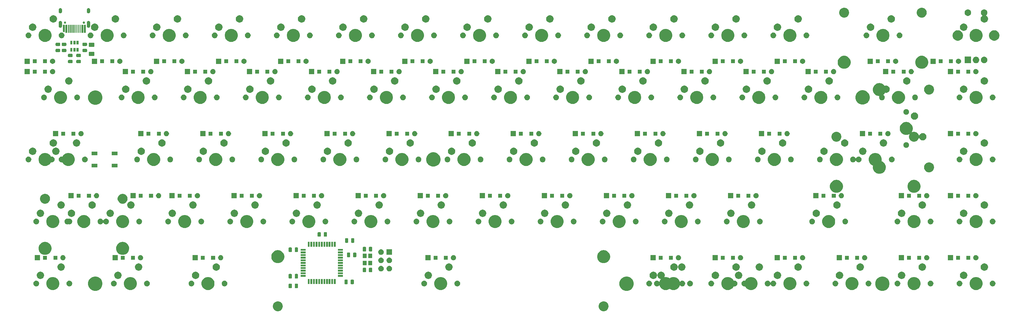
<source format=gbs>
G04 #@! TF.GenerationSoftware,KiCad,Pcbnew,(5.1.4)-1*
G04 #@! TF.CreationDate,2021-07-09T15:38:45+02:00*
G04 #@! TF.ProjectId,mini-eLiXiVy,6d696e69-2d65-44c6-9958-6956792e6b69,1a*
G04 #@! TF.SameCoordinates,Original*
G04 #@! TF.FileFunction,Soldermask,Bot*
G04 #@! TF.FilePolarity,Negative*
%FSLAX46Y46*%
G04 Gerber Fmt 4.6, Leading zero omitted, Abs format (unit mm)*
G04 Created by KiCad (PCBNEW (5.1.4)-1) date 2021-07-09 15:38:45*
%MOMM*%
%LPD*%
G04 APERTURE LIST*
%ADD10C,0.100000*%
G04 APERTURE END LIST*
D10*
G36*
X193916895Y-106286772D02*
G01*
X194113184Y-106325816D01*
X194390535Y-106440699D01*
X194640143Y-106607482D01*
X194852418Y-106819757D01*
X195019201Y-107069365D01*
X195134084Y-107346716D01*
X195192650Y-107641149D01*
X195192650Y-107941351D01*
X195134084Y-108235784D01*
X195019201Y-108513135D01*
X194852418Y-108762743D01*
X194640143Y-108975018D01*
X194390535Y-109141801D01*
X194113184Y-109256684D01*
X193916895Y-109295728D01*
X193818752Y-109315250D01*
X193518548Y-109315250D01*
X193420405Y-109295728D01*
X193224116Y-109256684D01*
X192946765Y-109141801D01*
X192697157Y-108975018D01*
X192484882Y-108762743D01*
X192318099Y-108513135D01*
X192203216Y-108235784D01*
X192144650Y-107941351D01*
X192144650Y-107641149D01*
X192203216Y-107346716D01*
X192318099Y-107069365D01*
X192484882Y-106819757D01*
X192697157Y-106607482D01*
X192946765Y-106440699D01*
X193224116Y-106325816D01*
X193420405Y-106286772D01*
X193518548Y-106267250D01*
X193818752Y-106267250D01*
X193916895Y-106286772D01*
X193916895Y-106286772D01*
G37*
G36*
X93917095Y-106286772D02*
G01*
X94113384Y-106325816D01*
X94390735Y-106440699D01*
X94640343Y-106607482D01*
X94852618Y-106819757D01*
X95019401Y-107069365D01*
X95134284Y-107346716D01*
X95192850Y-107641149D01*
X95192850Y-107941351D01*
X95134284Y-108235784D01*
X95019401Y-108513135D01*
X94852618Y-108762743D01*
X94640343Y-108975018D01*
X94390735Y-109141801D01*
X94113384Y-109256684D01*
X93917095Y-109295728D01*
X93818952Y-109315250D01*
X93518748Y-109315250D01*
X93420605Y-109295728D01*
X93224316Y-109256684D01*
X92946965Y-109141801D01*
X92697357Y-108975018D01*
X92485082Y-108762743D01*
X92318299Y-108513135D01*
X92203416Y-108235784D01*
X92144850Y-107941351D01*
X92144850Y-107641149D01*
X92203416Y-107346716D01*
X92318299Y-107069365D01*
X92485082Y-106819757D01*
X92697357Y-106607482D01*
X92946965Y-106440699D01*
X93224316Y-106325816D01*
X93420605Y-106286772D01*
X93518748Y-106267250D01*
X93818952Y-106267250D01*
X93917095Y-106286772D01*
X93917095Y-106286772D01*
G37*
G36*
X279851216Y-98741595D02*
G01*
X280251591Y-98907435D01*
X280251593Y-98907436D01*
X280365272Y-98983394D01*
X280611918Y-99148198D01*
X280918352Y-99454632D01*
X281017249Y-99602642D01*
X281145410Y-99794447D01*
X281159115Y-99814959D01*
X281324955Y-100215334D01*
X281409500Y-100640369D01*
X281409500Y-101073731D01*
X281324955Y-101498766D01*
X281159115Y-101899141D01*
X281159114Y-101899143D01*
X281048695Y-102064396D01*
X280918352Y-102259468D01*
X280611918Y-102565902D01*
X280431755Y-102686283D01*
X280251593Y-102806664D01*
X280251592Y-102806665D01*
X280251591Y-102806665D01*
X279851216Y-102972505D01*
X279426181Y-103057050D01*
X278992819Y-103057050D01*
X278567784Y-102972505D01*
X278167409Y-102806665D01*
X278167408Y-102806665D01*
X278167407Y-102806664D01*
X277987246Y-102686284D01*
X277807082Y-102565902D01*
X277500648Y-102259468D01*
X277370305Y-102064396D01*
X277259886Y-101899143D01*
X277259885Y-101899141D01*
X277094045Y-101498766D01*
X277009500Y-101073731D01*
X277009500Y-100640369D01*
X277094045Y-100215334D01*
X277259885Y-99814959D01*
X277273591Y-99794447D01*
X277401751Y-99602642D01*
X277500648Y-99454632D01*
X277807082Y-99148198D01*
X278053728Y-98983394D01*
X278167407Y-98907436D01*
X278167409Y-98907435D01*
X278567784Y-98741595D01*
X278992819Y-98657050D01*
X279426181Y-98657050D01*
X279851216Y-98741595D01*
X279851216Y-98741595D01*
G37*
G36*
X201346166Y-98741595D02*
G01*
X201746541Y-98907435D01*
X201746543Y-98907436D01*
X201860222Y-98983394D01*
X202106868Y-99148198D01*
X202413302Y-99454632D01*
X202512199Y-99602642D01*
X202640360Y-99794447D01*
X202654065Y-99814959D01*
X202819905Y-100215334D01*
X202904450Y-100640369D01*
X202904450Y-101073731D01*
X202819905Y-101498766D01*
X202654065Y-101899141D01*
X202654064Y-101899143D01*
X202543645Y-102064396D01*
X202413302Y-102259468D01*
X202106868Y-102565902D01*
X201926705Y-102686283D01*
X201746543Y-102806664D01*
X201746542Y-102806665D01*
X201746541Y-102806665D01*
X201346166Y-102972505D01*
X200921131Y-103057050D01*
X200487769Y-103057050D01*
X200062734Y-102972505D01*
X199662359Y-102806665D01*
X199662358Y-102806665D01*
X199662357Y-102806664D01*
X199482196Y-102686284D01*
X199302032Y-102565902D01*
X198995598Y-102259468D01*
X198865255Y-102064396D01*
X198754836Y-101899143D01*
X198754835Y-101899141D01*
X198588995Y-101498766D01*
X198504450Y-101073731D01*
X198504450Y-100640369D01*
X198588995Y-100215334D01*
X198754835Y-99814959D01*
X198768541Y-99794447D01*
X198896701Y-99602642D01*
X198995598Y-99454632D01*
X199302032Y-99148198D01*
X199548678Y-98983394D01*
X199662357Y-98907436D01*
X199662359Y-98907435D01*
X200062734Y-98741595D01*
X200487769Y-98657050D01*
X200921131Y-98657050D01*
X201346166Y-98741595D01*
X201346166Y-98741595D01*
G37*
G36*
X38284516Y-98728895D02*
G01*
X38684891Y-98894735D01*
X38684893Y-98894736D01*
X38817580Y-98983395D01*
X39045218Y-99135498D01*
X39351652Y-99441932D01*
X39351653Y-99441934D01*
X39587196Y-99794447D01*
X39592415Y-99802259D01*
X39758255Y-100202634D01*
X39842800Y-100627669D01*
X39842800Y-101061031D01*
X39758255Y-101486066D01*
X39592415Y-101886441D01*
X39351652Y-102246768D01*
X39045218Y-102553202D01*
X39015257Y-102573221D01*
X38684893Y-102793964D01*
X38684892Y-102793965D01*
X38684891Y-102793965D01*
X38284516Y-102959805D01*
X37859481Y-103044350D01*
X37426119Y-103044350D01*
X37001084Y-102959805D01*
X36600709Y-102793965D01*
X36600708Y-102793965D01*
X36600707Y-102793964D01*
X36270343Y-102573221D01*
X36240382Y-102553202D01*
X35933948Y-102246768D01*
X35693185Y-101886441D01*
X35527345Y-101486066D01*
X35442800Y-101061031D01*
X35442800Y-100627669D01*
X35527345Y-100202634D01*
X35693185Y-99802259D01*
X35698405Y-99794447D01*
X35933947Y-99441934D01*
X35933948Y-99441932D01*
X36240382Y-99135498D01*
X36468020Y-98983395D01*
X36600707Y-98894736D01*
X36600709Y-98894735D01*
X37001084Y-98728895D01*
X37426119Y-98644350D01*
X37859481Y-98644350D01*
X38284516Y-98728895D01*
X38284516Y-98728895D01*
G37*
G36*
X251128757Y-98833708D02*
G01*
X251406599Y-98888974D01*
X251759869Y-99035303D01*
X251769468Y-99039279D01*
X251830255Y-99079896D01*
X252096037Y-99257486D01*
X252373764Y-99535213D01*
X252419014Y-99602934D01*
X252560677Y-99814947D01*
X252591972Y-99861784D01*
X252742276Y-100224651D01*
X252818900Y-100609868D01*
X252818900Y-101002632D01*
X252742276Y-101387849D01*
X252620040Y-101682954D01*
X252591971Y-101750718D01*
X252492796Y-101899143D01*
X252373764Y-102077287D01*
X252096037Y-102355014D01*
X251997426Y-102420904D01*
X251769468Y-102573221D01*
X251769467Y-102573222D01*
X251769466Y-102573222D01*
X251406599Y-102723526D01*
X251149788Y-102774609D01*
X251021383Y-102800150D01*
X250628617Y-102800150D01*
X250500212Y-102774609D01*
X250243401Y-102723526D01*
X249880534Y-102573222D01*
X249880533Y-102573222D01*
X249880532Y-102573221D01*
X249652574Y-102420904D01*
X249553963Y-102355014D01*
X249276236Y-102077287D01*
X249157204Y-101899143D01*
X249058029Y-101750718D01*
X249029960Y-101682954D01*
X248907724Y-101387849D01*
X248831100Y-101002632D01*
X248831100Y-100609868D01*
X248907724Y-100224651D01*
X249058028Y-99861784D01*
X249089324Y-99814947D01*
X249230986Y-99602934D01*
X249276236Y-99535213D01*
X249553963Y-99257486D01*
X249819745Y-99079896D01*
X249880532Y-99039279D01*
X249890131Y-99035303D01*
X250243401Y-98888974D01*
X250521243Y-98833708D01*
X250628617Y-98812350D01*
X251021383Y-98812350D01*
X251128757Y-98833708D01*
X251128757Y-98833708D01*
G37*
G36*
X239222507Y-98833708D02*
G01*
X239500349Y-98888974D01*
X239853619Y-99035303D01*
X239863218Y-99039279D01*
X239924005Y-99079896D01*
X240189787Y-99257486D01*
X240467514Y-99535213D01*
X240512764Y-99602934D01*
X240654427Y-99814947D01*
X240685722Y-99861784D01*
X240836026Y-100224651D01*
X240912650Y-100609868D01*
X240912650Y-101002632D01*
X240836026Y-101387849D01*
X240713790Y-101682954D01*
X240685721Y-101750718D01*
X240586546Y-101899143D01*
X240467514Y-102077287D01*
X240189787Y-102355014D01*
X240091176Y-102420904D01*
X239863218Y-102573221D01*
X239863217Y-102573222D01*
X239863216Y-102573222D01*
X239500349Y-102723526D01*
X239243538Y-102774609D01*
X239115133Y-102800150D01*
X238722367Y-102800150D01*
X238593962Y-102774609D01*
X238337151Y-102723526D01*
X237974284Y-102573222D01*
X237974283Y-102573222D01*
X237974282Y-102573221D01*
X237746324Y-102420904D01*
X237647713Y-102355014D01*
X237369986Y-102077287D01*
X237151778Y-101750716D01*
X237128006Y-101693325D01*
X237122462Y-101682954D01*
X237115000Y-101673862D01*
X237105908Y-101666400D01*
X237095535Y-101660856D01*
X237084280Y-101657442D01*
X237072575Y-101656289D01*
X237060870Y-101657442D01*
X236941180Y-101681250D01*
X236768820Y-101681250D01*
X236599772Y-101647624D01*
X236440532Y-101581665D01*
X236440531Y-101581665D01*
X236440530Y-101581664D01*
X236297455Y-101486064D01*
X236297220Y-101485907D01*
X236175343Y-101364030D01*
X236079585Y-101220718D01*
X236013626Y-101061478D01*
X235980000Y-100892430D01*
X235980000Y-100720070D01*
X236013626Y-100551022D01*
X236079585Y-100391782D01*
X236175343Y-100248470D01*
X236297220Y-100126593D01*
X236368876Y-100078714D01*
X236440530Y-100030836D01*
X236440532Y-100030835D01*
X236599772Y-99964876D01*
X236768820Y-99931250D01*
X236941180Y-99931250D01*
X237060870Y-99955058D01*
X237072575Y-99956211D01*
X237084280Y-99955058D01*
X237095536Y-99951644D01*
X237105909Y-99946099D01*
X237115001Y-99938638D01*
X237122462Y-99929546D01*
X237128007Y-99919173D01*
X237151778Y-99861784D01*
X237369986Y-99535213D01*
X237647713Y-99257486D01*
X237913495Y-99079896D01*
X237974282Y-99039279D01*
X237983881Y-99035303D01*
X238337151Y-98888974D01*
X238614993Y-98833708D01*
X238722367Y-98812350D01*
X239115133Y-98812350D01*
X239222507Y-98833708D01*
X239222507Y-98833708D01*
G37*
G36*
X270178757Y-98833708D02*
G01*
X270456599Y-98888974D01*
X270809869Y-99035303D01*
X270819468Y-99039279D01*
X270880255Y-99079896D01*
X271146037Y-99257486D01*
X271423764Y-99535213D01*
X271469014Y-99602934D01*
X271610677Y-99814947D01*
X271641972Y-99861784D01*
X271792276Y-100224651D01*
X271868900Y-100609868D01*
X271868900Y-101002632D01*
X271792276Y-101387849D01*
X271670040Y-101682954D01*
X271641971Y-101750718D01*
X271542796Y-101899143D01*
X271423764Y-102077287D01*
X271146037Y-102355014D01*
X271047426Y-102420904D01*
X270819468Y-102573221D01*
X270819467Y-102573222D01*
X270819466Y-102573222D01*
X270456599Y-102723526D01*
X270199788Y-102774609D01*
X270071383Y-102800150D01*
X269678617Y-102800150D01*
X269550212Y-102774609D01*
X269293401Y-102723526D01*
X268930534Y-102573222D01*
X268930533Y-102573222D01*
X268930532Y-102573221D01*
X268702574Y-102420904D01*
X268603963Y-102355014D01*
X268326236Y-102077287D01*
X268207204Y-101899143D01*
X268108029Y-101750718D01*
X268079960Y-101682954D01*
X267957724Y-101387849D01*
X267881100Y-101002632D01*
X267881100Y-100609868D01*
X267957724Y-100224651D01*
X268108028Y-99861784D01*
X268139324Y-99814947D01*
X268280986Y-99602934D01*
X268326236Y-99535213D01*
X268603963Y-99257486D01*
X268869745Y-99079896D01*
X268930532Y-99039279D01*
X268940131Y-99035303D01*
X269293401Y-98888974D01*
X269571243Y-98833708D01*
X269678617Y-98812350D01*
X270071383Y-98812350D01*
X270178757Y-98833708D01*
X270178757Y-98833708D01*
G37*
G36*
X308278757Y-98833708D02*
G01*
X308556599Y-98888974D01*
X308909869Y-99035303D01*
X308919468Y-99039279D01*
X308980255Y-99079896D01*
X309246037Y-99257486D01*
X309523764Y-99535213D01*
X309569014Y-99602934D01*
X309710677Y-99814947D01*
X309741972Y-99861784D01*
X309892276Y-100224651D01*
X309968900Y-100609868D01*
X309968900Y-101002632D01*
X309892276Y-101387849D01*
X309770040Y-101682954D01*
X309741971Y-101750718D01*
X309642796Y-101899143D01*
X309523764Y-102077287D01*
X309246037Y-102355014D01*
X309147426Y-102420904D01*
X308919468Y-102573221D01*
X308919467Y-102573222D01*
X308919466Y-102573222D01*
X308556599Y-102723526D01*
X308299788Y-102774609D01*
X308171383Y-102800150D01*
X307778617Y-102800150D01*
X307650212Y-102774609D01*
X307393401Y-102723526D01*
X307030534Y-102573222D01*
X307030533Y-102573222D01*
X307030532Y-102573221D01*
X306802574Y-102420904D01*
X306703963Y-102355014D01*
X306426236Y-102077287D01*
X306307204Y-101899143D01*
X306208029Y-101750718D01*
X306179960Y-101682954D01*
X306057724Y-101387849D01*
X305981100Y-101002632D01*
X305981100Y-100609868D01*
X306057724Y-100224651D01*
X306208028Y-99861784D01*
X306239324Y-99814947D01*
X306380986Y-99602934D01*
X306426236Y-99535213D01*
X306703963Y-99257486D01*
X306969745Y-99079896D01*
X307030532Y-99039279D01*
X307040131Y-99035303D01*
X307393401Y-98888974D01*
X307671243Y-98833708D01*
X307778617Y-98812350D01*
X308171383Y-98812350D01*
X308278757Y-98833708D01*
X308278757Y-98833708D01*
G37*
G36*
X289228757Y-98833708D02*
G01*
X289506599Y-98888974D01*
X289859869Y-99035303D01*
X289869468Y-99039279D01*
X289930255Y-99079896D01*
X290196037Y-99257486D01*
X290473764Y-99535213D01*
X290519014Y-99602934D01*
X290660677Y-99814947D01*
X290691972Y-99861784D01*
X290842276Y-100224651D01*
X290918900Y-100609868D01*
X290918900Y-101002632D01*
X290842276Y-101387849D01*
X290720040Y-101682954D01*
X290691971Y-101750718D01*
X290592796Y-101899143D01*
X290473764Y-102077287D01*
X290196037Y-102355014D01*
X290097426Y-102420904D01*
X289869468Y-102573221D01*
X289869467Y-102573222D01*
X289869466Y-102573222D01*
X289506599Y-102723526D01*
X289249788Y-102774609D01*
X289121383Y-102800150D01*
X288728617Y-102800150D01*
X288600212Y-102774609D01*
X288343401Y-102723526D01*
X287980534Y-102573222D01*
X287980533Y-102573222D01*
X287980532Y-102573221D01*
X287752574Y-102420904D01*
X287653963Y-102355014D01*
X287376236Y-102077287D01*
X287257204Y-101899143D01*
X287158029Y-101750718D01*
X287129960Y-101682954D01*
X287007724Y-101387849D01*
X286931100Y-101002632D01*
X286931100Y-100609868D01*
X287007724Y-100224651D01*
X287158028Y-99861784D01*
X287189324Y-99814947D01*
X287330986Y-99602934D01*
X287376236Y-99535213D01*
X287653963Y-99257486D01*
X287919745Y-99079896D01*
X287980532Y-99039279D01*
X287990131Y-99035303D01*
X288343401Y-98888974D01*
X288621243Y-98833708D01*
X288728617Y-98812350D01*
X289121383Y-98812350D01*
X289228757Y-98833708D01*
X289228757Y-98833708D01*
G37*
G36*
X232078757Y-98833708D02*
G01*
X232356599Y-98888974D01*
X232709869Y-99035303D01*
X232719468Y-99039279D01*
X232780255Y-99079896D01*
X233046037Y-99257486D01*
X233323764Y-99535213D01*
X233541972Y-99861784D01*
X233565743Y-99919173D01*
X233571288Y-99929546D01*
X233578750Y-99938638D01*
X233587842Y-99946100D01*
X233598215Y-99951644D01*
X233609470Y-99955058D01*
X233621175Y-99956211D01*
X233632880Y-99955058D01*
X233752570Y-99931250D01*
X233924930Y-99931250D01*
X234093978Y-99964876D01*
X234253218Y-100030835D01*
X234253220Y-100030836D01*
X234324874Y-100078714D01*
X234396530Y-100126593D01*
X234518407Y-100248470D01*
X234614165Y-100391782D01*
X234680124Y-100551022D01*
X234713750Y-100720070D01*
X234713750Y-100892430D01*
X234680124Y-101061478D01*
X234614165Y-101220718D01*
X234518407Y-101364030D01*
X234396530Y-101485907D01*
X234396295Y-101486064D01*
X234253220Y-101581664D01*
X234253219Y-101581665D01*
X234253218Y-101581665D01*
X234093978Y-101647624D01*
X233924930Y-101681250D01*
X233752570Y-101681250D01*
X233632880Y-101657442D01*
X233621175Y-101656289D01*
X233609470Y-101657442D01*
X233598214Y-101660856D01*
X233587841Y-101666401D01*
X233578749Y-101673862D01*
X233571288Y-101682954D01*
X233565744Y-101693325D01*
X233541972Y-101750716D01*
X233323764Y-102077287D01*
X233046037Y-102355014D01*
X232947426Y-102420904D01*
X232719468Y-102573221D01*
X232719467Y-102573222D01*
X232719466Y-102573222D01*
X232356599Y-102723526D01*
X232099788Y-102774609D01*
X231971383Y-102800150D01*
X231578617Y-102800150D01*
X231450212Y-102774609D01*
X231193401Y-102723526D01*
X230830534Y-102573222D01*
X230830533Y-102573222D01*
X230830532Y-102573221D01*
X230602574Y-102420904D01*
X230503963Y-102355014D01*
X230226236Y-102077287D01*
X230107204Y-101899143D01*
X230008029Y-101750718D01*
X229979960Y-101682954D01*
X229857724Y-101387849D01*
X229781100Y-101002632D01*
X229781100Y-100609868D01*
X229857724Y-100224651D01*
X230008028Y-99861784D01*
X230039324Y-99814947D01*
X230180986Y-99602934D01*
X230226236Y-99535213D01*
X230503963Y-99257486D01*
X230769745Y-99079896D01*
X230830532Y-99039279D01*
X230840131Y-99035303D01*
X231193401Y-98888974D01*
X231471243Y-98833708D01*
X231578617Y-98812350D01*
X231971383Y-98812350D01*
X232078757Y-98833708D01*
X232078757Y-98833708D01*
G37*
G36*
X24910007Y-98833708D02*
G01*
X25187849Y-98888974D01*
X25541119Y-99035303D01*
X25550718Y-99039279D01*
X25611505Y-99079896D01*
X25877287Y-99257486D01*
X26155014Y-99535213D01*
X26200264Y-99602934D01*
X26341927Y-99814947D01*
X26373222Y-99861784D01*
X26523526Y-100224651D01*
X26600150Y-100609868D01*
X26600150Y-101002632D01*
X26523526Y-101387849D01*
X26401290Y-101682954D01*
X26373221Y-101750718D01*
X26274046Y-101899143D01*
X26155014Y-102077287D01*
X25877287Y-102355014D01*
X25778676Y-102420904D01*
X25550718Y-102573221D01*
X25550717Y-102573222D01*
X25550716Y-102573222D01*
X25187849Y-102723526D01*
X24931038Y-102774609D01*
X24802633Y-102800150D01*
X24409867Y-102800150D01*
X24281462Y-102774609D01*
X24024651Y-102723526D01*
X23661784Y-102573222D01*
X23661783Y-102573222D01*
X23661782Y-102573221D01*
X23433824Y-102420904D01*
X23335213Y-102355014D01*
X23057486Y-102077287D01*
X22938454Y-101899143D01*
X22839279Y-101750718D01*
X22811210Y-101682954D01*
X22688974Y-101387849D01*
X22612350Y-101002632D01*
X22612350Y-100609868D01*
X22688974Y-100224651D01*
X22839278Y-99861784D01*
X22870574Y-99814947D01*
X23012236Y-99602934D01*
X23057486Y-99535213D01*
X23335213Y-99257486D01*
X23600995Y-99079896D01*
X23661782Y-99039279D01*
X23671381Y-99035303D01*
X24024651Y-98888974D01*
X24302493Y-98833708D01*
X24409867Y-98812350D01*
X24802633Y-98812350D01*
X24910007Y-98833708D01*
X24910007Y-98833708D01*
G37*
G36*
X48722507Y-98833708D02*
G01*
X49000349Y-98888974D01*
X49353619Y-99035303D01*
X49363218Y-99039279D01*
X49424005Y-99079896D01*
X49689787Y-99257486D01*
X49967514Y-99535213D01*
X50012764Y-99602934D01*
X50154427Y-99814947D01*
X50185722Y-99861784D01*
X50336026Y-100224651D01*
X50412650Y-100609868D01*
X50412650Y-101002632D01*
X50336026Y-101387849D01*
X50213790Y-101682954D01*
X50185721Y-101750718D01*
X50086546Y-101899143D01*
X49967514Y-102077287D01*
X49689787Y-102355014D01*
X49591176Y-102420904D01*
X49363218Y-102573221D01*
X49363217Y-102573222D01*
X49363216Y-102573222D01*
X49000349Y-102723526D01*
X48743538Y-102774609D01*
X48615133Y-102800150D01*
X48222367Y-102800150D01*
X48093962Y-102774609D01*
X47837151Y-102723526D01*
X47474284Y-102573222D01*
X47474283Y-102573222D01*
X47474282Y-102573221D01*
X47246324Y-102420904D01*
X47147713Y-102355014D01*
X46869986Y-102077287D01*
X46750954Y-101899143D01*
X46651779Y-101750718D01*
X46623710Y-101682954D01*
X46501474Y-101387849D01*
X46424850Y-101002632D01*
X46424850Y-100609868D01*
X46501474Y-100224651D01*
X46651778Y-99861784D01*
X46683074Y-99814947D01*
X46824736Y-99602934D01*
X46869986Y-99535213D01*
X47147713Y-99257486D01*
X47413495Y-99079896D01*
X47474282Y-99039279D01*
X47483881Y-99035303D01*
X47837151Y-98888974D01*
X48114993Y-98833708D01*
X48222367Y-98812350D01*
X48615133Y-98812350D01*
X48722507Y-98833708D01*
X48722507Y-98833708D01*
G37*
G36*
X72535007Y-98833708D02*
G01*
X72812849Y-98888974D01*
X73166119Y-99035303D01*
X73175718Y-99039279D01*
X73236505Y-99079896D01*
X73502287Y-99257486D01*
X73780014Y-99535213D01*
X73825264Y-99602934D01*
X73966927Y-99814947D01*
X73998222Y-99861784D01*
X74148526Y-100224651D01*
X74225150Y-100609868D01*
X74225150Y-101002632D01*
X74148526Y-101387849D01*
X74026290Y-101682954D01*
X73998221Y-101750718D01*
X73899046Y-101899143D01*
X73780014Y-102077287D01*
X73502287Y-102355014D01*
X73403676Y-102420904D01*
X73175718Y-102573221D01*
X73175717Y-102573222D01*
X73175716Y-102573222D01*
X72812849Y-102723526D01*
X72556038Y-102774609D01*
X72427633Y-102800150D01*
X72034867Y-102800150D01*
X71906462Y-102774609D01*
X71649651Y-102723526D01*
X71286784Y-102573222D01*
X71286783Y-102573222D01*
X71286782Y-102573221D01*
X71058824Y-102420904D01*
X70960213Y-102355014D01*
X70682486Y-102077287D01*
X70563454Y-101899143D01*
X70464279Y-101750718D01*
X70436210Y-101682954D01*
X70313974Y-101387849D01*
X70237350Y-101002632D01*
X70237350Y-100609868D01*
X70313974Y-100224651D01*
X70464278Y-99861784D01*
X70495574Y-99814947D01*
X70637236Y-99602934D01*
X70682486Y-99535213D01*
X70960213Y-99257486D01*
X71225995Y-99079896D01*
X71286782Y-99039279D01*
X71296381Y-99035303D01*
X71649651Y-98888974D01*
X71927493Y-98833708D01*
X72034867Y-98812350D01*
X72427633Y-98812350D01*
X72535007Y-98833708D01*
X72535007Y-98833708D01*
G37*
G36*
X211624401Y-97184483D02*
G01*
X211829138Y-97269287D01*
X212013394Y-97392404D01*
X212170096Y-97549106D01*
X212293213Y-97733362D01*
X212378017Y-97938099D01*
X212409376Y-98095750D01*
X212421250Y-98155447D01*
X212421250Y-98377053D01*
X212378017Y-98594400D01*
X212357327Y-98644350D01*
X212309067Y-98760860D01*
X212305653Y-98772116D01*
X212304500Y-98783821D01*
X212305653Y-98795526D01*
X212309067Y-98806782D01*
X212314612Y-98817155D01*
X212322073Y-98826247D01*
X212331165Y-98833708D01*
X212341538Y-98839253D01*
X212352794Y-98842667D01*
X212364499Y-98843820D01*
X212376203Y-98842667D01*
X212438836Y-98830209D01*
X212528617Y-98812350D01*
X212921383Y-98812350D01*
X213028757Y-98833708D01*
X213306599Y-98888974D01*
X213669466Y-99039278D01*
X213882296Y-99181487D01*
X213892664Y-99187029D01*
X213903920Y-99190443D01*
X213915625Y-99191596D01*
X213927330Y-99190443D01*
X213938586Y-99187029D01*
X213948954Y-99181487D01*
X214161784Y-99039278D01*
X214524651Y-98888974D01*
X214802493Y-98833708D01*
X214909867Y-98812350D01*
X215302633Y-98812350D01*
X215410007Y-98833708D01*
X215687849Y-98888974D01*
X216041119Y-99035303D01*
X216050718Y-99039279D01*
X216111505Y-99079896D01*
X216377287Y-99257486D01*
X216655014Y-99535213D01*
X216700264Y-99602934D01*
X216841927Y-99814947D01*
X216873222Y-99861784D01*
X217023526Y-100224651D01*
X217023526Y-100224653D01*
X217025577Y-100229605D01*
X217025865Y-100230556D01*
X217031400Y-100240934D01*
X217038853Y-100250033D01*
X217047939Y-100257502D01*
X217058307Y-100263056D01*
X217069559Y-100266481D01*
X217081263Y-100267644D01*
X217092969Y-100266502D01*
X217104228Y-100263097D01*
X217114606Y-100257562D01*
X217123743Y-100250071D01*
X217125342Y-100248472D01*
X217125343Y-100248470D01*
X217247220Y-100126593D01*
X217318876Y-100078714D01*
X217390530Y-100030836D01*
X217390532Y-100030835D01*
X217549772Y-99964876D01*
X217718820Y-99931250D01*
X217891180Y-99931250D01*
X218060228Y-99964876D01*
X218219468Y-100030835D01*
X218219470Y-100030836D01*
X218291124Y-100078714D01*
X218362780Y-100126593D01*
X218484657Y-100248470D01*
X218580415Y-100391782D01*
X218646374Y-100551022D01*
X218680000Y-100720070D01*
X218680000Y-100892430D01*
X218646374Y-101061478D01*
X218580415Y-101220718D01*
X218484657Y-101364030D01*
X218362780Y-101485907D01*
X218362545Y-101486064D01*
X218219470Y-101581664D01*
X218219469Y-101581665D01*
X218219468Y-101581665D01*
X218060228Y-101647624D01*
X217891180Y-101681250D01*
X217718820Y-101681250D01*
X217549772Y-101647624D01*
X217390532Y-101581665D01*
X217390531Y-101581665D01*
X217390530Y-101581664D01*
X217247455Y-101486064D01*
X217247220Y-101485907D01*
X217125343Y-101364030D01*
X217125341Y-101364027D01*
X217123743Y-101362429D01*
X217114651Y-101354968D01*
X217104278Y-101349423D01*
X217093022Y-101346009D01*
X217081317Y-101344856D01*
X217069612Y-101346009D01*
X217058356Y-101349423D01*
X217047983Y-101354968D01*
X217038891Y-101362429D01*
X217031430Y-101371521D01*
X217025885Y-101381894D01*
X217025594Y-101382855D01*
X217023527Y-101387846D01*
X217023526Y-101387849D01*
X216901290Y-101682954D01*
X216873221Y-101750718D01*
X216774046Y-101899143D01*
X216655014Y-102077287D01*
X216377287Y-102355014D01*
X216278676Y-102420904D01*
X216050718Y-102573221D01*
X216050717Y-102573222D01*
X216050716Y-102573222D01*
X215687849Y-102723526D01*
X215431038Y-102774609D01*
X215302633Y-102800150D01*
X214909867Y-102800150D01*
X214781462Y-102774609D01*
X214524651Y-102723526D01*
X214161784Y-102573222D01*
X213948954Y-102431013D01*
X213938586Y-102425471D01*
X213927330Y-102422057D01*
X213915625Y-102420904D01*
X213903920Y-102422057D01*
X213892664Y-102425471D01*
X213882296Y-102431013D01*
X213669466Y-102573222D01*
X213306599Y-102723526D01*
X213049788Y-102774609D01*
X212921383Y-102800150D01*
X212528617Y-102800150D01*
X212400212Y-102774609D01*
X212143401Y-102723526D01*
X211780534Y-102573222D01*
X211780533Y-102573222D01*
X211780532Y-102573221D01*
X211552574Y-102420904D01*
X211453963Y-102355014D01*
X211176236Y-102077287D01*
X211057204Y-101899143D01*
X210958029Y-101750718D01*
X210929960Y-101682954D01*
X210807724Y-101387849D01*
X210807723Y-101387844D01*
X210805673Y-101382895D01*
X210805385Y-101381944D01*
X210799850Y-101371566D01*
X210792397Y-101362467D01*
X210783311Y-101354998D01*
X210772943Y-101349444D01*
X210761691Y-101346019D01*
X210749987Y-101344856D01*
X210738281Y-101345998D01*
X210727022Y-101349403D01*
X210716644Y-101354938D01*
X210707507Y-101362429D01*
X210705909Y-101364027D01*
X210705907Y-101364030D01*
X210584030Y-101485907D01*
X210583795Y-101486064D01*
X210440720Y-101581664D01*
X210440719Y-101581665D01*
X210440718Y-101581665D01*
X210281478Y-101647624D01*
X210112430Y-101681250D01*
X209940070Y-101681250D01*
X209771022Y-101647624D01*
X209611782Y-101581665D01*
X209611781Y-101581665D01*
X209611780Y-101581664D01*
X209468705Y-101486064D01*
X209468470Y-101485907D01*
X209346593Y-101364030D01*
X209250835Y-101220718D01*
X209184876Y-101061478D01*
X209151250Y-100892430D01*
X209151250Y-100720070D01*
X209184876Y-100551022D01*
X209250835Y-100391782D01*
X209346593Y-100248470D01*
X209468470Y-100126593D01*
X209540126Y-100078714D01*
X209611780Y-100030836D01*
X209611782Y-100030835D01*
X209771022Y-99964876D01*
X209940070Y-99931250D01*
X210112430Y-99931250D01*
X210281478Y-99964876D01*
X210440718Y-100030835D01*
X210440720Y-100030836D01*
X210512374Y-100078714D01*
X210584030Y-100126593D01*
X210705907Y-100248470D01*
X210705908Y-100248472D01*
X210707507Y-100250071D01*
X210716599Y-100257532D01*
X210726972Y-100263077D01*
X210738228Y-100266491D01*
X210749933Y-100267644D01*
X210761638Y-100266491D01*
X210772894Y-100263077D01*
X210783267Y-100257532D01*
X210792359Y-100250071D01*
X210799820Y-100240979D01*
X210805365Y-100230606D01*
X210805656Y-100229645D01*
X210807724Y-100224653D01*
X210807724Y-100224651D01*
X210958028Y-99861784D01*
X210989324Y-99814947D01*
X211130986Y-99602934D01*
X211176236Y-99535213D01*
X211218475Y-99492974D01*
X211225931Y-99483888D01*
X211231476Y-99473515D01*
X211234890Y-99462259D01*
X211236043Y-99450554D01*
X211234890Y-99438849D01*
X211231476Y-99427593D01*
X211225931Y-99417220D01*
X211218470Y-99408128D01*
X211209378Y-99400667D01*
X211199005Y-99395122D01*
X211187749Y-99391708D01*
X210968099Y-99348017D01*
X210763362Y-99263213D01*
X210579106Y-99140096D01*
X210422404Y-98983394D01*
X210299287Y-98799138D01*
X210214483Y-98594401D01*
X210171250Y-98377054D01*
X210171250Y-98155446D01*
X210214483Y-97938099D01*
X210299287Y-97733362D01*
X210422404Y-97549106D01*
X210579106Y-97392404D01*
X210763362Y-97269287D01*
X210968099Y-97184483D01*
X211185446Y-97141250D01*
X211407054Y-97141250D01*
X211624401Y-97184483D01*
X211624401Y-97184483D01*
G37*
G36*
X143972507Y-98833708D02*
G01*
X144250349Y-98888974D01*
X144603619Y-99035303D01*
X144613218Y-99039279D01*
X144674005Y-99079896D01*
X144939787Y-99257486D01*
X145217514Y-99535213D01*
X145262764Y-99602934D01*
X145404427Y-99814947D01*
X145435722Y-99861784D01*
X145586026Y-100224651D01*
X145662650Y-100609868D01*
X145662650Y-101002632D01*
X145586026Y-101387849D01*
X145463790Y-101682954D01*
X145435721Y-101750718D01*
X145336546Y-101899143D01*
X145217514Y-102077287D01*
X144939787Y-102355014D01*
X144841176Y-102420904D01*
X144613218Y-102573221D01*
X144613217Y-102573222D01*
X144613216Y-102573222D01*
X144250349Y-102723526D01*
X143993538Y-102774609D01*
X143865133Y-102800150D01*
X143472367Y-102800150D01*
X143343962Y-102774609D01*
X143087151Y-102723526D01*
X142724284Y-102573222D01*
X142724283Y-102573222D01*
X142724282Y-102573221D01*
X142496324Y-102420904D01*
X142397713Y-102355014D01*
X142119986Y-102077287D01*
X142000954Y-101899143D01*
X141901779Y-101750718D01*
X141873710Y-101682954D01*
X141751474Y-101387849D01*
X141674850Y-101002632D01*
X141674850Y-100609868D01*
X141751474Y-100224651D01*
X141901778Y-99861784D01*
X141933074Y-99814947D01*
X142074736Y-99602934D01*
X142119986Y-99535213D01*
X142397713Y-99257486D01*
X142663495Y-99079896D01*
X142724282Y-99039279D01*
X142733881Y-99035303D01*
X143087151Y-98888974D01*
X143364993Y-98833708D01*
X143472367Y-98812350D01*
X143865133Y-98812350D01*
X143972507Y-98833708D01*
X143972507Y-98833708D01*
G37*
G36*
X97802896Y-100840892D02*
G01*
X97842934Y-100853038D01*
X97879843Y-100872766D01*
X97912189Y-100899311D01*
X97938734Y-100931657D01*
X97958462Y-100968566D01*
X97970608Y-101008604D01*
X97975000Y-101053197D01*
X97975000Y-102019803D01*
X97970608Y-102064396D01*
X97958462Y-102104434D01*
X97938734Y-102141343D01*
X97912189Y-102173689D01*
X97879843Y-102200234D01*
X97842934Y-102219962D01*
X97802896Y-102232108D01*
X97758303Y-102236500D01*
X97216697Y-102236500D01*
X97172104Y-102232108D01*
X97132066Y-102219962D01*
X97095157Y-102200234D01*
X97062811Y-102173689D01*
X97036266Y-102141343D01*
X97016538Y-102104434D01*
X97004392Y-102064396D01*
X97000000Y-102019803D01*
X97000000Y-101053197D01*
X97004392Y-101008604D01*
X97016538Y-100968566D01*
X97036266Y-100931657D01*
X97062811Y-100899311D01*
X97095157Y-100872766D01*
X97132066Y-100853038D01*
X97172104Y-100840892D01*
X97216697Y-100836500D01*
X97758303Y-100836500D01*
X97802896Y-100840892D01*
X97802896Y-100840892D01*
G37*
G36*
X99677896Y-100840892D02*
G01*
X99717934Y-100853038D01*
X99754843Y-100872766D01*
X99787189Y-100899311D01*
X99813734Y-100931657D01*
X99833462Y-100968566D01*
X99845608Y-101008604D01*
X99850000Y-101053197D01*
X99850000Y-102019803D01*
X99845608Y-102064396D01*
X99833462Y-102104434D01*
X99813734Y-102141343D01*
X99787189Y-102173689D01*
X99754843Y-102200234D01*
X99717934Y-102219962D01*
X99677896Y-102232108D01*
X99633303Y-102236500D01*
X99091697Y-102236500D01*
X99047104Y-102232108D01*
X99007066Y-102219962D01*
X98970157Y-102200234D01*
X98937811Y-102173689D01*
X98911266Y-102141343D01*
X98891538Y-102104434D01*
X98879392Y-102064396D01*
X98875000Y-102019803D01*
X98875000Y-101053197D01*
X98879392Y-101008604D01*
X98891538Y-100968566D01*
X98911266Y-100931657D01*
X98937811Y-100899311D01*
X98970157Y-100872766D01*
X99007066Y-100853038D01*
X99047104Y-100840892D01*
X99091697Y-100836500D01*
X99633303Y-100836500D01*
X99677896Y-100840892D01*
X99677896Y-100840892D01*
G37*
G36*
X313310228Y-99964876D02*
G01*
X313469468Y-100030835D01*
X313469470Y-100030836D01*
X313541124Y-100078714D01*
X313612780Y-100126593D01*
X313734657Y-100248470D01*
X313830415Y-100391782D01*
X313896374Y-100551022D01*
X313930000Y-100720070D01*
X313930000Y-100892430D01*
X313896374Y-101061478D01*
X313830415Y-101220718D01*
X313734657Y-101364030D01*
X313612780Y-101485907D01*
X313612545Y-101486064D01*
X313469470Y-101581664D01*
X313469469Y-101581665D01*
X313469468Y-101581665D01*
X313310228Y-101647624D01*
X313141180Y-101681250D01*
X312968820Y-101681250D01*
X312799772Y-101647624D01*
X312640532Y-101581665D01*
X312640531Y-101581665D01*
X312640530Y-101581664D01*
X312497455Y-101486064D01*
X312497220Y-101485907D01*
X312375343Y-101364030D01*
X312279585Y-101220718D01*
X312213626Y-101061478D01*
X312180000Y-100892430D01*
X312180000Y-100720070D01*
X312213626Y-100551022D01*
X312279585Y-100391782D01*
X312375343Y-100248470D01*
X312497220Y-100126593D01*
X312568876Y-100078714D01*
X312640530Y-100030836D01*
X312640532Y-100030835D01*
X312799772Y-99964876D01*
X312968820Y-99931250D01*
X313141180Y-99931250D01*
X313310228Y-99964876D01*
X313310228Y-99964876D01*
G37*
G36*
X275210228Y-99964876D02*
G01*
X275369468Y-100030835D01*
X275369470Y-100030836D01*
X275441124Y-100078714D01*
X275512780Y-100126593D01*
X275634657Y-100248470D01*
X275730415Y-100391782D01*
X275796374Y-100551022D01*
X275830000Y-100720070D01*
X275830000Y-100892430D01*
X275796374Y-101061478D01*
X275730415Y-101220718D01*
X275634657Y-101364030D01*
X275512780Y-101485907D01*
X275512545Y-101486064D01*
X275369470Y-101581664D01*
X275369469Y-101581665D01*
X275369468Y-101581665D01*
X275210228Y-101647624D01*
X275041180Y-101681250D01*
X274868820Y-101681250D01*
X274699772Y-101647624D01*
X274540532Y-101581665D01*
X274540531Y-101581665D01*
X274540530Y-101581664D01*
X274397455Y-101486064D01*
X274397220Y-101485907D01*
X274275343Y-101364030D01*
X274179585Y-101220718D01*
X274113626Y-101061478D01*
X274080000Y-100892430D01*
X274080000Y-100720070D01*
X274113626Y-100551022D01*
X274179585Y-100391782D01*
X274275343Y-100248470D01*
X274397220Y-100126593D01*
X274468876Y-100078714D01*
X274540530Y-100030836D01*
X274540532Y-100030835D01*
X274699772Y-99964876D01*
X274868820Y-99931250D01*
X275041180Y-99931250D01*
X275210228Y-99964876D01*
X275210228Y-99964876D01*
G37*
G36*
X303150228Y-99964876D02*
G01*
X303309468Y-100030835D01*
X303309470Y-100030836D01*
X303381124Y-100078714D01*
X303452780Y-100126593D01*
X303574657Y-100248470D01*
X303670415Y-100391782D01*
X303736374Y-100551022D01*
X303770000Y-100720070D01*
X303770000Y-100892430D01*
X303736374Y-101061478D01*
X303670415Y-101220718D01*
X303574657Y-101364030D01*
X303452780Y-101485907D01*
X303452545Y-101486064D01*
X303309470Y-101581664D01*
X303309469Y-101581665D01*
X303309468Y-101581665D01*
X303150228Y-101647624D01*
X302981180Y-101681250D01*
X302808820Y-101681250D01*
X302639772Y-101647624D01*
X302480532Y-101581665D01*
X302480531Y-101581665D01*
X302480530Y-101581664D01*
X302337455Y-101486064D01*
X302337220Y-101485907D01*
X302215343Y-101364030D01*
X302119585Y-101220718D01*
X302053626Y-101061478D01*
X302020000Y-100892430D01*
X302020000Y-100720070D01*
X302053626Y-100551022D01*
X302119585Y-100391782D01*
X302215343Y-100248470D01*
X302337220Y-100126593D01*
X302408876Y-100078714D01*
X302480530Y-100030836D01*
X302480532Y-100030835D01*
X302639772Y-99964876D01*
X302808820Y-99931250D01*
X302981180Y-99931250D01*
X303150228Y-99964876D01*
X303150228Y-99964876D01*
G37*
G36*
X294260228Y-99964876D02*
G01*
X294419468Y-100030835D01*
X294419470Y-100030836D01*
X294491124Y-100078714D01*
X294562780Y-100126593D01*
X294684657Y-100248470D01*
X294780415Y-100391782D01*
X294846374Y-100551022D01*
X294880000Y-100720070D01*
X294880000Y-100892430D01*
X294846374Y-101061478D01*
X294780415Y-101220718D01*
X294684657Y-101364030D01*
X294562780Y-101485907D01*
X294562545Y-101486064D01*
X294419470Y-101581664D01*
X294419469Y-101581665D01*
X294419468Y-101581665D01*
X294260228Y-101647624D01*
X294091180Y-101681250D01*
X293918820Y-101681250D01*
X293749772Y-101647624D01*
X293590532Y-101581665D01*
X293590531Y-101581665D01*
X293590530Y-101581664D01*
X293447455Y-101486064D01*
X293447220Y-101485907D01*
X293325343Y-101364030D01*
X293229585Y-101220718D01*
X293163626Y-101061478D01*
X293130000Y-100892430D01*
X293130000Y-100720070D01*
X293163626Y-100551022D01*
X293229585Y-100391782D01*
X293325343Y-100248470D01*
X293447220Y-100126593D01*
X293518876Y-100078714D01*
X293590530Y-100030836D01*
X293590532Y-100030835D01*
X293749772Y-99964876D01*
X293918820Y-99931250D01*
X294091180Y-99931250D01*
X294260228Y-99964876D01*
X294260228Y-99964876D01*
G37*
G36*
X284100228Y-99964876D02*
G01*
X284259468Y-100030835D01*
X284259470Y-100030836D01*
X284331124Y-100078714D01*
X284402780Y-100126593D01*
X284524657Y-100248470D01*
X284620415Y-100391782D01*
X284686374Y-100551022D01*
X284720000Y-100720070D01*
X284720000Y-100892430D01*
X284686374Y-101061478D01*
X284620415Y-101220718D01*
X284524657Y-101364030D01*
X284402780Y-101485907D01*
X284402545Y-101486064D01*
X284259470Y-101581664D01*
X284259469Y-101581665D01*
X284259468Y-101581665D01*
X284100228Y-101647624D01*
X283931180Y-101681250D01*
X283758820Y-101681250D01*
X283589772Y-101647624D01*
X283430532Y-101581665D01*
X283430531Y-101581665D01*
X283430530Y-101581664D01*
X283287455Y-101486064D01*
X283287220Y-101485907D01*
X283165343Y-101364030D01*
X283069585Y-101220718D01*
X283003626Y-101061478D01*
X282970000Y-100892430D01*
X282970000Y-100720070D01*
X283003626Y-100551022D01*
X283069585Y-100391782D01*
X283165343Y-100248470D01*
X283287220Y-100126593D01*
X283358876Y-100078714D01*
X283430530Y-100030836D01*
X283430532Y-100030835D01*
X283589772Y-99964876D01*
X283758820Y-99931250D01*
X283931180Y-99931250D01*
X284100228Y-99964876D01*
X284100228Y-99964876D01*
G37*
G36*
X149003978Y-99964876D02*
G01*
X149163218Y-100030835D01*
X149163220Y-100030836D01*
X149234874Y-100078714D01*
X149306530Y-100126593D01*
X149428407Y-100248470D01*
X149524165Y-100391782D01*
X149590124Y-100551022D01*
X149623750Y-100720070D01*
X149623750Y-100892430D01*
X149590124Y-101061478D01*
X149524165Y-101220718D01*
X149428407Y-101364030D01*
X149306530Y-101485907D01*
X149306295Y-101486064D01*
X149163220Y-101581664D01*
X149163219Y-101581665D01*
X149163218Y-101581665D01*
X149003978Y-101647624D01*
X148834930Y-101681250D01*
X148662570Y-101681250D01*
X148493522Y-101647624D01*
X148334282Y-101581665D01*
X148334281Y-101581665D01*
X148334280Y-101581664D01*
X148191205Y-101486064D01*
X148190970Y-101485907D01*
X148069093Y-101364030D01*
X147973335Y-101220718D01*
X147907376Y-101061478D01*
X147873750Y-100892430D01*
X147873750Y-100720070D01*
X147907376Y-100551022D01*
X147973335Y-100391782D01*
X148069093Y-100248470D01*
X148190970Y-100126593D01*
X148262626Y-100078714D01*
X148334280Y-100030836D01*
X148334282Y-100030835D01*
X148493522Y-99964876D01*
X148662570Y-99931250D01*
X148834930Y-99931250D01*
X149003978Y-99964876D01*
X149003978Y-99964876D01*
G37*
G36*
X138843978Y-99964876D02*
G01*
X139003218Y-100030835D01*
X139003220Y-100030836D01*
X139074874Y-100078714D01*
X139146530Y-100126593D01*
X139268407Y-100248470D01*
X139364165Y-100391782D01*
X139430124Y-100551022D01*
X139463750Y-100720070D01*
X139463750Y-100892430D01*
X139430124Y-101061478D01*
X139364165Y-101220718D01*
X139268407Y-101364030D01*
X139146530Y-101485907D01*
X139146295Y-101486064D01*
X139003220Y-101581664D01*
X139003219Y-101581665D01*
X139003218Y-101581665D01*
X138843978Y-101647624D01*
X138674930Y-101681250D01*
X138502570Y-101681250D01*
X138333522Y-101647624D01*
X138174282Y-101581665D01*
X138174281Y-101581665D01*
X138174280Y-101581664D01*
X138031205Y-101486064D01*
X138030970Y-101485907D01*
X137909093Y-101364030D01*
X137813335Y-101220718D01*
X137747376Y-101061478D01*
X137713750Y-100892430D01*
X137713750Y-100720070D01*
X137747376Y-100551022D01*
X137813335Y-100391782D01*
X137909093Y-100248470D01*
X138030970Y-100126593D01*
X138102626Y-100078714D01*
X138174280Y-100030836D01*
X138174282Y-100030835D01*
X138333522Y-99964876D01*
X138502570Y-99931250D01*
X138674930Y-99931250D01*
X138843978Y-99964876D01*
X138843978Y-99964876D01*
G37*
G36*
X265050228Y-99964876D02*
G01*
X265209468Y-100030835D01*
X265209470Y-100030836D01*
X265281124Y-100078714D01*
X265352780Y-100126593D01*
X265474657Y-100248470D01*
X265570415Y-100391782D01*
X265636374Y-100551022D01*
X265670000Y-100720070D01*
X265670000Y-100892430D01*
X265636374Y-101061478D01*
X265570415Y-101220718D01*
X265474657Y-101364030D01*
X265352780Y-101485907D01*
X265352545Y-101486064D01*
X265209470Y-101581664D01*
X265209469Y-101581665D01*
X265209468Y-101581665D01*
X265050228Y-101647624D01*
X264881180Y-101681250D01*
X264708820Y-101681250D01*
X264539772Y-101647624D01*
X264380532Y-101581665D01*
X264380531Y-101581665D01*
X264380530Y-101581664D01*
X264237455Y-101486064D01*
X264237220Y-101485907D01*
X264115343Y-101364030D01*
X264019585Y-101220718D01*
X263953626Y-101061478D01*
X263920000Y-100892430D01*
X263920000Y-100720070D01*
X263953626Y-100551022D01*
X264019585Y-100391782D01*
X264115343Y-100248470D01*
X264237220Y-100126593D01*
X264308876Y-100078714D01*
X264380530Y-100030836D01*
X264380532Y-100030835D01*
X264539772Y-99964876D01*
X264708820Y-99931250D01*
X264881180Y-99931250D01*
X265050228Y-99964876D01*
X265050228Y-99964876D01*
G37*
G36*
X67406478Y-99964876D02*
G01*
X67565718Y-100030835D01*
X67565720Y-100030836D01*
X67637374Y-100078714D01*
X67709030Y-100126593D01*
X67830907Y-100248470D01*
X67926665Y-100391782D01*
X67992624Y-100551022D01*
X68026250Y-100720070D01*
X68026250Y-100892430D01*
X67992624Y-101061478D01*
X67926665Y-101220718D01*
X67830907Y-101364030D01*
X67709030Y-101485907D01*
X67708795Y-101486064D01*
X67565720Y-101581664D01*
X67565719Y-101581665D01*
X67565718Y-101581665D01*
X67406478Y-101647624D01*
X67237430Y-101681250D01*
X67065070Y-101681250D01*
X66896022Y-101647624D01*
X66736782Y-101581665D01*
X66736781Y-101581665D01*
X66736780Y-101581664D01*
X66593705Y-101486064D01*
X66593470Y-101485907D01*
X66471593Y-101364030D01*
X66375835Y-101220718D01*
X66309876Y-101061478D01*
X66276250Y-100892430D01*
X66276250Y-100720070D01*
X66309876Y-100551022D01*
X66375835Y-100391782D01*
X66471593Y-100248470D01*
X66593470Y-100126593D01*
X66665126Y-100078714D01*
X66736780Y-100030836D01*
X66736782Y-100030835D01*
X66896022Y-99964876D01*
X67065070Y-99931250D01*
X67237430Y-99931250D01*
X67406478Y-99964876D01*
X67406478Y-99964876D01*
G37*
G36*
X77566478Y-99964876D02*
G01*
X77725718Y-100030835D01*
X77725720Y-100030836D01*
X77797374Y-100078714D01*
X77869030Y-100126593D01*
X77990907Y-100248470D01*
X78086665Y-100391782D01*
X78152624Y-100551022D01*
X78186250Y-100720070D01*
X78186250Y-100892430D01*
X78152624Y-101061478D01*
X78086665Y-101220718D01*
X77990907Y-101364030D01*
X77869030Y-101485907D01*
X77868795Y-101486064D01*
X77725720Y-101581664D01*
X77725719Y-101581665D01*
X77725718Y-101581665D01*
X77566478Y-101647624D01*
X77397430Y-101681250D01*
X77225070Y-101681250D01*
X77056022Y-101647624D01*
X76896782Y-101581665D01*
X76896781Y-101581665D01*
X76896780Y-101581664D01*
X76753705Y-101486064D01*
X76753470Y-101485907D01*
X76631593Y-101364030D01*
X76535835Y-101220718D01*
X76469876Y-101061478D01*
X76436250Y-100892430D01*
X76436250Y-100720070D01*
X76469876Y-100551022D01*
X76535835Y-100391782D01*
X76631593Y-100248470D01*
X76753470Y-100126593D01*
X76825126Y-100078714D01*
X76896780Y-100030836D01*
X76896782Y-100030835D01*
X77056022Y-99964876D01*
X77225070Y-99931250D01*
X77397430Y-99931250D01*
X77566478Y-99964876D01*
X77566478Y-99964876D01*
G37*
G36*
X220441478Y-99964876D02*
G01*
X220600718Y-100030835D01*
X220600720Y-100030836D01*
X220672374Y-100078714D01*
X220744030Y-100126593D01*
X220865907Y-100248470D01*
X220961665Y-100391782D01*
X221027624Y-100551022D01*
X221061250Y-100720070D01*
X221061250Y-100892430D01*
X221027624Y-101061478D01*
X220961665Y-101220718D01*
X220865907Y-101364030D01*
X220744030Y-101485907D01*
X220743795Y-101486064D01*
X220600720Y-101581664D01*
X220600719Y-101581665D01*
X220600718Y-101581665D01*
X220441478Y-101647624D01*
X220272430Y-101681250D01*
X220100070Y-101681250D01*
X219931022Y-101647624D01*
X219771782Y-101581665D01*
X219771781Y-101581665D01*
X219771780Y-101581664D01*
X219628705Y-101486064D01*
X219628470Y-101485907D01*
X219506593Y-101364030D01*
X219410835Y-101220718D01*
X219344876Y-101061478D01*
X219311250Y-100892430D01*
X219311250Y-100720070D01*
X219344876Y-100551022D01*
X219410835Y-100391782D01*
X219506593Y-100248470D01*
X219628470Y-100126593D01*
X219700126Y-100078714D01*
X219771780Y-100030836D01*
X219771782Y-100030835D01*
X219931022Y-99964876D01*
X220100070Y-99931250D01*
X220272430Y-99931250D01*
X220441478Y-99964876D01*
X220441478Y-99964876D01*
G37*
G36*
X29941478Y-99964876D02*
G01*
X30100718Y-100030835D01*
X30100720Y-100030836D01*
X30172374Y-100078714D01*
X30244030Y-100126593D01*
X30365907Y-100248470D01*
X30461665Y-100391782D01*
X30527624Y-100551022D01*
X30561250Y-100720070D01*
X30561250Y-100892430D01*
X30527624Y-101061478D01*
X30461665Y-101220718D01*
X30365907Y-101364030D01*
X30244030Y-101485907D01*
X30243795Y-101486064D01*
X30100720Y-101581664D01*
X30100719Y-101581665D01*
X30100718Y-101581665D01*
X29941478Y-101647624D01*
X29772430Y-101681250D01*
X29600070Y-101681250D01*
X29431022Y-101647624D01*
X29271782Y-101581665D01*
X29271781Y-101581665D01*
X29271780Y-101581664D01*
X29128705Y-101486064D01*
X29128470Y-101485907D01*
X29006593Y-101364030D01*
X28910835Y-101220718D01*
X28844876Y-101061478D01*
X28811250Y-100892430D01*
X28811250Y-100720070D01*
X28844876Y-100551022D01*
X28910835Y-100391782D01*
X29006593Y-100248470D01*
X29128470Y-100126593D01*
X29200126Y-100078714D01*
X29271780Y-100030836D01*
X29271782Y-100030835D01*
X29431022Y-99964876D01*
X29600070Y-99931250D01*
X29772430Y-99931250D01*
X29941478Y-99964876D01*
X29941478Y-99964876D01*
G37*
G36*
X53753978Y-99964876D02*
G01*
X53913218Y-100030835D01*
X53913220Y-100030836D01*
X53984874Y-100078714D01*
X54056530Y-100126593D01*
X54178407Y-100248470D01*
X54274165Y-100391782D01*
X54340124Y-100551022D01*
X54373750Y-100720070D01*
X54373750Y-100892430D01*
X54340124Y-101061478D01*
X54274165Y-101220718D01*
X54178407Y-101364030D01*
X54056530Y-101485907D01*
X54056295Y-101486064D01*
X53913220Y-101581664D01*
X53913219Y-101581665D01*
X53913218Y-101581665D01*
X53753978Y-101647624D01*
X53584930Y-101681250D01*
X53412570Y-101681250D01*
X53243522Y-101647624D01*
X53084282Y-101581665D01*
X53084281Y-101581665D01*
X53084280Y-101581664D01*
X52941205Y-101486064D01*
X52940970Y-101485907D01*
X52819093Y-101364030D01*
X52723335Y-101220718D01*
X52657376Y-101061478D01*
X52623750Y-100892430D01*
X52623750Y-100720070D01*
X52657376Y-100551022D01*
X52723335Y-100391782D01*
X52819093Y-100248470D01*
X52940970Y-100126593D01*
X53012626Y-100078714D01*
X53084280Y-100030836D01*
X53084282Y-100030835D01*
X53243522Y-99964876D01*
X53412570Y-99931250D01*
X53584930Y-99931250D01*
X53753978Y-99964876D01*
X53753978Y-99964876D01*
G37*
G36*
X19781478Y-99964876D02*
G01*
X19940718Y-100030835D01*
X19940720Y-100030836D01*
X20012374Y-100078714D01*
X20084030Y-100126593D01*
X20205907Y-100248470D01*
X20301665Y-100391782D01*
X20367624Y-100551022D01*
X20401250Y-100720070D01*
X20401250Y-100892430D01*
X20367624Y-101061478D01*
X20301665Y-101220718D01*
X20205907Y-101364030D01*
X20084030Y-101485907D01*
X20083795Y-101486064D01*
X19940720Y-101581664D01*
X19940719Y-101581665D01*
X19940718Y-101581665D01*
X19781478Y-101647624D01*
X19612430Y-101681250D01*
X19440070Y-101681250D01*
X19271022Y-101647624D01*
X19111782Y-101581665D01*
X19111781Y-101581665D01*
X19111780Y-101581664D01*
X18968705Y-101486064D01*
X18968470Y-101485907D01*
X18846593Y-101364030D01*
X18750835Y-101220718D01*
X18684876Y-101061478D01*
X18651250Y-100892430D01*
X18651250Y-100720070D01*
X18684876Y-100551022D01*
X18750835Y-100391782D01*
X18846593Y-100248470D01*
X18968470Y-100126593D01*
X19040126Y-100078714D01*
X19111780Y-100030836D01*
X19111782Y-100030835D01*
X19271022Y-99964876D01*
X19440070Y-99931250D01*
X19612430Y-99931250D01*
X19781478Y-99964876D01*
X19781478Y-99964876D01*
G37*
G36*
X43593978Y-99964876D02*
G01*
X43753218Y-100030835D01*
X43753220Y-100030836D01*
X43824874Y-100078714D01*
X43896530Y-100126593D01*
X44018407Y-100248470D01*
X44114165Y-100391782D01*
X44180124Y-100551022D01*
X44213750Y-100720070D01*
X44213750Y-100892430D01*
X44180124Y-101061478D01*
X44114165Y-101220718D01*
X44018407Y-101364030D01*
X43896530Y-101485907D01*
X43896295Y-101486064D01*
X43753220Y-101581664D01*
X43753219Y-101581665D01*
X43753218Y-101581665D01*
X43593978Y-101647624D01*
X43424930Y-101681250D01*
X43252570Y-101681250D01*
X43083522Y-101647624D01*
X42924282Y-101581665D01*
X42924281Y-101581665D01*
X42924280Y-101581664D01*
X42781205Y-101486064D01*
X42780970Y-101485907D01*
X42659093Y-101364030D01*
X42563335Y-101220718D01*
X42497376Y-101061478D01*
X42463750Y-100892430D01*
X42463750Y-100720070D01*
X42497376Y-100551022D01*
X42563335Y-100391782D01*
X42659093Y-100248470D01*
X42780970Y-100126593D01*
X42852626Y-100078714D01*
X42924280Y-100030836D01*
X42924282Y-100030835D01*
X43083522Y-99964876D01*
X43252570Y-99931250D01*
X43424930Y-99931250D01*
X43593978Y-99964876D01*
X43593978Y-99964876D01*
G37*
G36*
X244253978Y-99964876D02*
G01*
X244413218Y-100030835D01*
X244413220Y-100030836D01*
X244484874Y-100078714D01*
X244556530Y-100126593D01*
X244678407Y-100248470D01*
X244774165Y-100391782D01*
X244816445Y-100493857D01*
X244821988Y-100504225D01*
X244829449Y-100513317D01*
X244838541Y-100520778D01*
X244848914Y-100526323D01*
X244860170Y-100529737D01*
X244871875Y-100530890D01*
X244883580Y-100529737D01*
X244894836Y-100526323D01*
X244905209Y-100520778D01*
X244914301Y-100513317D01*
X244921762Y-100504225D01*
X244927305Y-100493857D01*
X244969585Y-100391782D01*
X245065343Y-100248470D01*
X245187220Y-100126593D01*
X245258876Y-100078714D01*
X245330530Y-100030836D01*
X245330532Y-100030835D01*
X245489772Y-99964876D01*
X245658820Y-99931250D01*
X245831180Y-99931250D01*
X246000228Y-99964876D01*
X246159468Y-100030835D01*
X246159470Y-100030836D01*
X246231124Y-100078714D01*
X246302780Y-100126593D01*
X246424657Y-100248470D01*
X246520415Y-100391782D01*
X246586374Y-100551022D01*
X246620000Y-100720070D01*
X246620000Y-100892430D01*
X246586374Y-101061478D01*
X246520415Y-101220718D01*
X246424657Y-101364030D01*
X246302780Y-101485907D01*
X246302545Y-101486064D01*
X246159470Y-101581664D01*
X246159469Y-101581665D01*
X246159468Y-101581665D01*
X246000228Y-101647624D01*
X245831180Y-101681250D01*
X245658820Y-101681250D01*
X245489772Y-101647624D01*
X245330532Y-101581665D01*
X245330531Y-101581665D01*
X245330530Y-101581664D01*
X245187455Y-101486064D01*
X245187220Y-101485907D01*
X245065343Y-101364030D01*
X244969585Y-101220718D01*
X244927305Y-101118643D01*
X244921762Y-101108275D01*
X244914301Y-101099183D01*
X244905209Y-101091722D01*
X244894836Y-101086177D01*
X244883580Y-101082763D01*
X244871875Y-101081610D01*
X244860170Y-101082763D01*
X244848914Y-101086177D01*
X244838541Y-101091722D01*
X244829449Y-101099183D01*
X244821988Y-101108275D01*
X244816445Y-101118643D01*
X244774165Y-101220718D01*
X244678407Y-101364030D01*
X244556530Y-101485907D01*
X244556295Y-101486064D01*
X244413220Y-101581664D01*
X244413219Y-101581665D01*
X244413218Y-101581665D01*
X244253978Y-101647624D01*
X244084930Y-101681250D01*
X243912570Y-101681250D01*
X243743522Y-101647624D01*
X243584282Y-101581665D01*
X243584281Y-101581665D01*
X243584280Y-101581664D01*
X243441205Y-101486064D01*
X243440970Y-101485907D01*
X243319093Y-101364030D01*
X243223335Y-101220718D01*
X243157376Y-101061478D01*
X243123750Y-100892430D01*
X243123750Y-100720070D01*
X243157376Y-100551022D01*
X243223335Y-100391782D01*
X243319093Y-100248470D01*
X243440970Y-100126593D01*
X243512626Y-100078714D01*
X243584280Y-100030836D01*
X243584282Y-100030835D01*
X243743522Y-99964876D01*
X243912570Y-99931250D01*
X244084930Y-99931250D01*
X244253978Y-99964876D01*
X244253978Y-99964876D01*
G37*
G36*
X226950228Y-99964876D02*
G01*
X227109468Y-100030835D01*
X227109470Y-100030836D01*
X227181124Y-100078714D01*
X227252780Y-100126593D01*
X227374657Y-100248470D01*
X227470415Y-100391782D01*
X227536374Y-100551022D01*
X227570000Y-100720070D01*
X227570000Y-100892430D01*
X227536374Y-101061478D01*
X227470415Y-101220718D01*
X227374657Y-101364030D01*
X227252780Y-101485907D01*
X227252545Y-101486064D01*
X227109470Y-101581664D01*
X227109469Y-101581665D01*
X227109468Y-101581665D01*
X226950228Y-101647624D01*
X226781180Y-101681250D01*
X226608820Y-101681250D01*
X226439772Y-101647624D01*
X226280532Y-101581665D01*
X226280531Y-101581665D01*
X226280530Y-101581664D01*
X226137455Y-101486064D01*
X226137220Y-101485907D01*
X226015343Y-101364030D01*
X225919585Y-101220718D01*
X225853626Y-101061478D01*
X225820000Y-100892430D01*
X225820000Y-100720070D01*
X225853626Y-100551022D01*
X225919585Y-100391782D01*
X226015343Y-100248470D01*
X226137220Y-100126593D01*
X226208876Y-100078714D01*
X226280530Y-100030836D01*
X226280532Y-100030835D01*
X226439772Y-99964876D01*
X226608820Y-99931250D01*
X226781180Y-99931250D01*
X226950228Y-99964876D01*
X226950228Y-99964876D01*
G37*
G36*
X256160228Y-99964876D02*
G01*
X256319468Y-100030835D01*
X256319470Y-100030836D01*
X256391124Y-100078714D01*
X256462780Y-100126593D01*
X256584657Y-100248470D01*
X256680415Y-100391782D01*
X256746374Y-100551022D01*
X256780000Y-100720070D01*
X256780000Y-100892430D01*
X256746374Y-101061478D01*
X256680415Y-101220718D01*
X256584657Y-101364030D01*
X256462780Y-101485907D01*
X256462545Y-101486064D01*
X256319470Y-101581664D01*
X256319469Y-101581665D01*
X256319468Y-101581665D01*
X256160228Y-101647624D01*
X255991180Y-101681250D01*
X255818820Y-101681250D01*
X255649772Y-101647624D01*
X255490532Y-101581665D01*
X255490531Y-101581665D01*
X255490530Y-101581664D01*
X255347455Y-101486064D01*
X255347220Y-101485907D01*
X255225343Y-101364030D01*
X255129585Y-101220718D01*
X255063626Y-101061478D01*
X255030000Y-100892430D01*
X255030000Y-100720070D01*
X255063626Y-100551022D01*
X255129585Y-100391782D01*
X255225343Y-100248470D01*
X255347220Y-100126593D01*
X255418876Y-100078714D01*
X255490530Y-100030836D01*
X255490532Y-100030835D01*
X255649772Y-99964876D01*
X255818820Y-99931250D01*
X255991180Y-99931250D01*
X256160228Y-99964876D01*
X256160228Y-99964876D01*
G37*
G36*
X207900228Y-99964876D02*
G01*
X208059468Y-100030835D01*
X208059470Y-100030836D01*
X208131124Y-100078714D01*
X208202780Y-100126593D01*
X208324657Y-100248470D01*
X208420415Y-100391782D01*
X208486374Y-100551022D01*
X208520000Y-100720070D01*
X208520000Y-100892430D01*
X208486374Y-101061478D01*
X208420415Y-101220718D01*
X208324657Y-101364030D01*
X208202780Y-101485907D01*
X208202545Y-101486064D01*
X208059470Y-101581664D01*
X208059469Y-101581665D01*
X208059468Y-101581665D01*
X207900228Y-101647624D01*
X207731180Y-101681250D01*
X207558820Y-101681250D01*
X207389772Y-101647624D01*
X207230532Y-101581665D01*
X207230531Y-101581665D01*
X207230530Y-101581664D01*
X207087455Y-101486064D01*
X207087220Y-101485907D01*
X206965343Y-101364030D01*
X206869585Y-101220718D01*
X206803626Y-101061478D01*
X206770000Y-100892430D01*
X206770000Y-100720070D01*
X206803626Y-100551022D01*
X206869585Y-100391782D01*
X206965343Y-100248470D01*
X207087220Y-100126593D01*
X207158876Y-100078714D01*
X207230530Y-100030836D01*
X207230532Y-100030835D01*
X207389772Y-99964876D01*
X207558820Y-99931250D01*
X207731180Y-99931250D01*
X207900228Y-99964876D01*
X207900228Y-99964876D01*
G37*
G36*
X114947896Y-99602642D02*
G01*
X114987934Y-99614788D01*
X115024843Y-99634516D01*
X115057189Y-99661061D01*
X115083734Y-99693407D01*
X115103462Y-99730316D01*
X115115608Y-99770354D01*
X115120000Y-99814947D01*
X115120000Y-100781553D01*
X115115608Y-100826146D01*
X115103462Y-100866184D01*
X115083734Y-100903093D01*
X115057189Y-100935439D01*
X115024843Y-100961984D01*
X114987934Y-100981712D01*
X114947896Y-100993858D01*
X114903303Y-100998250D01*
X114361697Y-100998250D01*
X114317104Y-100993858D01*
X114277066Y-100981712D01*
X114240157Y-100961984D01*
X114207811Y-100935439D01*
X114181266Y-100903093D01*
X114161538Y-100866184D01*
X114149392Y-100826146D01*
X114145000Y-100781553D01*
X114145000Y-99814947D01*
X114149392Y-99770354D01*
X114161538Y-99730316D01*
X114181266Y-99693407D01*
X114207811Y-99661061D01*
X114240157Y-99634516D01*
X114277066Y-99614788D01*
X114317104Y-99602642D01*
X114361697Y-99598250D01*
X114903303Y-99598250D01*
X114947896Y-99602642D01*
X114947896Y-99602642D01*
G37*
G36*
X116822896Y-99602642D02*
G01*
X116862934Y-99614788D01*
X116899843Y-99634516D01*
X116932189Y-99661061D01*
X116958734Y-99693407D01*
X116978462Y-99730316D01*
X116990608Y-99770354D01*
X116995000Y-99814947D01*
X116995000Y-100781553D01*
X116990608Y-100826146D01*
X116978462Y-100866184D01*
X116958734Y-100903093D01*
X116932189Y-100935439D01*
X116899843Y-100961984D01*
X116862934Y-100981712D01*
X116822896Y-100993858D01*
X116778303Y-100998250D01*
X116236697Y-100998250D01*
X116192104Y-100993858D01*
X116152066Y-100981712D01*
X116115157Y-100961984D01*
X116082811Y-100935439D01*
X116056266Y-100903093D01*
X116036538Y-100866184D01*
X116024392Y-100826146D01*
X116020000Y-100781553D01*
X116020000Y-99814947D01*
X116024392Y-99770354D01*
X116036538Y-99730316D01*
X116056266Y-99693407D01*
X116082811Y-99661061D01*
X116115157Y-99634516D01*
X116152066Y-99614788D01*
X116192104Y-99602642D01*
X116236697Y-99598250D01*
X116778303Y-99598250D01*
X116822896Y-99602642D01*
X116822896Y-99602642D01*
G37*
G36*
X104231250Y-100906250D02*
G01*
X103681250Y-100906250D01*
X103681250Y-99406250D01*
X104231250Y-99406250D01*
X104231250Y-100906250D01*
X104231250Y-100906250D01*
G37*
G36*
X105831250Y-100906250D02*
G01*
X105281250Y-100906250D01*
X105281250Y-99406250D01*
X105831250Y-99406250D01*
X105831250Y-100906250D01*
X105831250Y-100906250D01*
G37*
G36*
X106631250Y-100906250D02*
G01*
X106081250Y-100906250D01*
X106081250Y-99406250D01*
X106631250Y-99406250D01*
X106631250Y-100906250D01*
X106631250Y-100906250D01*
G37*
G36*
X108231250Y-100906250D02*
G01*
X107681250Y-100906250D01*
X107681250Y-99406250D01*
X108231250Y-99406250D01*
X108231250Y-100906250D01*
X108231250Y-100906250D01*
G37*
G36*
X111431250Y-100906250D02*
G01*
X110881250Y-100906250D01*
X110881250Y-99406250D01*
X111431250Y-99406250D01*
X111431250Y-100906250D01*
X111431250Y-100906250D01*
G37*
G36*
X110631250Y-100906250D02*
G01*
X110081250Y-100906250D01*
X110081250Y-99406250D01*
X110631250Y-99406250D01*
X110631250Y-100906250D01*
X110631250Y-100906250D01*
G37*
G36*
X109831250Y-100906250D02*
G01*
X109281250Y-100906250D01*
X109281250Y-99406250D01*
X109831250Y-99406250D01*
X109831250Y-100906250D01*
X109831250Y-100906250D01*
G37*
G36*
X105031250Y-100906250D02*
G01*
X104481250Y-100906250D01*
X104481250Y-99406250D01*
X105031250Y-99406250D01*
X105031250Y-100906250D01*
X105031250Y-100906250D01*
G37*
G36*
X103431250Y-100906250D02*
G01*
X102881250Y-100906250D01*
X102881250Y-99406250D01*
X103431250Y-99406250D01*
X103431250Y-100906250D01*
X103431250Y-100906250D01*
G37*
G36*
X109031250Y-100906250D02*
G01*
X108481250Y-100906250D01*
X108481250Y-99406250D01*
X109031250Y-99406250D01*
X109031250Y-100906250D01*
X109031250Y-100906250D01*
G37*
G36*
X107431250Y-100906250D02*
G01*
X106881250Y-100906250D01*
X106881250Y-99406250D01*
X107431250Y-99406250D01*
X107431250Y-100906250D01*
X107431250Y-100906250D01*
G37*
G36*
X68749401Y-97184483D02*
G01*
X68954138Y-97269287D01*
X69138394Y-97392404D01*
X69295096Y-97549106D01*
X69418213Y-97733362D01*
X69503017Y-97938099D01*
X69546250Y-98155446D01*
X69546250Y-98377054D01*
X69503017Y-98594401D01*
X69418213Y-98799138D01*
X69295096Y-98983394D01*
X69138394Y-99140096D01*
X68954138Y-99263213D01*
X68749401Y-99348017D01*
X68532054Y-99391250D01*
X68310446Y-99391250D01*
X68093099Y-99348017D01*
X67888362Y-99263213D01*
X67704106Y-99140096D01*
X67547404Y-98983394D01*
X67424287Y-98799138D01*
X67339483Y-98594401D01*
X67296250Y-98377054D01*
X67296250Y-98155446D01*
X67339483Y-97938099D01*
X67424287Y-97733362D01*
X67547404Y-97549106D01*
X67704106Y-97392404D01*
X67888362Y-97269287D01*
X68093099Y-97184483D01*
X68310446Y-97141250D01*
X68532054Y-97141250D01*
X68749401Y-97184483D01*
X68749401Y-97184483D01*
G37*
G36*
X228293151Y-97184483D02*
G01*
X228497888Y-97269287D01*
X228682144Y-97392404D01*
X228838846Y-97549106D01*
X228961963Y-97733362D01*
X229046767Y-97938099D01*
X229090000Y-98155446D01*
X229090000Y-98377054D01*
X229046767Y-98594401D01*
X228961963Y-98799138D01*
X228838846Y-98983394D01*
X228682144Y-99140096D01*
X228497888Y-99263213D01*
X228293151Y-99348017D01*
X228075804Y-99391250D01*
X227854196Y-99391250D01*
X227636849Y-99348017D01*
X227432112Y-99263213D01*
X227247856Y-99140096D01*
X227091154Y-98983394D01*
X226968037Y-98799138D01*
X226883233Y-98594401D01*
X226840000Y-98377054D01*
X226840000Y-98155446D01*
X226883233Y-97938099D01*
X226968037Y-97733362D01*
X227091154Y-97549106D01*
X227247856Y-97392404D01*
X227432112Y-97269287D01*
X227636849Y-97184483D01*
X227854196Y-97141250D01*
X228075804Y-97141250D01*
X228293151Y-97184483D01*
X228293151Y-97184483D01*
G37*
G36*
X285443151Y-97184483D02*
G01*
X285647888Y-97269287D01*
X285832144Y-97392404D01*
X285988846Y-97549106D01*
X286111963Y-97733362D01*
X286196767Y-97938099D01*
X286240000Y-98155446D01*
X286240000Y-98377054D01*
X286196767Y-98594401D01*
X286111963Y-98799138D01*
X285988846Y-98983394D01*
X285832144Y-99140096D01*
X285647888Y-99263213D01*
X285443151Y-99348017D01*
X285225804Y-99391250D01*
X285004196Y-99391250D01*
X284786849Y-99348017D01*
X284582112Y-99263213D01*
X284397856Y-99140096D01*
X284241154Y-98983394D01*
X284118037Y-98799138D01*
X284033233Y-98594401D01*
X283990000Y-98377054D01*
X283990000Y-98155446D01*
X284033233Y-97938099D01*
X284118037Y-97733362D01*
X284241154Y-97549106D01*
X284397856Y-97392404D01*
X284582112Y-97269287D01*
X284786849Y-97184483D01*
X285004196Y-97141250D01*
X285225804Y-97141250D01*
X285443151Y-97184483D01*
X285443151Y-97184483D01*
G37*
G36*
X209243151Y-97184483D02*
G01*
X209447888Y-97269287D01*
X209632144Y-97392404D01*
X209788846Y-97549106D01*
X209911963Y-97733362D01*
X209996767Y-97938099D01*
X210040000Y-98155446D01*
X210040000Y-98377054D01*
X209996767Y-98594401D01*
X209911963Y-98799138D01*
X209788846Y-98983394D01*
X209632144Y-99140096D01*
X209447888Y-99263213D01*
X209243151Y-99348017D01*
X209025804Y-99391250D01*
X208804196Y-99391250D01*
X208586849Y-99348017D01*
X208382112Y-99263213D01*
X208197856Y-99140096D01*
X208041154Y-98983394D01*
X207918037Y-98799138D01*
X207833233Y-98594401D01*
X207790000Y-98377054D01*
X207790000Y-98155446D01*
X207833233Y-97938099D01*
X207918037Y-97733362D01*
X208041154Y-97549106D01*
X208197856Y-97392404D01*
X208382112Y-97269287D01*
X208586849Y-97184483D01*
X208804196Y-97141250D01*
X209025804Y-97141250D01*
X209243151Y-97184483D01*
X209243151Y-97184483D01*
G37*
G36*
X140186901Y-97184483D02*
G01*
X140391638Y-97269287D01*
X140575894Y-97392404D01*
X140732596Y-97549106D01*
X140855713Y-97733362D01*
X140940517Y-97938099D01*
X140983750Y-98155446D01*
X140983750Y-98377054D01*
X140940517Y-98594401D01*
X140855713Y-98799138D01*
X140732596Y-98983394D01*
X140575894Y-99140096D01*
X140391638Y-99263213D01*
X140186901Y-99348017D01*
X139969554Y-99391250D01*
X139747946Y-99391250D01*
X139530599Y-99348017D01*
X139325862Y-99263213D01*
X139141606Y-99140096D01*
X138984904Y-98983394D01*
X138861787Y-98799138D01*
X138776983Y-98594401D01*
X138733750Y-98377054D01*
X138733750Y-98155446D01*
X138776983Y-97938099D01*
X138861787Y-97733362D01*
X138984904Y-97549106D01*
X139141606Y-97392404D01*
X139325862Y-97269287D01*
X139530599Y-97184483D01*
X139747946Y-97141250D01*
X139969554Y-97141250D01*
X140186901Y-97184483D01*
X140186901Y-97184483D01*
G37*
G36*
X44936901Y-97184483D02*
G01*
X45141638Y-97269287D01*
X45325894Y-97392404D01*
X45482596Y-97549106D01*
X45605713Y-97733362D01*
X45690517Y-97938099D01*
X45733750Y-98155446D01*
X45733750Y-98377054D01*
X45690517Y-98594401D01*
X45605713Y-98799138D01*
X45482596Y-98983394D01*
X45325894Y-99140096D01*
X45141638Y-99263213D01*
X44936901Y-99348017D01*
X44719554Y-99391250D01*
X44497946Y-99391250D01*
X44280599Y-99348017D01*
X44075862Y-99263213D01*
X43891606Y-99140096D01*
X43734904Y-98983394D01*
X43611787Y-98799138D01*
X43526983Y-98594401D01*
X43483750Y-98377054D01*
X43483750Y-98155446D01*
X43526983Y-97938099D01*
X43611787Y-97733362D01*
X43734904Y-97549106D01*
X43891606Y-97392404D01*
X44075862Y-97269287D01*
X44280599Y-97184483D01*
X44497946Y-97141250D01*
X44719554Y-97141250D01*
X44936901Y-97184483D01*
X44936901Y-97184483D01*
G37*
G36*
X247343151Y-97184483D02*
G01*
X247547888Y-97269287D01*
X247732144Y-97392404D01*
X247888846Y-97549106D01*
X248011963Y-97733362D01*
X248096767Y-97938099D01*
X248140000Y-98155446D01*
X248140000Y-98377054D01*
X248096767Y-98594401D01*
X248011963Y-98799138D01*
X247888846Y-98983394D01*
X247732144Y-99140096D01*
X247547888Y-99263213D01*
X247343151Y-99348017D01*
X247125804Y-99391250D01*
X246904196Y-99391250D01*
X246686849Y-99348017D01*
X246482112Y-99263213D01*
X246297856Y-99140096D01*
X246141154Y-98983394D01*
X246018037Y-98799138D01*
X245933233Y-98594401D01*
X245890000Y-98377054D01*
X245890000Y-98155446D01*
X245933233Y-97938099D01*
X246018037Y-97733362D01*
X246141154Y-97549106D01*
X246297856Y-97392404D01*
X246482112Y-97269287D01*
X246686849Y-97184483D01*
X246904196Y-97141250D01*
X247125804Y-97141250D01*
X247343151Y-97184483D01*
X247343151Y-97184483D01*
G37*
G36*
X266393151Y-97184483D02*
G01*
X266597888Y-97269287D01*
X266782144Y-97392404D01*
X266938846Y-97549106D01*
X267061963Y-97733362D01*
X267146767Y-97938099D01*
X267190000Y-98155446D01*
X267190000Y-98377054D01*
X267146767Y-98594401D01*
X267061963Y-98799138D01*
X266938846Y-98983394D01*
X266782144Y-99140096D01*
X266597888Y-99263213D01*
X266393151Y-99348017D01*
X266175804Y-99391250D01*
X265954196Y-99391250D01*
X265736849Y-99348017D01*
X265532112Y-99263213D01*
X265347856Y-99140096D01*
X265191154Y-98983394D01*
X265068037Y-98799138D01*
X264983233Y-98594401D01*
X264940000Y-98377054D01*
X264940000Y-98155446D01*
X264983233Y-97938099D01*
X265068037Y-97733362D01*
X265191154Y-97549106D01*
X265347856Y-97392404D01*
X265532112Y-97269287D01*
X265736849Y-97184483D01*
X265954196Y-97141250D01*
X266175804Y-97141250D01*
X266393151Y-97184483D01*
X266393151Y-97184483D01*
G37*
G36*
X21124401Y-97184483D02*
G01*
X21329138Y-97269287D01*
X21513394Y-97392404D01*
X21670096Y-97549106D01*
X21793213Y-97733362D01*
X21878017Y-97938099D01*
X21921250Y-98155446D01*
X21921250Y-98377054D01*
X21878017Y-98594401D01*
X21793213Y-98799138D01*
X21670096Y-98983394D01*
X21513394Y-99140096D01*
X21329138Y-99263213D01*
X21124401Y-99348017D01*
X20907054Y-99391250D01*
X20685446Y-99391250D01*
X20468099Y-99348017D01*
X20263362Y-99263213D01*
X20079106Y-99140096D01*
X19922404Y-98983394D01*
X19799287Y-98799138D01*
X19714483Y-98594401D01*
X19671250Y-98377054D01*
X19671250Y-98155446D01*
X19714483Y-97938099D01*
X19799287Y-97733362D01*
X19922404Y-97549106D01*
X20079106Y-97392404D01*
X20263362Y-97269287D01*
X20468099Y-97184483D01*
X20685446Y-97141250D01*
X20907054Y-97141250D01*
X21124401Y-97184483D01*
X21124401Y-97184483D01*
G37*
G36*
X304493151Y-97184483D02*
G01*
X304697888Y-97269287D01*
X304882144Y-97392404D01*
X305038846Y-97549106D01*
X305161963Y-97733362D01*
X305246767Y-97938099D01*
X305290000Y-98155446D01*
X305290000Y-98377054D01*
X305246767Y-98594401D01*
X305161963Y-98799138D01*
X305038846Y-98983394D01*
X304882144Y-99140096D01*
X304697888Y-99263213D01*
X304493151Y-99348017D01*
X304275804Y-99391250D01*
X304054196Y-99391250D01*
X303836849Y-99348017D01*
X303632112Y-99263213D01*
X303447856Y-99140096D01*
X303291154Y-98983394D01*
X303168037Y-98799138D01*
X303083233Y-98594401D01*
X303040000Y-98377054D01*
X303040000Y-98155446D01*
X303083233Y-97938099D01*
X303168037Y-97733362D01*
X303291154Y-97549106D01*
X303447856Y-97392404D01*
X303632112Y-97269287D01*
X303836849Y-97184483D01*
X304054196Y-97141250D01*
X304275804Y-97141250D01*
X304493151Y-97184483D01*
X304493151Y-97184483D01*
G37*
G36*
X235436901Y-97184483D02*
G01*
X235641638Y-97269287D01*
X235825894Y-97392404D01*
X235982596Y-97549106D01*
X236105713Y-97733362D01*
X236190517Y-97938099D01*
X236233750Y-98155446D01*
X236233750Y-98377054D01*
X236190517Y-98594401D01*
X236105713Y-98799138D01*
X235982596Y-98983394D01*
X235825894Y-99140096D01*
X235641638Y-99263213D01*
X235436901Y-99348017D01*
X235219554Y-99391250D01*
X234997946Y-99391250D01*
X234780599Y-99348017D01*
X234575862Y-99263213D01*
X234391606Y-99140096D01*
X234234904Y-98983394D01*
X234111787Y-98799138D01*
X234026983Y-98594401D01*
X233983750Y-98377054D01*
X233983750Y-98155446D01*
X234026983Y-97938099D01*
X234111787Y-97733362D01*
X234234904Y-97549106D01*
X234391606Y-97392404D01*
X234575862Y-97269287D01*
X234780599Y-97184483D01*
X234997946Y-97141250D01*
X235219554Y-97141250D01*
X235436901Y-97184483D01*
X235436901Y-97184483D01*
G37*
G36*
X97802896Y-97856392D02*
G01*
X97842934Y-97868538D01*
X97879843Y-97888266D01*
X97912189Y-97914811D01*
X97938734Y-97947157D01*
X97958462Y-97984066D01*
X97970608Y-98024104D01*
X97975000Y-98068697D01*
X97975000Y-99035303D01*
X97970608Y-99079896D01*
X97958462Y-99119934D01*
X97938734Y-99156843D01*
X97912189Y-99189189D01*
X97879843Y-99215734D01*
X97842934Y-99235462D01*
X97802896Y-99247608D01*
X97758303Y-99252000D01*
X97216697Y-99252000D01*
X97172104Y-99247608D01*
X97132066Y-99235462D01*
X97095157Y-99215734D01*
X97062811Y-99189189D01*
X97036266Y-99156843D01*
X97016538Y-99119934D01*
X97004392Y-99079896D01*
X97000000Y-99035303D01*
X97000000Y-98068697D01*
X97004392Y-98024104D01*
X97016538Y-97984066D01*
X97036266Y-97947157D01*
X97062811Y-97914811D01*
X97095157Y-97888266D01*
X97132066Y-97868538D01*
X97172104Y-97856392D01*
X97216697Y-97852000D01*
X97758303Y-97852000D01*
X97802896Y-97856392D01*
X97802896Y-97856392D01*
G37*
G36*
X99677896Y-97856392D02*
G01*
X99717934Y-97868538D01*
X99754843Y-97888266D01*
X99787189Y-97914811D01*
X99813734Y-97947157D01*
X99833462Y-97984066D01*
X99845608Y-98024104D01*
X99850000Y-98068697D01*
X99850000Y-99035303D01*
X99845608Y-99079896D01*
X99833462Y-99119934D01*
X99813734Y-99156843D01*
X99787189Y-99189189D01*
X99754843Y-99215734D01*
X99717934Y-99235462D01*
X99677896Y-99247608D01*
X99633303Y-99252000D01*
X99091697Y-99252000D01*
X99047104Y-99247608D01*
X99007066Y-99235462D01*
X98970157Y-99215734D01*
X98937811Y-99189189D01*
X98911266Y-99156843D01*
X98891538Y-99119934D01*
X98879392Y-99079896D01*
X98875000Y-99035303D01*
X98875000Y-98068697D01*
X98879392Y-98024104D01*
X98891538Y-97984066D01*
X98911266Y-97947157D01*
X98937811Y-97914811D01*
X98970157Y-97888266D01*
X99007066Y-97868538D01*
X99047104Y-97856392D01*
X99091697Y-97852000D01*
X99633303Y-97852000D01*
X99677896Y-97856392D01*
X99677896Y-97856392D01*
G37*
G36*
X113606250Y-98731250D02*
G01*
X112106250Y-98731250D01*
X112106250Y-98181250D01*
X113606250Y-98181250D01*
X113606250Y-98731250D01*
X113606250Y-98731250D01*
G37*
G36*
X102206250Y-98731250D02*
G01*
X100706250Y-98731250D01*
X100706250Y-98181250D01*
X102206250Y-98181250D01*
X102206250Y-98731250D01*
X102206250Y-98731250D01*
G37*
G36*
X113606250Y-97931250D02*
G01*
X112106250Y-97931250D01*
X112106250Y-97381250D01*
X113606250Y-97381250D01*
X113606250Y-97931250D01*
X113606250Y-97931250D01*
G37*
G36*
X102206250Y-97931250D02*
G01*
X100706250Y-97931250D01*
X100706250Y-97381250D01*
X102206250Y-97381250D01*
X102206250Y-97931250D01*
X102206250Y-97931250D01*
G37*
G36*
X122442646Y-95951392D02*
G01*
X122482684Y-95963538D01*
X122519593Y-95983266D01*
X122551939Y-96009811D01*
X122578484Y-96042157D01*
X122598212Y-96079066D01*
X122610358Y-96119104D01*
X122614750Y-96163697D01*
X122614750Y-97130303D01*
X122610358Y-97174896D01*
X122598212Y-97214934D01*
X122578484Y-97251843D01*
X122551939Y-97284189D01*
X122519593Y-97310734D01*
X122482684Y-97330462D01*
X122442646Y-97342608D01*
X122398053Y-97347000D01*
X121856447Y-97347000D01*
X121811854Y-97342608D01*
X121771816Y-97330462D01*
X121734907Y-97310734D01*
X121702561Y-97284189D01*
X121676016Y-97251843D01*
X121656288Y-97214934D01*
X121644142Y-97174896D01*
X121639750Y-97130303D01*
X121639750Y-96163697D01*
X121644142Y-96119104D01*
X121656288Y-96079066D01*
X121676016Y-96042157D01*
X121702561Y-96009811D01*
X121734907Y-95983266D01*
X121771816Y-95963538D01*
X121811854Y-95951392D01*
X121856447Y-95947000D01*
X122398053Y-95947000D01*
X122442646Y-95951392D01*
X122442646Y-95951392D01*
G37*
G36*
X120567646Y-95951392D02*
G01*
X120607684Y-95963538D01*
X120644593Y-95983266D01*
X120676939Y-96009811D01*
X120703484Y-96042157D01*
X120723212Y-96079066D01*
X120735358Y-96119104D01*
X120739750Y-96163697D01*
X120739750Y-97130303D01*
X120735358Y-97174896D01*
X120723212Y-97214934D01*
X120703484Y-97251843D01*
X120676939Y-97284189D01*
X120644593Y-97310734D01*
X120607684Y-97330462D01*
X120567646Y-97342608D01*
X120523053Y-97347000D01*
X119981447Y-97347000D01*
X119936854Y-97342608D01*
X119896816Y-97330462D01*
X119859907Y-97310734D01*
X119827561Y-97284189D01*
X119801016Y-97251843D01*
X119781288Y-97214934D01*
X119769142Y-97174896D01*
X119764750Y-97130303D01*
X119764750Y-96163697D01*
X119769142Y-96119104D01*
X119781288Y-96079066D01*
X119801016Y-96042157D01*
X119827561Y-96009811D01*
X119859907Y-95983266D01*
X119896816Y-95963538D01*
X119936854Y-95951392D01*
X119981447Y-95947000D01*
X120523053Y-95947000D01*
X120567646Y-95951392D01*
X120567646Y-95951392D01*
G37*
G36*
X113606250Y-97131250D02*
G01*
X112106250Y-97131250D01*
X112106250Y-96581250D01*
X113606250Y-96581250D01*
X113606250Y-97131250D01*
X113606250Y-97131250D01*
G37*
G36*
X102206250Y-97131250D02*
G01*
X100706250Y-97131250D01*
X100706250Y-96581250D01*
X102206250Y-96581250D01*
X102206250Y-97131250D01*
X102206250Y-97131250D01*
G37*
G36*
X128055631Y-95396549D02*
G01*
X128215855Y-95445153D01*
X128363518Y-95524080D01*
X128492949Y-95630301D01*
X128599170Y-95759732D01*
X128678097Y-95907395D01*
X128726701Y-96067619D01*
X128743113Y-96234250D01*
X128726701Y-96400881D01*
X128678097Y-96561105D01*
X128599170Y-96708768D01*
X128492949Y-96838199D01*
X128363518Y-96944420D01*
X128215855Y-97023347D01*
X128055631Y-97071951D01*
X127930757Y-97084250D01*
X127847243Y-97084250D01*
X127722369Y-97071951D01*
X127562145Y-97023347D01*
X127414482Y-96944420D01*
X127285051Y-96838199D01*
X127178830Y-96708768D01*
X127099903Y-96561105D01*
X127051299Y-96400881D01*
X127034887Y-96234250D01*
X127051299Y-96067619D01*
X127099903Y-95907395D01*
X127178830Y-95759732D01*
X127285051Y-95630301D01*
X127414482Y-95524080D01*
X127562145Y-95445153D01*
X127722369Y-95396549D01*
X127847243Y-95384250D01*
X127930757Y-95384250D01*
X128055631Y-95396549D01*
X128055631Y-95396549D01*
G37*
G36*
X125515631Y-95396549D02*
G01*
X125675855Y-95445153D01*
X125823518Y-95524080D01*
X125952949Y-95630301D01*
X126059170Y-95759732D01*
X126138097Y-95907395D01*
X126186701Y-96067619D01*
X126203113Y-96234250D01*
X126186701Y-96400881D01*
X126138097Y-96561105D01*
X126059170Y-96708768D01*
X125952949Y-96838199D01*
X125823518Y-96944420D01*
X125675855Y-97023347D01*
X125515631Y-97071951D01*
X125390757Y-97084250D01*
X125307243Y-97084250D01*
X125182369Y-97071951D01*
X125022145Y-97023347D01*
X124874482Y-96944420D01*
X124745051Y-96838199D01*
X124638830Y-96708768D01*
X124559903Y-96561105D01*
X124511299Y-96400881D01*
X124494887Y-96234250D01*
X124511299Y-96067619D01*
X124559903Y-95907395D01*
X124638830Y-95759732D01*
X124745051Y-95630301D01*
X124874482Y-95524080D01*
X125022145Y-95445153D01*
X125182369Y-95396549D01*
X125307243Y-95384250D01*
X125390757Y-95384250D01*
X125515631Y-95396549D01*
X125515631Y-95396549D01*
G37*
G36*
X291793151Y-94644483D02*
G01*
X291997888Y-94729287D01*
X292182144Y-94852404D01*
X292338846Y-95009106D01*
X292461963Y-95193362D01*
X292546767Y-95398099D01*
X292590000Y-95615446D01*
X292590000Y-95837054D01*
X292546767Y-96054401D01*
X292461963Y-96259138D01*
X292338846Y-96443394D01*
X292182144Y-96600096D01*
X291997888Y-96723213D01*
X291793151Y-96808017D01*
X291575804Y-96851250D01*
X291354196Y-96851250D01*
X291136849Y-96808017D01*
X290932112Y-96723213D01*
X290747856Y-96600096D01*
X290591154Y-96443394D01*
X290468037Y-96259138D01*
X290383233Y-96054401D01*
X290340000Y-95837054D01*
X290340000Y-95615446D01*
X290383233Y-95398099D01*
X290468037Y-95193362D01*
X290591154Y-95009106D01*
X290747856Y-94852404D01*
X290932112Y-94729287D01*
X291136849Y-94644483D01*
X291354196Y-94601250D01*
X291575804Y-94601250D01*
X291793151Y-94644483D01*
X291793151Y-94644483D01*
G37*
G36*
X27474401Y-94644483D02*
G01*
X27679138Y-94729287D01*
X27863394Y-94852404D01*
X28020096Y-95009106D01*
X28143213Y-95193362D01*
X28228017Y-95398099D01*
X28271250Y-95615446D01*
X28271250Y-95837054D01*
X28228017Y-96054401D01*
X28143213Y-96259138D01*
X28020096Y-96443394D01*
X27863394Y-96600096D01*
X27679138Y-96723213D01*
X27474401Y-96808017D01*
X27257054Y-96851250D01*
X27035446Y-96851250D01*
X26818099Y-96808017D01*
X26613362Y-96723213D01*
X26429106Y-96600096D01*
X26272404Y-96443394D01*
X26149287Y-96259138D01*
X26064483Y-96054401D01*
X26021250Y-95837054D01*
X26021250Y-95615446D01*
X26064483Y-95398099D01*
X26149287Y-95193362D01*
X26272404Y-95009106D01*
X26429106Y-94852404D01*
X26613362Y-94729287D01*
X26818099Y-94644483D01*
X27035446Y-94601250D01*
X27257054Y-94601250D01*
X27474401Y-94644483D01*
X27474401Y-94644483D01*
G37*
G36*
X51286901Y-94644483D02*
G01*
X51491638Y-94729287D01*
X51675894Y-94852404D01*
X51832596Y-95009106D01*
X51955713Y-95193362D01*
X52040517Y-95398099D01*
X52083750Y-95615446D01*
X52083750Y-95837054D01*
X52040517Y-96054401D01*
X51955713Y-96259138D01*
X51832596Y-96443394D01*
X51675894Y-96600096D01*
X51491638Y-96723213D01*
X51286901Y-96808017D01*
X51069554Y-96851250D01*
X50847946Y-96851250D01*
X50630599Y-96808017D01*
X50425862Y-96723213D01*
X50241606Y-96600096D01*
X50084904Y-96443394D01*
X49961787Y-96259138D01*
X49876983Y-96054401D01*
X49833750Y-95837054D01*
X49833750Y-95615446D01*
X49876983Y-95398099D01*
X49961787Y-95193362D01*
X50084904Y-95009106D01*
X50241606Y-94852404D01*
X50425862Y-94729287D01*
X50630599Y-94644483D01*
X50847946Y-94601250D01*
X51069554Y-94601250D01*
X51286901Y-94644483D01*
X51286901Y-94644483D01*
G37*
G36*
X75099401Y-94644483D02*
G01*
X75304138Y-94729287D01*
X75488394Y-94852404D01*
X75645096Y-95009106D01*
X75768213Y-95193362D01*
X75853017Y-95398099D01*
X75896250Y-95615446D01*
X75896250Y-95837054D01*
X75853017Y-96054401D01*
X75768213Y-96259138D01*
X75645096Y-96443394D01*
X75488394Y-96600096D01*
X75304138Y-96723213D01*
X75099401Y-96808017D01*
X74882054Y-96851250D01*
X74660446Y-96851250D01*
X74443099Y-96808017D01*
X74238362Y-96723213D01*
X74054106Y-96600096D01*
X73897404Y-96443394D01*
X73774287Y-96259138D01*
X73689483Y-96054401D01*
X73646250Y-95837054D01*
X73646250Y-95615446D01*
X73689483Y-95398099D01*
X73774287Y-95193362D01*
X73897404Y-95009106D01*
X74054106Y-94852404D01*
X74238362Y-94729287D01*
X74443099Y-94644483D01*
X74660446Y-94601250D01*
X74882054Y-94601250D01*
X75099401Y-94644483D01*
X75099401Y-94644483D01*
G37*
G36*
X215593151Y-94644483D02*
G01*
X215797888Y-94729287D01*
X215982144Y-94852404D01*
X216138846Y-95009106D01*
X216261963Y-95193362D01*
X216346767Y-95398099D01*
X216390000Y-95615446D01*
X216390000Y-95837054D01*
X216346767Y-96054401D01*
X216261963Y-96259138D01*
X216138846Y-96443394D01*
X215982144Y-96600096D01*
X215797888Y-96723213D01*
X215593151Y-96808017D01*
X215375804Y-96851250D01*
X215154196Y-96851250D01*
X214936849Y-96808017D01*
X214732112Y-96723213D01*
X214547856Y-96600096D01*
X214391154Y-96443394D01*
X214268037Y-96259138D01*
X214183233Y-96054401D01*
X214140000Y-95837054D01*
X214140000Y-95615446D01*
X214183233Y-95398099D01*
X214268037Y-95193362D01*
X214391154Y-95009106D01*
X214547856Y-94852404D01*
X214732112Y-94729287D01*
X214936849Y-94644483D01*
X215154196Y-94601250D01*
X215375804Y-94601250D01*
X215593151Y-94644483D01*
X215593151Y-94644483D01*
G37*
G36*
X253693151Y-94644483D02*
G01*
X253897888Y-94729287D01*
X254082144Y-94852404D01*
X254238846Y-95009106D01*
X254361963Y-95193362D01*
X254446767Y-95398099D01*
X254490000Y-95615446D01*
X254490000Y-95837054D01*
X254446767Y-96054401D01*
X254361963Y-96259138D01*
X254238846Y-96443394D01*
X254082144Y-96600096D01*
X253897888Y-96723213D01*
X253693151Y-96808017D01*
X253475804Y-96851250D01*
X253254196Y-96851250D01*
X253036849Y-96808017D01*
X252832112Y-96723213D01*
X252647856Y-96600096D01*
X252491154Y-96443394D01*
X252368037Y-96259138D01*
X252283233Y-96054401D01*
X252240000Y-95837054D01*
X252240000Y-95615446D01*
X252283233Y-95398099D01*
X252368037Y-95193362D01*
X252491154Y-95009106D01*
X252647856Y-94852404D01*
X252832112Y-94729287D01*
X253036849Y-94644483D01*
X253254196Y-94601250D01*
X253475804Y-94601250D01*
X253693151Y-94644483D01*
X253693151Y-94644483D01*
G37*
G36*
X234643151Y-94644483D02*
G01*
X234847888Y-94729287D01*
X235032144Y-94852404D01*
X235188846Y-95009106D01*
X235311963Y-95193362D01*
X235396767Y-95398099D01*
X235440000Y-95615446D01*
X235440000Y-95837054D01*
X235396767Y-96054401D01*
X235311963Y-96259138D01*
X235188846Y-96443394D01*
X235032144Y-96600096D01*
X234847888Y-96723213D01*
X234643151Y-96808017D01*
X234425804Y-96851250D01*
X234204196Y-96851250D01*
X233986849Y-96808017D01*
X233782112Y-96723213D01*
X233597856Y-96600096D01*
X233441154Y-96443394D01*
X233318037Y-96259138D01*
X233233233Y-96054401D01*
X233190000Y-95837054D01*
X233190000Y-95615446D01*
X233233233Y-95398099D01*
X233318037Y-95193362D01*
X233441154Y-95009106D01*
X233597856Y-94852404D01*
X233782112Y-94729287D01*
X233986849Y-94644483D01*
X234204196Y-94601250D01*
X234425804Y-94601250D01*
X234643151Y-94644483D01*
X234643151Y-94644483D01*
G37*
G36*
X310843151Y-94644483D02*
G01*
X311047888Y-94729287D01*
X311232144Y-94852404D01*
X311388846Y-95009106D01*
X311511963Y-95193362D01*
X311596767Y-95398099D01*
X311640000Y-95615446D01*
X311640000Y-95837054D01*
X311596767Y-96054401D01*
X311511963Y-96259138D01*
X311388846Y-96443394D01*
X311232144Y-96600096D01*
X311047888Y-96723213D01*
X310843151Y-96808017D01*
X310625804Y-96851250D01*
X310404196Y-96851250D01*
X310186849Y-96808017D01*
X309982112Y-96723213D01*
X309797856Y-96600096D01*
X309641154Y-96443394D01*
X309518037Y-96259138D01*
X309433233Y-96054401D01*
X309390000Y-95837054D01*
X309390000Y-95615446D01*
X309433233Y-95398099D01*
X309518037Y-95193362D01*
X309641154Y-95009106D01*
X309797856Y-94852404D01*
X309982112Y-94729287D01*
X310186849Y-94644483D01*
X310404196Y-94601250D01*
X310625804Y-94601250D01*
X310843151Y-94644483D01*
X310843151Y-94644483D01*
G37*
G36*
X241786901Y-94644483D02*
G01*
X241991638Y-94729287D01*
X242175894Y-94852404D01*
X242332596Y-95009106D01*
X242455713Y-95193362D01*
X242540517Y-95398099D01*
X242583750Y-95615446D01*
X242583750Y-95837054D01*
X242540517Y-96054401D01*
X242455713Y-96259138D01*
X242332596Y-96443394D01*
X242175894Y-96600096D01*
X241991638Y-96723213D01*
X241786901Y-96808017D01*
X241569554Y-96851250D01*
X241347946Y-96851250D01*
X241130599Y-96808017D01*
X240925862Y-96723213D01*
X240741606Y-96600096D01*
X240584904Y-96443394D01*
X240461787Y-96259138D01*
X240376983Y-96054401D01*
X240333750Y-95837054D01*
X240333750Y-95615446D01*
X240376983Y-95398099D01*
X240461787Y-95193362D01*
X240584904Y-95009106D01*
X240741606Y-94852404D01*
X240925862Y-94729287D01*
X241130599Y-94644483D01*
X241347946Y-94601250D01*
X241569554Y-94601250D01*
X241786901Y-94644483D01*
X241786901Y-94644483D01*
G37*
G36*
X272743151Y-94644483D02*
G01*
X272947888Y-94729287D01*
X273132144Y-94852404D01*
X273288846Y-95009106D01*
X273411963Y-95193362D01*
X273496767Y-95398099D01*
X273540000Y-95615446D01*
X273540000Y-95837054D01*
X273496767Y-96054401D01*
X273411963Y-96259138D01*
X273288846Y-96443394D01*
X273132144Y-96600096D01*
X272947888Y-96723213D01*
X272743151Y-96808017D01*
X272525804Y-96851250D01*
X272304196Y-96851250D01*
X272086849Y-96808017D01*
X271882112Y-96723213D01*
X271697856Y-96600096D01*
X271541154Y-96443394D01*
X271418037Y-96259138D01*
X271333233Y-96054401D01*
X271290000Y-95837054D01*
X271290000Y-95615446D01*
X271333233Y-95398099D01*
X271418037Y-95193362D01*
X271541154Y-95009106D01*
X271697856Y-94852404D01*
X271882112Y-94729287D01*
X272086849Y-94644483D01*
X272304196Y-94601250D01*
X272525804Y-94601250D01*
X272743151Y-94644483D01*
X272743151Y-94644483D01*
G37*
G36*
X146536901Y-94644483D02*
G01*
X146741638Y-94729287D01*
X146925894Y-94852404D01*
X147082596Y-95009106D01*
X147205713Y-95193362D01*
X147290517Y-95398099D01*
X147333750Y-95615446D01*
X147333750Y-95837054D01*
X147290517Y-96054401D01*
X147205713Y-96259138D01*
X147082596Y-96443394D01*
X146925894Y-96600096D01*
X146741638Y-96723213D01*
X146536901Y-96808017D01*
X146319554Y-96851250D01*
X146097946Y-96851250D01*
X145880599Y-96808017D01*
X145675862Y-96723213D01*
X145491606Y-96600096D01*
X145334904Y-96443394D01*
X145211787Y-96259138D01*
X145126983Y-96054401D01*
X145083750Y-95837054D01*
X145083750Y-95615446D01*
X145126983Y-95398099D01*
X145211787Y-95193362D01*
X145334904Y-95009106D01*
X145491606Y-94852404D01*
X145675862Y-94729287D01*
X145880599Y-94644483D01*
X146097946Y-94601250D01*
X146319554Y-94601250D01*
X146536901Y-94644483D01*
X146536901Y-94644483D01*
G37*
G36*
X217974401Y-94644483D02*
G01*
X218179138Y-94729287D01*
X218363394Y-94852404D01*
X218520096Y-95009106D01*
X218643213Y-95193362D01*
X218728017Y-95398099D01*
X218771250Y-95615446D01*
X218771250Y-95837054D01*
X218728017Y-96054401D01*
X218643213Y-96259138D01*
X218520096Y-96443394D01*
X218363394Y-96600096D01*
X218179138Y-96723213D01*
X217974401Y-96808017D01*
X217757054Y-96851250D01*
X217535446Y-96851250D01*
X217318099Y-96808017D01*
X217113362Y-96723213D01*
X216929106Y-96600096D01*
X216772404Y-96443394D01*
X216649287Y-96259138D01*
X216564483Y-96054401D01*
X216521250Y-95837054D01*
X216521250Y-95615446D01*
X216564483Y-95398099D01*
X216649287Y-95193362D01*
X216772404Y-95009106D01*
X216929106Y-94852404D01*
X217113362Y-94729287D01*
X217318099Y-94644483D01*
X217535446Y-94601250D01*
X217757054Y-94601250D01*
X217974401Y-94644483D01*
X217974401Y-94644483D01*
G37*
G36*
X102206250Y-96331250D02*
G01*
X100706250Y-96331250D01*
X100706250Y-95781250D01*
X102206250Y-95781250D01*
X102206250Y-96331250D01*
X102206250Y-96331250D01*
G37*
G36*
X113606250Y-96331250D02*
G01*
X112106250Y-96331250D01*
X112106250Y-95781250D01*
X113606250Y-95781250D01*
X113606250Y-96331250D01*
X113606250Y-96331250D01*
G37*
G36*
X113606250Y-95531250D02*
G01*
X112106250Y-95531250D01*
X112106250Y-94981250D01*
X113606250Y-94981250D01*
X113606250Y-95531250D01*
X113606250Y-95531250D01*
G37*
G36*
X102206250Y-95531250D02*
G01*
X100706250Y-95531250D01*
X100706250Y-94981250D01*
X102206250Y-94981250D01*
X102206250Y-95531250D01*
X102206250Y-95531250D01*
G37*
G36*
X122639750Y-95205356D02*
G01*
X121439750Y-95205356D01*
X121439750Y-93805356D01*
X122639750Y-93805356D01*
X122639750Y-95205356D01*
X122639750Y-95205356D01*
G37*
G36*
X120939750Y-95205356D02*
G01*
X119739750Y-95205356D01*
X119739750Y-93805356D01*
X120939750Y-93805356D01*
X120939750Y-95205356D01*
X120939750Y-95205356D01*
G37*
G36*
X113606250Y-94731250D02*
G01*
X112106250Y-94731250D01*
X112106250Y-94181250D01*
X113606250Y-94181250D01*
X113606250Y-94731250D01*
X113606250Y-94731250D01*
G37*
G36*
X102206250Y-94731250D02*
G01*
X100706250Y-94731250D01*
X100706250Y-94181250D01*
X102206250Y-94181250D01*
X102206250Y-94731250D01*
X102206250Y-94731250D01*
G37*
G36*
X93993638Y-90582891D02*
G01*
X94250449Y-90633974D01*
X94613316Y-90784278D01*
X94613318Y-90784279D01*
X94638992Y-90801434D01*
X94939887Y-91002486D01*
X95217614Y-91280213D01*
X95435822Y-91606784D01*
X95586126Y-91969651D01*
X95662750Y-92354868D01*
X95662750Y-92747632D01*
X95586126Y-93132849D01*
X95435822Y-93495716D01*
X95217614Y-93822287D01*
X94939887Y-94100014D01*
X94836989Y-94168768D01*
X94613318Y-94318221D01*
X94613317Y-94318222D01*
X94613316Y-94318222D01*
X94250449Y-94468526D01*
X93993638Y-94519609D01*
X93865233Y-94545150D01*
X93472467Y-94545150D01*
X93344062Y-94519609D01*
X93087251Y-94468526D01*
X92724384Y-94318222D01*
X92724383Y-94318222D01*
X92724382Y-94318221D01*
X92500711Y-94168768D01*
X92397813Y-94100014D01*
X92120086Y-93822287D01*
X91901878Y-93495716D01*
X91751574Y-93132849D01*
X91674950Y-92747632D01*
X91674950Y-92354868D01*
X91751574Y-91969651D01*
X91901878Y-91606784D01*
X92120086Y-91280213D01*
X92397813Y-91002486D01*
X92698708Y-90801434D01*
X92724382Y-90784279D01*
X92724384Y-90784278D01*
X93087251Y-90633974D01*
X93344062Y-90582891D01*
X93472467Y-90557350D01*
X93865233Y-90557350D01*
X93993638Y-90582891D01*
X93993638Y-90582891D01*
G37*
G36*
X193993438Y-90582891D02*
G01*
X194250249Y-90633974D01*
X194613116Y-90784278D01*
X194613118Y-90784279D01*
X194638792Y-90801434D01*
X194939687Y-91002486D01*
X195217414Y-91280213D01*
X195435622Y-91606784D01*
X195585926Y-91969651D01*
X195662550Y-92354868D01*
X195662550Y-92747632D01*
X195585926Y-93132849D01*
X195435622Y-93495716D01*
X195217414Y-93822287D01*
X194939687Y-94100014D01*
X194836789Y-94168768D01*
X194613118Y-94318221D01*
X194613117Y-94318222D01*
X194613116Y-94318222D01*
X194250249Y-94468526D01*
X193993438Y-94519609D01*
X193865033Y-94545150D01*
X193472267Y-94545150D01*
X193343862Y-94519609D01*
X193087051Y-94468526D01*
X192724184Y-94318222D01*
X192724183Y-94318222D01*
X192724182Y-94318221D01*
X192500511Y-94168768D01*
X192397613Y-94100014D01*
X192119886Y-93822287D01*
X191901678Y-93495716D01*
X191751374Y-93132849D01*
X191674750Y-92747632D01*
X191674750Y-92354868D01*
X191751374Y-91969651D01*
X191901678Y-91606784D01*
X192119886Y-91280213D01*
X192397613Y-91002486D01*
X192698508Y-90801434D01*
X192724182Y-90784279D01*
X192724184Y-90784278D01*
X193087051Y-90633974D01*
X193343862Y-90582891D01*
X193472267Y-90557350D01*
X193865033Y-90557350D01*
X193993438Y-90582891D01*
X193993438Y-90582891D01*
G37*
G36*
X125515631Y-92856549D02*
G01*
X125675855Y-92905153D01*
X125823518Y-92984080D01*
X125952949Y-93090301D01*
X126059170Y-93219732D01*
X126138097Y-93367395D01*
X126186701Y-93527619D01*
X126203113Y-93694250D01*
X126186701Y-93860881D01*
X126138097Y-94021105D01*
X126059170Y-94168768D01*
X125952949Y-94298199D01*
X125823518Y-94404420D01*
X125675855Y-94483347D01*
X125515631Y-94531951D01*
X125390757Y-94544250D01*
X125307243Y-94544250D01*
X125182369Y-94531951D01*
X125022145Y-94483347D01*
X124874482Y-94404420D01*
X124745051Y-94298199D01*
X124638830Y-94168768D01*
X124559903Y-94021105D01*
X124511299Y-93860881D01*
X124494887Y-93694250D01*
X124511299Y-93527619D01*
X124559903Y-93367395D01*
X124638830Y-93219732D01*
X124745051Y-93090301D01*
X124874482Y-92984080D01*
X125022145Y-92905153D01*
X125182369Y-92856549D01*
X125307243Y-92844250D01*
X125390757Y-92844250D01*
X125515631Y-92856549D01*
X125515631Y-92856549D01*
G37*
G36*
X128055631Y-92856549D02*
G01*
X128215855Y-92905153D01*
X128363518Y-92984080D01*
X128492949Y-93090301D01*
X128599170Y-93219732D01*
X128678097Y-93367395D01*
X128726701Y-93527619D01*
X128743113Y-93694250D01*
X128726701Y-93860881D01*
X128678097Y-94021105D01*
X128599170Y-94168768D01*
X128492949Y-94298199D01*
X128363518Y-94404420D01*
X128215855Y-94483347D01*
X128055631Y-94531951D01*
X127930757Y-94544250D01*
X127847243Y-94544250D01*
X127722369Y-94531951D01*
X127562145Y-94483347D01*
X127414482Y-94404420D01*
X127285051Y-94298199D01*
X127178830Y-94168768D01*
X127099903Y-94021105D01*
X127051299Y-93860881D01*
X127034887Y-93694250D01*
X127051299Y-93527619D01*
X127099903Y-93367395D01*
X127178830Y-93219732D01*
X127285051Y-93090301D01*
X127414482Y-92984080D01*
X127562145Y-92905153D01*
X127722369Y-92856549D01*
X127847243Y-92844250D01*
X127930757Y-92844250D01*
X128055631Y-92856549D01*
X128055631Y-92856549D01*
G37*
G36*
X113606250Y-93931250D02*
G01*
X112106250Y-93931250D01*
X112106250Y-93381250D01*
X113606250Y-93381250D01*
X113606250Y-93931250D01*
X113606250Y-93931250D01*
G37*
G36*
X102206250Y-93931250D02*
G01*
X100706250Y-93931250D01*
X100706250Y-93381250D01*
X102206250Y-93381250D01*
X102206250Y-93931250D01*
X102206250Y-93931250D01*
G37*
G36*
X266775000Y-93668750D02*
G01*
X265175000Y-93668750D01*
X265175000Y-92068750D01*
X266775000Y-92068750D01*
X266775000Y-93668750D01*
X266775000Y-93668750D01*
G37*
G36*
X76261562Y-92078998D02*
G01*
X76364601Y-92099493D01*
X76510192Y-92159799D01*
X76641220Y-92247349D01*
X76752651Y-92358780D01*
X76840201Y-92489808D01*
X76900507Y-92635399D01*
X76915644Y-92711500D01*
X76931250Y-92789956D01*
X76931250Y-92947544D01*
X76923982Y-92984082D01*
X76900507Y-93102101D01*
X76840201Y-93247692D01*
X76752651Y-93378720D01*
X76641220Y-93490151D01*
X76510192Y-93577701D01*
X76364601Y-93638007D01*
X76261562Y-93658502D01*
X76210044Y-93668750D01*
X76052456Y-93668750D01*
X76000938Y-93658502D01*
X75897899Y-93638007D01*
X75752308Y-93577701D01*
X75621280Y-93490151D01*
X75509849Y-93378720D01*
X75422299Y-93247692D01*
X75361993Y-93102101D01*
X75338518Y-92984082D01*
X75331250Y-92947544D01*
X75331250Y-92789956D01*
X75346856Y-92711500D01*
X75361993Y-92635399D01*
X75422299Y-92489808D01*
X75509849Y-92358780D01*
X75621280Y-92247349D01*
X75752308Y-92159799D01*
X75897899Y-92099493D01*
X76000938Y-92078998D01*
X76052456Y-92068750D01*
X76210044Y-92068750D01*
X76261562Y-92078998D01*
X76261562Y-92078998D01*
G37*
G36*
X44525000Y-93668750D02*
G01*
X42925000Y-93668750D01*
X42925000Y-92068750D01*
X44525000Y-92068750D01*
X44525000Y-93668750D01*
X44525000Y-93668750D01*
G37*
G36*
X51655312Y-92078998D02*
G01*
X51758351Y-92099493D01*
X51903942Y-92159799D01*
X52034970Y-92247349D01*
X52146401Y-92358780D01*
X52233951Y-92489808D01*
X52294257Y-92635399D01*
X52309394Y-92711500D01*
X52325000Y-92789956D01*
X52325000Y-92947544D01*
X52317732Y-92984082D01*
X52294257Y-93102101D01*
X52233951Y-93247692D01*
X52146401Y-93378720D01*
X52034970Y-93490151D01*
X51903942Y-93577701D01*
X51758351Y-93638007D01*
X51655312Y-93658502D01*
X51603794Y-93668750D01*
X51446206Y-93668750D01*
X51394688Y-93658502D01*
X51291649Y-93638007D01*
X51146058Y-93577701D01*
X51015030Y-93490151D01*
X50903599Y-93378720D01*
X50816049Y-93247692D01*
X50755743Y-93102101D01*
X50732268Y-92984082D01*
X50725000Y-92947544D01*
X50725000Y-92789956D01*
X50740606Y-92711500D01*
X50755743Y-92635399D01*
X50816049Y-92489808D01*
X50903599Y-92358780D01*
X51015030Y-92247349D01*
X51146058Y-92159799D01*
X51291649Y-92099493D01*
X51394688Y-92078998D01*
X51446206Y-92068750D01*
X51603794Y-92068750D01*
X51655312Y-92078998D01*
X51655312Y-92078998D01*
G37*
G36*
X20712500Y-93668750D02*
G01*
X19112500Y-93668750D01*
X19112500Y-92068750D01*
X20712500Y-92068750D01*
X20712500Y-93668750D01*
X20712500Y-93668750D01*
G37*
G36*
X27842812Y-92078998D02*
G01*
X27945851Y-92099493D01*
X28091442Y-92159799D01*
X28222470Y-92247349D01*
X28333901Y-92358780D01*
X28421451Y-92489808D01*
X28481757Y-92635399D01*
X28496894Y-92711500D01*
X28512500Y-92789956D01*
X28512500Y-92947544D01*
X28505232Y-92984082D01*
X28481757Y-93102101D01*
X28421451Y-93247692D01*
X28333901Y-93378720D01*
X28222470Y-93490151D01*
X28091442Y-93577701D01*
X27945851Y-93638007D01*
X27842812Y-93658502D01*
X27791294Y-93668750D01*
X27633706Y-93668750D01*
X27582188Y-93658502D01*
X27479149Y-93638007D01*
X27333558Y-93577701D01*
X27202530Y-93490151D01*
X27091099Y-93378720D01*
X27003549Y-93247692D01*
X26943243Y-93102101D01*
X26919768Y-92984082D01*
X26912500Y-92947544D01*
X26912500Y-92789956D01*
X26928106Y-92711500D01*
X26943243Y-92635399D01*
X27003549Y-92489808D01*
X27091099Y-92358780D01*
X27202530Y-92247349D01*
X27333558Y-92159799D01*
X27479149Y-92099493D01*
X27582188Y-92078998D01*
X27633706Y-92068750D01*
X27791294Y-92068750D01*
X27842812Y-92078998D01*
X27842812Y-92078998D01*
G37*
G36*
X147699062Y-92078998D02*
G01*
X147802101Y-92099493D01*
X147947692Y-92159799D01*
X148078720Y-92247349D01*
X148190151Y-92358780D01*
X148277701Y-92489808D01*
X148338007Y-92635399D01*
X148353144Y-92711500D01*
X148368750Y-92789956D01*
X148368750Y-92947544D01*
X148361482Y-92984082D01*
X148338007Y-93102101D01*
X148277701Y-93247692D01*
X148190151Y-93378720D01*
X148078720Y-93490151D01*
X147947692Y-93577701D01*
X147802101Y-93638007D01*
X147699062Y-93658502D01*
X147647544Y-93668750D01*
X147489956Y-93668750D01*
X147438438Y-93658502D01*
X147335399Y-93638007D01*
X147189808Y-93577701D01*
X147058780Y-93490151D01*
X146947349Y-93378720D01*
X146859799Y-93247692D01*
X146799493Y-93102101D01*
X146776018Y-92984082D01*
X146768750Y-92947544D01*
X146768750Y-92789956D01*
X146784356Y-92711500D01*
X146799493Y-92635399D01*
X146859799Y-92489808D01*
X146947349Y-92358780D01*
X147058780Y-92247349D01*
X147189808Y-92159799D01*
X147335399Y-92099493D01*
X147438438Y-92078998D01*
X147489956Y-92068750D01*
X147647544Y-92068750D01*
X147699062Y-92078998D01*
X147699062Y-92078998D01*
G37*
G36*
X140568750Y-93668750D02*
G01*
X138968750Y-93668750D01*
X138968750Y-92068750D01*
X140568750Y-92068750D01*
X140568750Y-93668750D01*
X140568750Y-93668750D01*
G37*
G36*
X216755312Y-92078998D02*
G01*
X216858351Y-92099493D01*
X217003942Y-92159799D01*
X217134970Y-92247349D01*
X217246401Y-92358780D01*
X217333951Y-92489808D01*
X217394257Y-92635399D01*
X217409394Y-92711500D01*
X217425000Y-92789956D01*
X217425000Y-92947544D01*
X217417732Y-92984082D01*
X217394257Y-93102101D01*
X217333951Y-93247692D01*
X217246401Y-93378720D01*
X217134970Y-93490151D01*
X217003942Y-93577701D01*
X216858351Y-93638007D01*
X216755312Y-93658502D01*
X216703794Y-93668750D01*
X216546206Y-93668750D01*
X216494688Y-93658502D01*
X216391649Y-93638007D01*
X216246058Y-93577701D01*
X216115030Y-93490151D01*
X216003599Y-93378720D01*
X215916049Y-93247692D01*
X215855743Y-93102101D01*
X215832268Y-92984082D01*
X215825000Y-92947544D01*
X215825000Y-92789956D01*
X215840606Y-92711500D01*
X215855743Y-92635399D01*
X215916049Y-92489808D01*
X216003599Y-92358780D01*
X216115030Y-92247349D01*
X216246058Y-92159799D01*
X216391649Y-92099493D01*
X216494688Y-92078998D01*
X216546206Y-92068750D01*
X216703794Y-92068750D01*
X216755312Y-92078998D01*
X216755312Y-92078998D01*
G37*
G36*
X235805312Y-92078998D02*
G01*
X235908351Y-92099493D01*
X236053942Y-92159799D01*
X236184970Y-92247349D01*
X236296401Y-92358780D01*
X236383951Y-92489808D01*
X236444257Y-92635399D01*
X236459394Y-92711500D01*
X236475000Y-92789956D01*
X236475000Y-92947544D01*
X236467732Y-92984082D01*
X236444257Y-93102101D01*
X236383951Y-93247692D01*
X236296401Y-93378720D01*
X236184970Y-93490151D01*
X236053942Y-93577701D01*
X235908351Y-93638007D01*
X235805312Y-93658502D01*
X235753794Y-93668750D01*
X235596206Y-93668750D01*
X235544688Y-93658502D01*
X235441649Y-93638007D01*
X235296058Y-93577701D01*
X235165030Y-93490151D01*
X235053599Y-93378720D01*
X234966049Y-93247692D01*
X234905743Y-93102101D01*
X234882268Y-92984082D01*
X234875000Y-92947544D01*
X234875000Y-92789956D01*
X234890606Y-92711500D01*
X234905743Y-92635399D01*
X234966049Y-92489808D01*
X235053599Y-92358780D01*
X235165030Y-92247349D01*
X235296058Y-92159799D01*
X235441649Y-92099493D01*
X235544688Y-92078998D01*
X235596206Y-92068750D01*
X235753794Y-92068750D01*
X235805312Y-92078998D01*
X235805312Y-92078998D01*
G37*
G36*
X247725000Y-93668750D02*
G01*
X246125000Y-93668750D01*
X246125000Y-92068750D01*
X247725000Y-92068750D01*
X247725000Y-93668750D01*
X247725000Y-93668750D01*
G37*
G36*
X209625000Y-93668750D02*
G01*
X208025000Y-93668750D01*
X208025000Y-92068750D01*
X209625000Y-92068750D01*
X209625000Y-93668750D01*
X209625000Y-93668750D01*
G37*
G36*
X69131250Y-93668750D02*
G01*
X67531250Y-93668750D01*
X67531250Y-92068750D01*
X69131250Y-92068750D01*
X69131250Y-93668750D01*
X69131250Y-93668750D01*
G37*
G36*
X254855312Y-92078998D02*
G01*
X254958351Y-92099493D01*
X255103942Y-92159799D01*
X255234970Y-92247349D01*
X255346401Y-92358780D01*
X255433951Y-92489808D01*
X255494257Y-92635399D01*
X255509394Y-92711500D01*
X255525000Y-92789956D01*
X255525000Y-92947544D01*
X255517732Y-92984082D01*
X255494257Y-93102101D01*
X255433951Y-93247692D01*
X255346401Y-93378720D01*
X255234970Y-93490151D01*
X255103942Y-93577701D01*
X254958351Y-93638007D01*
X254855312Y-93658502D01*
X254803794Y-93668750D01*
X254646206Y-93668750D01*
X254594688Y-93658502D01*
X254491649Y-93638007D01*
X254346058Y-93577701D01*
X254215030Y-93490151D01*
X254103599Y-93378720D01*
X254016049Y-93247692D01*
X253955743Y-93102101D01*
X253932268Y-92984082D01*
X253925000Y-92947544D01*
X253925000Y-92789956D01*
X253940606Y-92711500D01*
X253955743Y-92635399D01*
X254016049Y-92489808D01*
X254103599Y-92358780D01*
X254215030Y-92247349D01*
X254346058Y-92159799D01*
X254491649Y-92099493D01*
X254594688Y-92078998D01*
X254646206Y-92068750D01*
X254803794Y-92068750D01*
X254855312Y-92078998D01*
X254855312Y-92078998D01*
G37*
G36*
X228675000Y-93668750D02*
G01*
X227075000Y-93668750D01*
X227075000Y-92068750D01*
X228675000Y-92068750D01*
X228675000Y-93668750D01*
X228675000Y-93668750D01*
G37*
G36*
X273905312Y-92078998D02*
G01*
X274008351Y-92099493D01*
X274153942Y-92159799D01*
X274284970Y-92247349D01*
X274396401Y-92358780D01*
X274483951Y-92489808D01*
X274544257Y-92635399D01*
X274559394Y-92711500D01*
X274575000Y-92789956D01*
X274575000Y-92947544D01*
X274567732Y-92984082D01*
X274544257Y-93102101D01*
X274483951Y-93247692D01*
X274396401Y-93378720D01*
X274284970Y-93490151D01*
X274153942Y-93577701D01*
X274008351Y-93638007D01*
X273905312Y-93658502D01*
X273853794Y-93668750D01*
X273696206Y-93668750D01*
X273644688Y-93658502D01*
X273541649Y-93638007D01*
X273396058Y-93577701D01*
X273265030Y-93490151D01*
X273153599Y-93378720D01*
X273066049Y-93247692D01*
X273005743Y-93102101D01*
X272982268Y-92984082D01*
X272975000Y-92947544D01*
X272975000Y-92789956D01*
X272990606Y-92711500D01*
X273005743Y-92635399D01*
X273066049Y-92489808D01*
X273153599Y-92358780D01*
X273265030Y-92247349D01*
X273396058Y-92159799D01*
X273541649Y-92099493D01*
X273644688Y-92078998D01*
X273696206Y-92068750D01*
X273853794Y-92068750D01*
X273905312Y-92078998D01*
X273905312Y-92078998D01*
G37*
G36*
X285825000Y-93668750D02*
G01*
X284225000Y-93668750D01*
X284225000Y-92068750D01*
X285825000Y-92068750D01*
X285825000Y-93668750D01*
X285825000Y-93668750D01*
G37*
G36*
X292955312Y-92078998D02*
G01*
X293058351Y-92099493D01*
X293203942Y-92159799D01*
X293334970Y-92247349D01*
X293446401Y-92358780D01*
X293533951Y-92489808D01*
X293594257Y-92635399D01*
X293609394Y-92711500D01*
X293625000Y-92789956D01*
X293625000Y-92947544D01*
X293617732Y-92984082D01*
X293594257Y-93102101D01*
X293533951Y-93247692D01*
X293446401Y-93378720D01*
X293334970Y-93490151D01*
X293203942Y-93577701D01*
X293058351Y-93638007D01*
X292955312Y-93658502D01*
X292903794Y-93668750D01*
X292746206Y-93668750D01*
X292694688Y-93658502D01*
X292591649Y-93638007D01*
X292446058Y-93577701D01*
X292315030Y-93490151D01*
X292203599Y-93378720D01*
X292116049Y-93247692D01*
X292055743Y-93102101D01*
X292032268Y-92984082D01*
X292025000Y-92947544D01*
X292025000Y-92789956D01*
X292040606Y-92711500D01*
X292055743Y-92635399D01*
X292116049Y-92489808D01*
X292203599Y-92358780D01*
X292315030Y-92247349D01*
X292446058Y-92159799D01*
X292591649Y-92099493D01*
X292694688Y-92078998D01*
X292746206Y-92068750D01*
X292903794Y-92068750D01*
X292955312Y-92078998D01*
X292955312Y-92078998D01*
G37*
G36*
X308036562Y-92078998D02*
G01*
X308139601Y-92099493D01*
X308285192Y-92159799D01*
X308416220Y-92247349D01*
X308527651Y-92358780D01*
X308615201Y-92489808D01*
X308675507Y-92635399D01*
X308690644Y-92711500D01*
X308706250Y-92789956D01*
X308706250Y-92947544D01*
X308698982Y-92984082D01*
X308675507Y-93102101D01*
X308615201Y-93247692D01*
X308527651Y-93378720D01*
X308416220Y-93490151D01*
X308285192Y-93577701D01*
X308139601Y-93638007D01*
X308036562Y-93658502D01*
X307985044Y-93668750D01*
X307827456Y-93668750D01*
X307775938Y-93658502D01*
X307672899Y-93638007D01*
X307527308Y-93577701D01*
X307396280Y-93490151D01*
X307284849Y-93378720D01*
X307197299Y-93247692D01*
X307136993Y-93102101D01*
X307113518Y-92984082D01*
X307106250Y-92947544D01*
X307106250Y-92789956D01*
X307121856Y-92711500D01*
X307136993Y-92635399D01*
X307197299Y-92489808D01*
X307284849Y-92358780D01*
X307396280Y-92247349D01*
X307527308Y-92159799D01*
X307672899Y-92099493D01*
X307775938Y-92078998D01*
X307827456Y-92068750D01*
X307985044Y-92068750D01*
X308036562Y-92078998D01*
X308036562Y-92078998D01*
G37*
G36*
X300906250Y-93668750D02*
G01*
X299306250Y-93668750D01*
X299306250Y-92068750D01*
X300906250Y-92068750D01*
X300906250Y-93668750D01*
X300906250Y-93668750D01*
G37*
G36*
X214900000Y-93468750D02*
G01*
X213700000Y-93468750D01*
X213700000Y-92268750D01*
X214900000Y-92268750D01*
X214900000Y-93468750D01*
X214900000Y-93468750D01*
G37*
G36*
X233950000Y-93468750D02*
G01*
X232750000Y-93468750D01*
X232750000Y-92268750D01*
X233950000Y-92268750D01*
X233950000Y-93468750D01*
X233950000Y-93468750D01*
G37*
G36*
X230800000Y-93468750D02*
G01*
X229600000Y-93468750D01*
X229600000Y-92268750D01*
X230800000Y-92268750D01*
X230800000Y-93468750D01*
X230800000Y-93468750D01*
G37*
G36*
X306181250Y-93468750D02*
G01*
X304981250Y-93468750D01*
X304981250Y-92268750D01*
X306181250Y-92268750D01*
X306181250Y-93468750D01*
X306181250Y-93468750D01*
G37*
G36*
X253000000Y-93468750D02*
G01*
X251800000Y-93468750D01*
X251800000Y-92268750D01*
X253000000Y-92268750D01*
X253000000Y-93468750D01*
X253000000Y-93468750D01*
G37*
G36*
X249850000Y-93468750D02*
G01*
X248650000Y-93468750D01*
X248650000Y-92268750D01*
X249850000Y-92268750D01*
X249850000Y-93468750D01*
X249850000Y-93468750D01*
G37*
G36*
X272050000Y-93468750D02*
G01*
X270850000Y-93468750D01*
X270850000Y-92268750D01*
X272050000Y-92268750D01*
X272050000Y-93468750D01*
X272050000Y-93468750D01*
G37*
G36*
X268900000Y-93468750D02*
G01*
X267700000Y-93468750D01*
X267700000Y-92268750D01*
X268900000Y-92268750D01*
X268900000Y-93468750D01*
X268900000Y-93468750D01*
G37*
G36*
X287950000Y-93468750D02*
G01*
X286750000Y-93468750D01*
X286750000Y-92268750D01*
X287950000Y-92268750D01*
X287950000Y-93468750D01*
X287950000Y-93468750D01*
G37*
G36*
X211750000Y-93468750D02*
G01*
X210550000Y-93468750D01*
X210550000Y-92268750D01*
X211750000Y-92268750D01*
X211750000Y-93468750D01*
X211750000Y-93468750D01*
G37*
G36*
X145843750Y-93468750D02*
G01*
X144643750Y-93468750D01*
X144643750Y-92268750D01*
X145843750Y-92268750D01*
X145843750Y-93468750D01*
X145843750Y-93468750D01*
G37*
G36*
X142693750Y-93468750D02*
G01*
X141493750Y-93468750D01*
X141493750Y-92268750D01*
X142693750Y-92268750D01*
X142693750Y-93468750D01*
X142693750Y-93468750D01*
G37*
G36*
X22837500Y-93468750D02*
G01*
X21637500Y-93468750D01*
X21637500Y-92268750D01*
X22837500Y-92268750D01*
X22837500Y-93468750D01*
X22837500Y-93468750D01*
G37*
G36*
X71256250Y-93468750D02*
G01*
X70056250Y-93468750D01*
X70056250Y-92268750D01*
X71256250Y-92268750D01*
X71256250Y-93468750D01*
X71256250Y-93468750D01*
G37*
G36*
X25987500Y-93468750D02*
G01*
X24787500Y-93468750D01*
X24787500Y-92268750D01*
X25987500Y-92268750D01*
X25987500Y-93468750D01*
X25987500Y-93468750D01*
G37*
G36*
X303031250Y-93468750D02*
G01*
X301831250Y-93468750D01*
X301831250Y-92268750D01*
X303031250Y-92268750D01*
X303031250Y-93468750D01*
X303031250Y-93468750D01*
G37*
G36*
X46650000Y-93468750D02*
G01*
X45450000Y-93468750D01*
X45450000Y-92268750D01*
X46650000Y-92268750D01*
X46650000Y-93468750D01*
X46650000Y-93468750D01*
G37*
G36*
X74406250Y-93468750D02*
G01*
X73206250Y-93468750D01*
X73206250Y-92268750D01*
X74406250Y-92268750D01*
X74406250Y-93468750D01*
X74406250Y-93468750D01*
G37*
G36*
X291100000Y-93468750D02*
G01*
X289900000Y-93468750D01*
X289900000Y-92268750D01*
X291100000Y-92268750D01*
X291100000Y-93468750D01*
X291100000Y-93468750D01*
G37*
G36*
X49800000Y-93468750D02*
G01*
X48600000Y-93468750D01*
X48600000Y-92268750D01*
X49800000Y-92268750D01*
X49800000Y-93468750D01*
X49800000Y-93468750D01*
G37*
G36*
X102206250Y-93131250D02*
G01*
X100706250Y-93131250D01*
X100706250Y-92581250D01*
X102206250Y-92581250D01*
X102206250Y-93131250D01*
X102206250Y-93131250D01*
G37*
G36*
X113606250Y-93131250D02*
G01*
X112106250Y-93131250D01*
X112106250Y-92581250D01*
X113606250Y-92581250D01*
X113606250Y-93131250D01*
X113606250Y-93131250D01*
G37*
G36*
X122639750Y-93005356D02*
G01*
X121439750Y-93005356D01*
X121439750Y-91605356D01*
X122639750Y-91605356D01*
X122639750Y-93005356D01*
X122639750Y-93005356D01*
G37*
G36*
X120939750Y-93005356D02*
G01*
X119739750Y-93005356D01*
X119739750Y-91605356D01*
X120939750Y-91605356D01*
X120939750Y-93005356D01*
X120939750Y-93005356D01*
G37*
G36*
X115709896Y-91315892D02*
G01*
X115749934Y-91328038D01*
X115786843Y-91347766D01*
X115819189Y-91374311D01*
X115845734Y-91406657D01*
X115865462Y-91443566D01*
X115877608Y-91483604D01*
X115882000Y-91528197D01*
X115882000Y-92494803D01*
X115877608Y-92539396D01*
X115865462Y-92579434D01*
X115845734Y-92616343D01*
X115819189Y-92648689D01*
X115786843Y-92675234D01*
X115749934Y-92694962D01*
X115709896Y-92707108D01*
X115665303Y-92711500D01*
X115123697Y-92711500D01*
X115079104Y-92707108D01*
X115039066Y-92694962D01*
X115002157Y-92675234D01*
X114969811Y-92648689D01*
X114943266Y-92616343D01*
X114923538Y-92579434D01*
X114911392Y-92539396D01*
X114907000Y-92494803D01*
X114907000Y-91528197D01*
X114911392Y-91483604D01*
X114923538Y-91443566D01*
X114943266Y-91406657D01*
X114969811Y-91374311D01*
X115002157Y-91347766D01*
X115039066Y-91328038D01*
X115079104Y-91315892D01*
X115123697Y-91311500D01*
X115665303Y-91311500D01*
X115709896Y-91315892D01*
X115709896Y-91315892D01*
G37*
G36*
X117584896Y-91315892D02*
G01*
X117624934Y-91328038D01*
X117661843Y-91347766D01*
X117694189Y-91374311D01*
X117720734Y-91406657D01*
X117740462Y-91443566D01*
X117752608Y-91483604D01*
X117757000Y-91528197D01*
X117757000Y-92494803D01*
X117752608Y-92539396D01*
X117740462Y-92579434D01*
X117720734Y-92616343D01*
X117694189Y-92648689D01*
X117661843Y-92675234D01*
X117624934Y-92694962D01*
X117584896Y-92707108D01*
X117540303Y-92711500D01*
X116998697Y-92711500D01*
X116954104Y-92707108D01*
X116914066Y-92694962D01*
X116877157Y-92675234D01*
X116844811Y-92648689D01*
X116818266Y-92616343D01*
X116798538Y-92579434D01*
X116786392Y-92539396D01*
X116782000Y-92494803D01*
X116782000Y-91528197D01*
X116786392Y-91483604D01*
X116798538Y-91443566D01*
X116818266Y-91406657D01*
X116844811Y-91374311D01*
X116877157Y-91347766D01*
X116914066Y-91328038D01*
X116954104Y-91315892D01*
X116998697Y-91311500D01*
X117540303Y-91311500D01*
X117584896Y-91315892D01*
X117584896Y-91315892D01*
G37*
G36*
X102206250Y-92331250D02*
G01*
X100706250Y-92331250D01*
X100706250Y-91781250D01*
X102206250Y-91781250D01*
X102206250Y-92331250D01*
X102206250Y-92331250D01*
G37*
G36*
X113606250Y-92331250D02*
G01*
X112106250Y-92331250D01*
X112106250Y-91781250D01*
X113606250Y-91781250D01*
X113606250Y-92331250D01*
X113606250Y-92331250D01*
G37*
G36*
X22549788Y-88042891D02*
G01*
X22806599Y-88093974D01*
X23132796Y-88229089D01*
X23169468Y-88244279D01*
X23332751Y-88353382D01*
X23496037Y-88462486D01*
X23773764Y-88740213D01*
X23991972Y-89066784D01*
X24142276Y-89429651D01*
X24184481Y-89641830D01*
X24208997Y-89765079D01*
X24218900Y-89814868D01*
X24218900Y-90207632D01*
X24142276Y-90592849D01*
X24016196Y-90897234D01*
X23991971Y-90955718D01*
X23921497Y-91061189D01*
X23773764Y-91282287D01*
X23496037Y-91560014D01*
X23428178Y-91605356D01*
X23169468Y-91778221D01*
X23169467Y-91778222D01*
X23169466Y-91778222D01*
X22806599Y-91928526D01*
X22599838Y-91969653D01*
X22421383Y-92005150D01*
X22028617Y-92005150D01*
X21850162Y-91969653D01*
X21643401Y-91928526D01*
X21280534Y-91778222D01*
X21280533Y-91778222D01*
X21280532Y-91778221D01*
X21021822Y-91605356D01*
X20953963Y-91560014D01*
X20676236Y-91282287D01*
X20528503Y-91061189D01*
X20458029Y-90955718D01*
X20433804Y-90897234D01*
X20307724Y-90592849D01*
X20231100Y-90207632D01*
X20231100Y-89814868D01*
X20241004Y-89765079D01*
X20265519Y-89641830D01*
X20307724Y-89429651D01*
X20458028Y-89066784D01*
X20676236Y-88740213D01*
X20953963Y-88462486D01*
X21117248Y-88353382D01*
X21280532Y-88244279D01*
X21317204Y-88229089D01*
X21643401Y-88093974D01*
X21900212Y-88042891D01*
X22028617Y-88017350D01*
X22421383Y-88017350D01*
X22549788Y-88042891D01*
X22549788Y-88042891D01*
G37*
G36*
X46362288Y-88042891D02*
G01*
X46619099Y-88093974D01*
X46945296Y-88229089D01*
X46981968Y-88244279D01*
X47145251Y-88353382D01*
X47308537Y-88462486D01*
X47586264Y-88740213D01*
X47804472Y-89066784D01*
X47954776Y-89429651D01*
X47996981Y-89641830D01*
X48021497Y-89765079D01*
X48031400Y-89814868D01*
X48031400Y-90207632D01*
X47954776Y-90592849D01*
X47828696Y-90897234D01*
X47804471Y-90955718D01*
X47733997Y-91061189D01*
X47586264Y-91282287D01*
X47308537Y-91560014D01*
X47240678Y-91605356D01*
X46981968Y-91778221D01*
X46981967Y-91778222D01*
X46981966Y-91778222D01*
X46619099Y-91928526D01*
X46412338Y-91969653D01*
X46233883Y-92005150D01*
X45841117Y-92005150D01*
X45662662Y-91969653D01*
X45455901Y-91928526D01*
X45093034Y-91778222D01*
X45093033Y-91778222D01*
X45093032Y-91778221D01*
X44834322Y-91605356D01*
X44766463Y-91560014D01*
X44488736Y-91282287D01*
X44341003Y-91061189D01*
X44270529Y-90955718D01*
X44246304Y-90897234D01*
X44120224Y-90592849D01*
X44043600Y-90207632D01*
X44043600Y-89814868D01*
X44053504Y-89765079D01*
X44078019Y-89641830D01*
X44120224Y-89429651D01*
X44270528Y-89066784D01*
X44488736Y-88740213D01*
X44766463Y-88462486D01*
X44929748Y-88353382D01*
X45093032Y-88244279D01*
X45129704Y-88229089D01*
X45455901Y-88093974D01*
X45712712Y-88042891D01*
X45841117Y-88017350D01*
X46233883Y-88017350D01*
X46362288Y-88042891D01*
X46362288Y-88042891D01*
G37*
G36*
X128739000Y-92004250D02*
G01*
X127039000Y-92004250D01*
X127039000Y-90304250D01*
X128739000Y-90304250D01*
X128739000Y-92004250D01*
X128739000Y-92004250D01*
G37*
G36*
X125515631Y-90316549D02*
G01*
X125675855Y-90365153D01*
X125823518Y-90444080D01*
X125952949Y-90550301D01*
X126059170Y-90679732D01*
X126138097Y-90827395D01*
X126186701Y-90987619D01*
X126203113Y-91154250D01*
X126186701Y-91320881D01*
X126138097Y-91481105D01*
X126059170Y-91628768D01*
X125952949Y-91758199D01*
X125823518Y-91864420D01*
X125675855Y-91943347D01*
X125515631Y-91991951D01*
X125390757Y-92004250D01*
X125307243Y-92004250D01*
X125182369Y-91991951D01*
X125022145Y-91943347D01*
X124874482Y-91864420D01*
X124745051Y-91758199D01*
X124638830Y-91628768D01*
X124559903Y-91481105D01*
X124511299Y-91320881D01*
X124494887Y-91154250D01*
X124511299Y-90987619D01*
X124559903Y-90827395D01*
X124638830Y-90679732D01*
X124745051Y-90550301D01*
X124874482Y-90444080D01*
X125022145Y-90365153D01*
X125182369Y-90316549D01*
X125307243Y-90304250D01*
X125390757Y-90304250D01*
X125515631Y-90316549D01*
X125515631Y-90316549D01*
G37*
G36*
X102206250Y-91531250D02*
G01*
X100706250Y-91531250D01*
X100706250Y-90981250D01*
X102206250Y-90981250D01*
X102206250Y-91531250D01*
X102206250Y-91531250D01*
G37*
G36*
X113606250Y-91531250D02*
G01*
X112106250Y-91531250D01*
X112106250Y-90981250D01*
X113606250Y-90981250D01*
X113606250Y-91531250D01*
X113606250Y-91531250D01*
G37*
G36*
X99677896Y-89728392D02*
G01*
X99717934Y-89740538D01*
X99754843Y-89760266D01*
X99787189Y-89786811D01*
X99813734Y-89819157D01*
X99833462Y-89856066D01*
X99845608Y-89896104D01*
X99850000Y-89940697D01*
X99850000Y-90907303D01*
X99845608Y-90951896D01*
X99833462Y-90991934D01*
X99813734Y-91028843D01*
X99787189Y-91061189D01*
X99754843Y-91087734D01*
X99717934Y-91107462D01*
X99677896Y-91119608D01*
X99633303Y-91124000D01*
X99091697Y-91124000D01*
X99047104Y-91119608D01*
X99007066Y-91107462D01*
X98970157Y-91087734D01*
X98937811Y-91061189D01*
X98911266Y-91028843D01*
X98891538Y-90991934D01*
X98879392Y-90951896D01*
X98875000Y-90907303D01*
X98875000Y-89940697D01*
X98879392Y-89896104D01*
X98891538Y-89856066D01*
X98911266Y-89819157D01*
X98937811Y-89786811D01*
X98970157Y-89760266D01*
X99007066Y-89740538D01*
X99047104Y-89728392D01*
X99091697Y-89724000D01*
X99633303Y-89724000D01*
X99677896Y-89728392D01*
X99677896Y-89728392D01*
G37*
G36*
X97802896Y-89728392D02*
G01*
X97842934Y-89740538D01*
X97879843Y-89760266D01*
X97912189Y-89786811D01*
X97938734Y-89819157D01*
X97958462Y-89856066D01*
X97970608Y-89896104D01*
X97975000Y-89940697D01*
X97975000Y-90907303D01*
X97970608Y-90951896D01*
X97958462Y-90991934D01*
X97938734Y-91028843D01*
X97912189Y-91061189D01*
X97879843Y-91087734D01*
X97842934Y-91107462D01*
X97802896Y-91119608D01*
X97758303Y-91124000D01*
X97216697Y-91124000D01*
X97172104Y-91119608D01*
X97132066Y-91107462D01*
X97095157Y-91087734D01*
X97062811Y-91061189D01*
X97036266Y-91028843D01*
X97016538Y-90991934D01*
X97004392Y-90951896D01*
X97000000Y-90907303D01*
X97000000Y-89940697D01*
X97004392Y-89896104D01*
X97016538Y-89856066D01*
X97036266Y-89819157D01*
X97062811Y-89786811D01*
X97095157Y-89760266D01*
X97132066Y-89740538D01*
X97172104Y-89728392D01*
X97216697Y-89724000D01*
X97758303Y-89724000D01*
X97802896Y-89728392D01*
X97802896Y-89728392D01*
G37*
G36*
X120567646Y-89537892D02*
G01*
X120607684Y-89550038D01*
X120644593Y-89569766D01*
X120676939Y-89596311D01*
X120703484Y-89628657D01*
X120723212Y-89665566D01*
X120735358Y-89705604D01*
X120739750Y-89750197D01*
X120739750Y-90716803D01*
X120735358Y-90761396D01*
X120723212Y-90801434D01*
X120703484Y-90838343D01*
X120676939Y-90870689D01*
X120644593Y-90897234D01*
X120607684Y-90916962D01*
X120567646Y-90929108D01*
X120523053Y-90933500D01*
X119981447Y-90933500D01*
X119936854Y-90929108D01*
X119896816Y-90916962D01*
X119859907Y-90897234D01*
X119827561Y-90870689D01*
X119801016Y-90838343D01*
X119781288Y-90801434D01*
X119769142Y-90761396D01*
X119764750Y-90716803D01*
X119764750Y-89750197D01*
X119769142Y-89705604D01*
X119781288Y-89665566D01*
X119801016Y-89628657D01*
X119827561Y-89596311D01*
X119859907Y-89569766D01*
X119896816Y-89550038D01*
X119936854Y-89537892D01*
X119981447Y-89533500D01*
X120523053Y-89533500D01*
X120567646Y-89537892D01*
X120567646Y-89537892D01*
G37*
G36*
X122442646Y-89537892D02*
G01*
X122482684Y-89550038D01*
X122519593Y-89569766D01*
X122551939Y-89596311D01*
X122578484Y-89628657D01*
X122598212Y-89665566D01*
X122610358Y-89705604D01*
X122614750Y-89750197D01*
X122614750Y-90716803D01*
X122610358Y-90761396D01*
X122598212Y-90801434D01*
X122578484Y-90838343D01*
X122551939Y-90870689D01*
X122519593Y-90897234D01*
X122482684Y-90916962D01*
X122442646Y-90929108D01*
X122398053Y-90933500D01*
X121856447Y-90933500D01*
X121811854Y-90929108D01*
X121771816Y-90916962D01*
X121734907Y-90897234D01*
X121702561Y-90870689D01*
X121676016Y-90838343D01*
X121656288Y-90801434D01*
X121644142Y-90761396D01*
X121639750Y-90716803D01*
X121639750Y-89750197D01*
X121644142Y-89705604D01*
X121656288Y-89665566D01*
X121676016Y-89628657D01*
X121702561Y-89596311D01*
X121734907Y-89569766D01*
X121771816Y-89550038D01*
X121811854Y-89537892D01*
X121856447Y-89533500D01*
X122398053Y-89533500D01*
X122442646Y-89537892D01*
X122442646Y-89537892D01*
G37*
G36*
X102206250Y-90731250D02*
G01*
X100706250Y-90731250D01*
X100706250Y-90181250D01*
X102206250Y-90181250D01*
X102206250Y-90731250D01*
X102206250Y-90731250D01*
G37*
G36*
X113606250Y-90731250D02*
G01*
X112106250Y-90731250D01*
X112106250Y-90181250D01*
X113606250Y-90181250D01*
X113606250Y-90731250D01*
X113606250Y-90731250D01*
G37*
G36*
X105831250Y-89506250D02*
G01*
X105281250Y-89506250D01*
X105281250Y-88006250D01*
X105831250Y-88006250D01*
X105831250Y-89506250D01*
X105831250Y-89506250D01*
G37*
G36*
X106631250Y-89506250D02*
G01*
X106081250Y-89506250D01*
X106081250Y-88006250D01*
X106631250Y-88006250D01*
X106631250Y-89506250D01*
X106631250Y-89506250D01*
G37*
G36*
X107431250Y-89506250D02*
G01*
X106881250Y-89506250D01*
X106881250Y-88006250D01*
X107431250Y-88006250D01*
X107431250Y-89506250D01*
X107431250Y-89506250D01*
G37*
G36*
X108231250Y-89506250D02*
G01*
X107681250Y-89506250D01*
X107681250Y-88006250D01*
X108231250Y-88006250D01*
X108231250Y-89506250D01*
X108231250Y-89506250D01*
G37*
G36*
X109031250Y-89506250D02*
G01*
X108481250Y-89506250D01*
X108481250Y-88006250D01*
X109031250Y-88006250D01*
X109031250Y-89506250D01*
X109031250Y-89506250D01*
G37*
G36*
X105031250Y-89506250D02*
G01*
X104481250Y-89506250D01*
X104481250Y-88006250D01*
X105031250Y-88006250D01*
X105031250Y-89506250D01*
X105031250Y-89506250D01*
G37*
G36*
X104231250Y-89506250D02*
G01*
X103681250Y-89506250D01*
X103681250Y-88006250D01*
X104231250Y-88006250D01*
X104231250Y-89506250D01*
X104231250Y-89506250D01*
G37*
G36*
X103431250Y-89506250D02*
G01*
X102881250Y-89506250D01*
X102881250Y-88006250D01*
X103431250Y-88006250D01*
X103431250Y-89506250D01*
X103431250Y-89506250D01*
G37*
G36*
X109831250Y-89506250D02*
G01*
X109281250Y-89506250D01*
X109281250Y-88006250D01*
X109831250Y-88006250D01*
X109831250Y-89506250D01*
X109831250Y-89506250D01*
G37*
G36*
X111431250Y-89506250D02*
G01*
X110881250Y-89506250D01*
X110881250Y-88006250D01*
X111431250Y-88006250D01*
X111431250Y-89506250D01*
X111431250Y-89506250D01*
G37*
G36*
X110631250Y-89506250D02*
G01*
X110081250Y-89506250D01*
X110081250Y-88006250D01*
X110631250Y-88006250D01*
X110631250Y-89506250D01*
X110631250Y-89506250D01*
G37*
G36*
X116981646Y-86896292D02*
G01*
X117021684Y-86908438D01*
X117058593Y-86928166D01*
X117090939Y-86954711D01*
X117117484Y-86987057D01*
X117137212Y-87023966D01*
X117149358Y-87064004D01*
X117153750Y-87108597D01*
X117153750Y-88075203D01*
X117149358Y-88119796D01*
X117137212Y-88159834D01*
X117117484Y-88196743D01*
X117090939Y-88229089D01*
X117058593Y-88255634D01*
X117021684Y-88275362D01*
X116981646Y-88287508D01*
X116937053Y-88291900D01*
X116395447Y-88291900D01*
X116350854Y-88287508D01*
X116310816Y-88275362D01*
X116273907Y-88255634D01*
X116241561Y-88229089D01*
X116215016Y-88196743D01*
X116195288Y-88159834D01*
X116183142Y-88119796D01*
X116178750Y-88075203D01*
X116178750Y-87108597D01*
X116183142Y-87064004D01*
X116195288Y-87023966D01*
X116215016Y-86987057D01*
X116241561Y-86954711D01*
X116273907Y-86928166D01*
X116310816Y-86908438D01*
X116350854Y-86896292D01*
X116395447Y-86891900D01*
X116937053Y-86891900D01*
X116981646Y-86896292D01*
X116981646Y-86896292D01*
G37*
G36*
X115106646Y-86896292D02*
G01*
X115146684Y-86908438D01*
X115183593Y-86928166D01*
X115215939Y-86954711D01*
X115242484Y-86987057D01*
X115262212Y-87023966D01*
X115274358Y-87064004D01*
X115278750Y-87108597D01*
X115278750Y-88075203D01*
X115274358Y-88119796D01*
X115262212Y-88159834D01*
X115242484Y-88196743D01*
X115215939Y-88229089D01*
X115183593Y-88255634D01*
X115146684Y-88275362D01*
X115106646Y-88287508D01*
X115062053Y-88291900D01*
X114520447Y-88291900D01*
X114475854Y-88287508D01*
X114435816Y-88275362D01*
X114398907Y-88255634D01*
X114366561Y-88229089D01*
X114340016Y-88196743D01*
X114320288Y-88159834D01*
X114308142Y-88119796D01*
X114303750Y-88075203D01*
X114303750Y-87108597D01*
X114308142Y-87064004D01*
X114320288Y-87023966D01*
X114340016Y-86987057D01*
X114366561Y-86954711D01*
X114398907Y-86928166D01*
X114435816Y-86908438D01*
X114475854Y-86896292D01*
X114520447Y-86891900D01*
X115062053Y-86891900D01*
X115106646Y-86896292D01*
X115106646Y-86896292D01*
G37*
G36*
X106692896Y-85029392D02*
G01*
X106732934Y-85041538D01*
X106769843Y-85061266D01*
X106802189Y-85087811D01*
X106828734Y-85120157D01*
X106848462Y-85157066D01*
X106860608Y-85197104D01*
X106865000Y-85241697D01*
X106865000Y-86208303D01*
X106860608Y-86252896D01*
X106848462Y-86292934D01*
X106828734Y-86329843D01*
X106802189Y-86362189D01*
X106769843Y-86388734D01*
X106732934Y-86408462D01*
X106692896Y-86420608D01*
X106648303Y-86425000D01*
X106106697Y-86425000D01*
X106062104Y-86420608D01*
X106022066Y-86408462D01*
X105985157Y-86388734D01*
X105952811Y-86362189D01*
X105926266Y-86329843D01*
X105906538Y-86292934D01*
X105894392Y-86252896D01*
X105890000Y-86208303D01*
X105890000Y-85241697D01*
X105894392Y-85197104D01*
X105906538Y-85157066D01*
X105926266Y-85120157D01*
X105952811Y-85087811D01*
X105985157Y-85061266D01*
X106022066Y-85041538D01*
X106062104Y-85029392D01*
X106106697Y-85025000D01*
X106648303Y-85025000D01*
X106692896Y-85029392D01*
X106692896Y-85029392D01*
G37*
G36*
X108567896Y-85029392D02*
G01*
X108607934Y-85041538D01*
X108644843Y-85061266D01*
X108677189Y-85087811D01*
X108703734Y-85120157D01*
X108723462Y-85157066D01*
X108735608Y-85197104D01*
X108740000Y-85241697D01*
X108740000Y-86208303D01*
X108735608Y-86252896D01*
X108723462Y-86292934D01*
X108703734Y-86329843D01*
X108677189Y-86362189D01*
X108644843Y-86388734D01*
X108607934Y-86408462D01*
X108567896Y-86420608D01*
X108523303Y-86425000D01*
X107981697Y-86425000D01*
X107937104Y-86420608D01*
X107897066Y-86408462D01*
X107860157Y-86388734D01*
X107827811Y-86362189D01*
X107801266Y-86329843D01*
X107781538Y-86292934D01*
X107769392Y-86252896D01*
X107765000Y-86208303D01*
X107765000Y-85241697D01*
X107769392Y-85197104D01*
X107781538Y-85157066D01*
X107801266Y-85120157D01*
X107827811Y-85087811D01*
X107860157Y-85061266D01*
X107897066Y-85041538D01*
X107937104Y-85029392D01*
X107981697Y-85025000D01*
X108523303Y-85025000D01*
X108567896Y-85029392D01*
X108567896Y-85029392D01*
G37*
G36*
X84462288Y-79787891D02*
G01*
X84719099Y-79838974D01*
X85081966Y-79989278D01*
X85081968Y-79989279D01*
X85232848Y-80090094D01*
X85408537Y-80207486D01*
X85686264Y-80485213D01*
X85904472Y-80811784D01*
X86054776Y-81174651D01*
X86131400Y-81559868D01*
X86131400Y-81952632D01*
X86054776Y-82337849D01*
X85904472Y-82700716D01*
X85686264Y-83027287D01*
X85408537Y-83305014D01*
X85245252Y-83414118D01*
X85081968Y-83523221D01*
X85081967Y-83523222D01*
X85081966Y-83523222D01*
X84719099Y-83673526D01*
X84462288Y-83724609D01*
X84333883Y-83750150D01*
X83941117Y-83750150D01*
X83812712Y-83724609D01*
X83555901Y-83673526D01*
X83193034Y-83523222D01*
X83193033Y-83523222D01*
X83193032Y-83523221D01*
X83029748Y-83414118D01*
X82866463Y-83305014D01*
X82588736Y-83027287D01*
X82370528Y-82700716D01*
X82220224Y-82337849D01*
X82143600Y-81952632D01*
X82143600Y-81559868D01*
X82220224Y-81174651D01*
X82370528Y-80811784D01*
X82588736Y-80485213D01*
X82866463Y-80207486D01*
X83042152Y-80090094D01*
X83193032Y-79989279D01*
X83193034Y-79989278D01*
X83555901Y-79838974D01*
X83812712Y-79787891D01*
X83941117Y-79762350D01*
X84333883Y-79762350D01*
X84462288Y-79787891D01*
X84462288Y-79787891D01*
G37*
G36*
X179712288Y-79787891D02*
G01*
X179969099Y-79838974D01*
X180331966Y-79989278D01*
X180331968Y-79989279D01*
X180482848Y-80090094D01*
X180658537Y-80207486D01*
X180936264Y-80485213D01*
X181154472Y-80811784D01*
X181304776Y-81174651D01*
X181381400Y-81559868D01*
X181381400Y-81952632D01*
X181304776Y-82337849D01*
X181154472Y-82700716D01*
X180936264Y-83027287D01*
X180658537Y-83305014D01*
X180495252Y-83414118D01*
X180331968Y-83523221D01*
X180331967Y-83523222D01*
X180331966Y-83523222D01*
X179969099Y-83673526D01*
X179712288Y-83724609D01*
X179583883Y-83750150D01*
X179191117Y-83750150D01*
X179062712Y-83724609D01*
X178805901Y-83673526D01*
X178443034Y-83523222D01*
X178443033Y-83523222D01*
X178443032Y-83523221D01*
X178279748Y-83414118D01*
X178116463Y-83305014D01*
X177838736Y-83027287D01*
X177620528Y-82700716D01*
X177470224Y-82337849D01*
X177393600Y-81952632D01*
X177393600Y-81559868D01*
X177470224Y-81174651D01*
X177620528Y-80811784D01*
X177838736Y-80485213D01*
X178116463Y-80207486D01*
X178292152Y-80090094D01*
X178443032Y-79989279D01*
X178443034Y-79989278D01*
X178805901Y-79838974D01*
X179062712Y-79787891D01*
X179191117Y-79762350D01*
X179583883Y-79762350D01*
X179712288Y-79787891D01*
X179712288Y-79787891D01*
G37*
G36*
X198762288Y-79787891D02*
G01*
X199019099Y-79838974D01*
X199381966Y-79989278D01*
X199381968Y-79989279D01*
X199532848Y-80090094D01*
X199708537Y-80207486D01*
X199986264Y-80485213D01*
X200204472Y-80811784D01*
X200354776Y-81174651D01*
X200431400Y-81559868D01*
X200431400Y-81952632D01*
X200354776Y-82337849D01*
X200204472Y-82700716D01*
X199986264Y-83027287D01*
X199708537Y-83305014D01*
X199545252Y-83414118D01*
X199381968Y-83523221D01*
X199381967Y-83523222D01*
X199381966Y-83523222D01*
X199019099Y-83673526D01*
X198762288Y-83724609D01*
X198633883Y-83750150D01*
X198241117Y-83750150D01*
X198112712Y-83724609D01*
X197855901Y-83673526D01*
X197493034Y-83523222D01*
X197493033Y-83523222D01*
X197493032Y-83523221D01*
X197329748Y-83414118D01*
X197166463Y-83305014D01*
X196888736Y-83027287D01*
X196670528Y-82700716D01*
X196520224Y-82337849D01*
X196443600Y-81952632D01*
X196443600Y-81559868D01*
X196520224Y-81174651D01*
X196670528Y-80811784D01*
X196888736Y-80485213D01*
X197166463Y-80207486D01*
X197342152Y-80090094D01*
X197493032Y-79989279D01*
X197493034Y-79989278D01*
X197855901Y-79838974D01*
X198112712Y-79787891D01*
X198241117Y-79762350D01*
X198633883Y-79762350D01*
X198762288Y-79787891D01*
X198762288Y-79787891D01*
G37*
G36*
X46362288Y-79787891D02*
G01*
X46619099Y-79838974D01*
X46981966Y-79989278D01*
X46981968Y-79989279D01*
X47132848Y-80090094D01*
X47308537Y-80207486D01*
X47586264Y-80485213D01*
X47804472Y-80811784D01*
X47954776Y-81174651D01*
X48031400Y-81559868D01*
X48031400Y-81952632D01*
X47954776Y-82337849D01*
X47804472Y-82700716D01*
X47586264Y-83027287D01*
X47308537Y-83305014D01*
X47145252Y-83414118D01*
X46981968Y-83523221D01*
X46981967Y-83523222D01*
X46981966Y-83523222D01*
X46619099Y-83673526D01*
X46362288Y-83724609D01*
X46233883Y-83750150D01*
X45841117Y-83750150D01*
X45712712Y-83724609D01*
X45455901Y-83673526D01*
X45093034Y-83523222D01*
X45093033Y-83523222D01*
X45093032Y-83523221D01*
X44929748Y-83414118D01*
X44766463Y-83305014D01*
X44488736Y-83027287D01*
X44270528Y-82700716D01*
X44120224Y-82337849D01*
X44043600Y-81952632D01*
X44043600Y-81559868D01*
X44120224Y-81174651D01*
X44270528Y-80811784D01*
X44488736Y-80485213D01*
X44766463Y-80207486D01*
X44942152Y-80090094D01*
X45093032Y-79989279D01*
X45093034Y-79989278D01*
X45455901Y-79838974D01*
X45712712Y-79787891D01*
X45841117Y-79762350D01*
X46233883Y-79762350D01*
X46362288Y-79787891D01*
X46362288Y-79787891D01*
G37*
G36*
X141612288Y-79787891D02*
G01*
X141869099Y-79838974D01*
X142231966Y-79989278D01*
X142231968Y-79989279D01*
X142382848Y-80090094D01*
X142558537Y-80207486D01*
X142836264Y-80485213D01*
X143054472Y-80811784D01*
X143204776Y-81174651D01*
X143281400Y-81559868D01*
X143281400Y-81952632D01*
X143204776Y-82337849D01*
X143054472Y-82700716D01*
X142836264Y-83027287D01*
X142558537Y-83305014D01*
X142395252Y-83414118D01*
X142231968Y-83523221D01*
X142231967Y-83523222D01*
X142231966Y-83523222D01*
X141869099Y-83673526D01*
X141612288Y-83724609D01*
X141483883Y-83750150D01*
X141091117Y-83750150D01*
X140962712Y-83724609D01*
X140705901Y-83673526D01*
X140343034Y-83523222D01*
X140343033Y-83523222D01*
X140343032Y-83523221D01*
X140179748Y-83414118D01*
X140016463Y-83305014D01*
X139738736Y-83027287D01*
X139520528Y-82700716D01*
X139370224Y-82337849D01*
X139293600Y-81952632D01*
X139293600Y-81559868D01*
X139370224Y-81174651D01*
X139520528Y-80811784D01*
X139738736Y-80485213D01*
X140016463Y-80207486D01*
X140192152Y-80090094D01*
X140343032Y-79989279D01*
X140343034Y-79989278D01*
X140705901Y-79838974D01*
X140962712Y-79787891D01*
X141091117Y-79762350D01*
X141483883Y-79762350D01*
X141612288Y-79787891D01*
X141612288Y-79787891D01*
G37*
G36*
X65412288Y-79787891D02*
G01*
X65669099Y-79838974D01*
X66031966Y-79989278D01*
X66031968Y-79989279D01*
X66182848Y-80090094D01*
X66358537Y-80207486D01*
X66636264Y-80485213D01*
X66854472Y-80811784D01*
X67004776Y-81174651D01*
X67081400Y-81559868D01*
X67081400Y-81952632D01*
X67004776Y-82337849D01*
X66854472Y-82700716D01*
X66636264Y-83027287D01*
X66358537Y-83305014D01*
X66195252Y-83414118D01*
X66031968Y-83523221D01*
X66031967Y-83523222D01*
X66031966Y-83523222D01*
X65669099Y-83673526D01*
X65412288Y-83724609D01*
X65283883Y-83750150D01*
X64891117Y-83750150D01*
X64762712Y-83724609D01*
X64505901Y-83673526D01*
X64143034Y-83523222D01*
X64143033Y-83523222D01*
X64143032Y-83523221D01*
X63979748Y-83414118D01*
X63816463Y-83305014D01*
X63538736Y-83027287D01*
X63320528Y-82700716D01*
X63170224Y-82337849D01*
X63093600Y-81952632D01*
X63093600Y-81559868D01*
X63170224Y-81174651D01*
X63320528Y-80811784D01*
X63538736Y-80485213D01*
X63816463Y-80207486D01*
X63992152Y-80090094D01*
X64143032Y-79989279D01*
X64143034Y-79989278D01*
X64505901Y-79838974D01*
X64762712Y-79787891D01*
X64891117Y-79762350D01*
X65283883Y-79762350D01*
X65412288Y-79787891D01*
X65412288Y-79787891D01*
G37*
G36*
X24931038Y-79787891D02*
G01*
X25187849Y-79838974D01*
X25550716Y-79989278D01*
X25550718Y-79989279D01*
X25701598Y-80090094D01*
X25877287Y-80207486D01*
X26155014Y-80485213D01*
X26373222Y-80811784D01*
X26523526Y-81174651D01*
X26600150Y-81559868D01*
X26600150Y-81952632D01*
X26523526Y-82337849D01*
X26373222Y-82700716D01*
X26155014Y-83027287D01*
X25877287Y-83305014D01*
X25714002Y-83414118D01*
X25550718Y-83523221D01*
X25550717Y-83523222D01*
X25550716Y-83523222D01*
X25187849Y-83673526D01*
X24931038Y-83724609D01*
X24802633Y-83750150D01*
X24409867Y-83750150D01*
X24281462Y-83724609D01*
X24024651Y-83673526D01*
X23661784Y-83523222D01*
X23661783Y-83523222D01*
X23661782Y-83523221D01*
X23498498Y-83414118D01*
X23335213Y-83305014D01*
X23057486Y-83027287D01*
X22839278Y-82700716D01*
X22688974Y-82337849D01*
X22612350Y-81952632D01*
X22612350Y-81559868D01*
X22688974Y-81174651D01*
X22839278Y-80811784D01*
X23057486Y-80485213D01*
X23335213Y-80207486D01*
X23510902Y-80090094D01*
X23661782Y-79989279D01*
X23661784Y-79989278D01*
X24024651Y-79838974D01*
X24281462Y-79787891D01*
X24409867Y-79762350D01*
X24802633Y-79762350D01*
X24931038Y-79787891D01*
X24931038Y-79787891D01*
G37*
G36*
X236862288Y-79787891D02*
G01*
X237119099Y-79838974D01*
X237481966Y-79989278D01*
X237481968Y-79989279D01*
X237632848Y-80090094D01*
X237808537Y-80207486D01*
X238086264Y-80485213D01*
X238304472Y-80811784D01*
X238454776Y-81174651D01*
X238531400Y-81559868D01*
X238531400Y-81952632D01*
X238454776Y-82337849D01*
X238304472Y-82700716D01*
X238086264Y-83027287D01*
X237808537Y-83305014D01*
X237645252Y-83414118D01*
X237481968Y-83523221D01*
X237481967Y-83523222D01*
X237481966Y-83523222D01*
X237119099Y-83673526D01*
X236862288Y-83724609D01*
X236733883Y-83750150D01*
X236341117Y-83750150D01*
X236212712Y-83724609D01*
X235955901Y-83673526D01*
X235593034Y-83523222D01*
X235593033Y-83523222D01*
X235593032Y-83523221D01*
X235429748Y-83414118D01*
X235266463Y-83305014D01*
X234988736Y-83027287D01*
X234770528Y-82700716D01*
X234620224Y-82337849D01*
X234543600Y-81952632D01*
X234543600Y-81559868D01*
X234620224Y-81174651D01*
X234770528Y-80811784D01*
X234988736Y-80485213D01*
X235266463Y-80207486D01*
X235442152Y-80090094D01*
X235593032Y-79989279D01*
X235593034Y-79989278D01*
X235955901Y-79838974D01*
X236212712Y-79787891D01*
X236341117Y-79762350D01*
X236733883Y-79762350D01*
X236862288Y-79787891D01*
X236862288Y-79787891D01*
G37*
G36*
X263056038Y-79787891D02*
G01*
X263312849Y-79838974D01*
X263675716Y-79989278D01*
X263675718Y-79989279D01*
X263826598Y-80090094D01*
X264002287Y-80207486D01*
X264280014Y-80485213D01*
X264498222Y-80811784D01*
X264648526Y-81174651D01*
X264725150Y-81559868D01*
X264725150Y-81952632D01*
X264648526Y-82337849D01*
X264498222Y-82700716D01*
X264280014Y-83027287D01*
X264002287Y-83305014D01*
X263839002Y-83414118D01*
X263675718Y-83523221D01*
X263675717Y-83523222D01*
X263675716Y-83523222D01*
X263312849Y-83673526D01*
X263056038Y-83724609D01*
X262927633Y-83750150D01*
X262534867Y-83750150D01*
X262406462Y-83724609D01*
X262149651Y-83673526D01*
X261786784Y-83523222D01*
X261786783Y-83523222D01*
X261786782Y-83523221D01*
X261623498Y-83414118D01*
X261460213Y-83305014D01*
X261182486Y-83027287D01*
X260964278Y-82700716D01*
X260813974Y-82337849D01*
X260737350Y-81952632D01*
X260737350Y-81559868D01*
X260813974Y-81174651D01*
X260964278Y-80811784D01*
X261182486Y-80485213D01*
X261460213Y-80207486D01*
X261635902Y-80090094D01*
X261786782Y-79989279D01*
X261786784Y-79989278D01*
X262149651Y-79838974D01*
X262406462Y-79787891D01*
X262534867Y-79762350D01*
X262927633Y-79762350D01*
X263056038Y-79787891D01*
X263056038Y-79787891D01*
G37*
G36*
X122562288Y-79787891D02*
G01*
X122819099Y-79838974D01*
X123181966Y-79989278D01*
X123181968Y-79989279D01*
X123332848Y-80090094D01*
X123508537Y-80207486D01*
X123786264Y-80485213D01*
X124004472Y-80811784D01*
X124154776Y-81174651D01*
X124231400Y-81559868D01*
X124231400Y-81952632D01*
X124154776Y-82337849D01*
X124004472Y-82700716D01*
X123786264Y-83027287D01*
X123508537Y-83305014D01*
X123345252Y-83414118D01*
X123181968Y-83523221D01*
X123181967Y-83523222D01*
X123181966Y-83523222D01*
X122819099Y-83673526D01*
X122562288Y-83724609D01*
X122433883Y-83750150D01*
X122041117Y-83750150D01*
X121912712Y-83724609D01*
X121655901Y-83673526D01*
X121293034Y-83523222D01*
X121293033Y-83523222D01*
X121293032Y-83523221D01*
X121129748Y-83414118D01*
X120966463Y-83305014D01*
X120688736Y-83027287D01*
X120470528Y-82700716D01*
X120320224Y-82337849D01*
X120243600Y-81952632D01*
X120243600Y-81559868D01*
X120320224Y-81174651D01*
X120470528Y-80811784D01*
X120688736Y-80485213D01*
X120966463Y-80207486D01*
X121142152Y-80090094D01*
X121293032Y-79989279D01*
X121293034Y-79989278D01*
X121655901Y-79838974D01*
X121912712Y-79787891D01*
X122041117Y-79762350D01*
X122433883Y-79762350D01*
X122562288Y-79787891D01*
X122562288Y-79787891D01*
G37*
G36*
X308299788Y-79787891D02*
G01*
X308556599Y-79838974D01*
X308919466Y-79989278D01*
X308919468Y-79989279D01*
X309070348Y-80090094D01*
X309246037Y-80207486D01*
X309523764Y-80485213D01*
X309741972Y-80811784D01*
X309892276Y-81174651D01*
X309968900Y-81559868D01*
X309968900Y-81952632D01*
X309892276Y-82337849D01*
X309741972Y-82700716D01*
X309523764Y-83027287D01*
X309246037Y-83305014D01*
X309082752Y-83414118D01*
X308919468Y-83523221D01*
X308919467Y-83523222D01*
X308919466Y-83523222D01*
X308556599Y-83673526D01*
X308299788Y-83724609D01*
X308171383Y-83750150D01*
X307778617Y-83750150D01*
X307650212Y-83724609D01*
X307393401Y-83673526D01*
X307030534Y-83523222D01*
X307030533Y-83523222D01*
X307030532Y-83523221D01*
X306867248Y-83414118D01*
X306703963Y-83305014D01*
X306426236Y-83027287D01*
X306208028Y-82700716D01*
X306057724Y-82337849D01*
X305981100Y-81952632D01*
X305981100Y-81559868D01*
X306057724Y-81174651D01*
X306208028Y-80811784D01*
X306426236Y-80485213D01*
X306703963Y-80207486D01*
X306879652Y-80090094D01*
X307030532Y-79989279D01*
X307030534Y-79989278D01*
X307393401Y-79838974D01*
X307650212Y-79787891D01*
X307778617Y-79762350D01*
X308171383Y-79762350D01*
X308299788Y-79787891D01*
X308299788Y-79787891D01*
G37*
G36*
X217812288Y-79787891D02*
G01*
X218069099Y-79838974D01*
X218431966Y-79989278D01*
X218431968Y-79989279D01*
X218582848Y-80090094D01*
X218758537Y-80207486D01*
X219036264Y-80485213D01*
X219254472Y-80811784D01*
X219404776Y-81174651D01*
X219481400Y-81559868D01*
X219481400Y-81952632D01*
X219404776Y-82337849D01*
X219254472Y-82700716D01*
X219036264Y-83027287D01*
X218758537Y-83305014D01*
X218595252Y-83414118D01*
X218431968Y-83523221D01*
X218431967Y-83523222D01*
X218431966Y-83523222D01*
X218069099Y-83673526D01*
X217812288Y-83724609D01*
X217683883Y-83750150D01*
X217291117Y-83750150D01*
X217162712Y-83724609D01*
X216905901Y-83673526D01*
X216543034Y-83523222D01*
X216543033Y-83523222D01*
X216543032Y-83523221D01*
X216379748Y-83414118D01*
X216216463Y-83305014D01*
X215938736Y-83027287D01*
X215720528Y-82700716D01*
X215570224Y-82337849D01*
X215493600Y-81952632D01*
X215493600Y-81559868D01*
X215570224Y-81174651D01*
X215720528Y-80811784D01*
X215938736Y-80485213D01*
X216216463Y-80207486D01*
X216392152Y-80090094D01*
X216543032Y-79989279D01*
X216543034Y-79989278D01*
X216905901Y-79838974D01*
X217162712Y-79787891D01*
X217291117Y-79762350D01*
X217683883Y-79762350D01*
X217812288Y-79787891D01*
X217812288Y-79787891D01*
G37*
G36*
X160662288Y-79787891D02*
G01*
X160919099Y-79838974D01*
X161281966Y-79989278D01*
X161281968Y-79989279D01*
X161432848Y-80090094D01*
X161608537Y-80207486D01*
X161886264Y-80485213D01*
X162104472Y-80811784D01*
X162254776Y-81174651D01*
X162331400Y-81559868D01*
X162331400Y-81952632D01*
X162254776Y-82337849D01*
X162104472Y-82700716D01*
X161886264Y-83027287D01*
X161608537Y-83305014D01*
X161445252Y-83414118D01*
X161281968Y-83523221D01*
X161281967Y-83523222D01*
X161281966Y-83523222D01*
X160919099Y-83673526D01*
X160662288Y-83724609D01*
X160533883Y-83750150D01*
X160141117Y-83750150D01*
X160012712Y-83724609D01*
X159755901Y-83673526D01*
X159393034Y-83523222D01*
X159393033Y-83523222D01*
X159393032Y-83523221D01*
X159229748Y-83414118D01*
X159066463Y-83305014D01*
X158788736Y-83027287D01*
X158570528Y-82700716D01*
X158420224Y-82337849D01*
X158343600Y-81952632D01*
X158343600Y-81559868D01*
X158420224Y-81174651D01*
X158570528Y-80811784D01*
X158788736Y-80485213D01*
X159066463Y-80207486D01*
X159242152Y-80090094D01*
X159393032Y-79989279D01*
X159393034Y-79989278D01*
X159755901Y-79838974D01*
X160012712Y-79787891D01*
X160141117Y-79762350D01*
X160533883Y-79762350D01*
X160662288Y-79787891D01*
X160662288Y-79787891D01*
G37*
G36*
X103512288Y-79787891D02*
G01*
X103769099Y-79838974D01*
X104131966Y-79989278D01*
X104131968Y-79989279D01*
X104282848Y-80090094D01*
X104458537Y-80207486D01*
X104736264Y-80485213D01*
X104954472Y-80811784D01*
X105104776Y-81174651D01*
X105181400Y-81559868D01*
X105181400Y-81952632D01*
X105104776Y-82337849D01*
X104954472Y-82700716D01*
X104736264Y-83027287D01*
X104458537Y-83305014D01*
X104295252Y-83414118D01*
X104131968Y-83523221D01*
X104131967Y-83523222D01*
X104131966Y-83523222D01*
X103769099Y-83673526D01*
X103512288Y-83724609D01*
X103383883Y-83750150D01*
X102991117Y-83750150D01*
X102862712Y-83724609D01*
X102605901Y-83673526D01*
X102243034Y-83523222D01*
X102243033Y-83523222D01*
X102243032Y-83523221D01*
X102079748Y-83414118D01*
X101916463Y-83305014D01*
X101638736Y-83027287D01*
X101420528Y-82700716D01*
X101270224Y-82337849D01*
X101193600Y-81952632D01*
X101193600Y-81559868D01*
X101270224Y-81174651D01*
X101420528Y-80811784D01*
X101638736Y-80485213D01*
X101916463Y-80207486D01*
X102092152Y-80090094D01*
X102243032Y-79989279D01*
X102243034Y-79989278D01*
X102605901Y-79838974D01*
X102862712Y-79787891D01*
X102991117Y-79762350D01*
X103383883Y-79762350D01*
X103512288Y-79787891D01*
X103512288Y-79787891D01*
G37*
G36*
X289249788Y-79787891D02*
G01*
X289506599Y-79838974D01*
X289869466Y-79989278D01*
X289869468Y-79989279D01*
X290020348Y-80090094D01*
X290196037Y-80207486D01*
X290473764Y-80485213D01*
X290691972Y-80811784D01*
X290842276Y-81174651D01*
X290918900Y-81559868D01*
X290918900Y-81952632D01*
X290842276Y-82337849D01*
X290691972Y-82700716D01*
X290473764Y-83027287D01*
X290196037Y-83305014D01*
X290032752Y-83414118D01*
X289869468Y-83523221D01*
X289869467Y-83523222D01*
X289869466Y-83523222D01*
X289506599Y-83673526D01*
X289249788Y-83724609D01*
X289121383Y-83750150D01*
X288728617Y-83750150D01*
X288600212Y-83724609D01*
X288343401Y-83673526D01*
X287980534Y-83523222D01*
X287980533Y-83523222D01*
X287980532Y-83523221D01*
X287817248Y-83414118D01*
X287653963Y-83305014D01*
X287376236Y-83027287D01*
X287158028Y-82700716D01*
X287007724Y-82337849D01*
X286931100Y-81952632D01*
X286931100Y-81559868D01*
X287007724Y-81174651D01*
X287158028Y-80811784D01*
X287376236Y-80485213D01*
X287653963Y-80207486D01*
X287829652Y-80090094D01*
X287980532Y-79989279D01*
X287980534Y-79989278D01*
X288343401Y-79838974D01*
X288600212Y-79787891D01*
X288728617Y-79762350D01*
X289121383Y-79762350D01*
X289249788Y-79787891D01*
X289249788Y-79787891D01*
G37*
G36*
X34456038Y-79787891D02*
G01*
X34712849Y-79838974D01*
X35075716Y-79989278D01*
X35075718Y-79989279D01*
X35226598Y-80090094D01*
X35402287Y-80207486D01*
X35680014Y-80485213D01*
X35898222Y-80811784D01*
X36048526Y-81174651D01*
X36125150Y-81559868D01*
X36125150Y-81952632D01*
X36048526Y-82337849D01*
X35898222Y-82700716D01*
X35680014Y-83027287D01*
X35402287Y-83305014D01*
X35239002Y-83414118D01*
X35075718Y-83523221D01*
X35075717Y-83523222D01*
X35075716Y-83523222D01*
X34712849Y-83673526D01*
X34456038Y-83724609D01*
X34327633Y-83750150D01*
X33934867Y-83750150D01*
X33806462Y-83724609D01*
X33549651Y-83673526D01*
X33186784Y-83523222D01*
X33186783Y-83523222D01*
X33186782Y-83523221D01*
X33023498Y-83414118D01*
X32860213Y-83305014D01*
X32582486Y-83027287D01*
X32364278Y-82700716D01*
X32213974Y-82337849D01*
X32137350Y-81952632D01*
X32137350Y-81559868D01*
X32213974Y-81174651D01*
X32364278Y-80811784D01*
X32582486Y-80485213D01*
X32860213Y-80207486D01*
X33035902Y-80090094D01*
X33186782Y-79989279D01*
X33186784Y-79989278D01*
X33549651Y-79838974D01*
X33806462Y-79787891D01*
X33934867Y-79762350D01*
X34327633Y-79762350D01*
X34456038Y-79787891D01*
X34456038Y-79787891D01*
G37*
G36*
X117412728Y-80914876D02*
G01*
X117571968Y-80980835D01*
X117571970Y-80980836D01*
X117643624Y-81028714D01*
X117715280Y-81076593D01*
X117837157Y-81198470D01*
X117932915Y-81341782D01*
X117998874Y-81501022D01*
X118032500Y-81670070D01*
X118032500Y-81842430D01*
X117998874Y-82011478D01*
X117932915Y-82170718D01*
X117837157Y-82314030D01*
X117715280Y-82435907D01*
X117643624Y-82483786D01*
X117571970Y-82531664D01*
X117571969Y-82531665D01*
X117571968Y-82531665D01*
X117412728Y-82597624D01*
X117243680Y-82631250D01*
X117071320Y-82631250D01*
X116902272Y-82597624D01*
X116743032Y-82531665D01*
X116743031Y-82531665D01*
X116743030Y-82531664D01*
X116671376Y-82483786D01*
X116599720Y-82435907D01*
X116477843Y-82314030D01*
X116382085Y-82170718D01*
X116316126Y-82011478D01*
X116282500Y-81842430D01*
X116282500Y-81670070D01*
X116316126Y-81501022D01*
X116382085Y-81341782D01*
X116477843Y-81198470D01*
X116599720Y-81076593D01*
X116671376Y-81028714D01*
X116743030Y-80980836D01*
X116743032Y-80980835D01*
X116902272Y-80914876D01*
X117071320Y-80881250D01*
X117243680Y-80881250D01*
X117412728Y-80914876D01*
X117412728Y-80914876D01*
G37*
G36*
X70422728Y-80914876D02*
G01*
X70581968Y-80980835D01*
X70581970Y-80980836D01*
X70653624Y-81028714D01*
X70725280Y-81076593D01*
X70847157Y-81198470D01*
X70942915Y-81341782D01*
X71008874Y-81501022D01*
X71042500Y-81670070D01*
X71042500Y-81842430D01*
X71008874Y-82011478D01*
X70942915Y-82170718D01*
X70847157Y-82314030D01*
X70725280Y-82435907D01*
X70653624Y-82483786D01*
X70581970Y-82531664D01*
X70581969Y-82531665D01*
X70581968Y-82531665D01*
X70422728Y-82597624D01*
X70253680Y-82631250D01*
X70081320Y-82631250D01*
X69912272Y-82597624D01*
X69753032Y-82531665D01*
X69753031Y-82531665D01*
X69753030Y-82531664D01*
X69681376Y-82483786D01*
X69609720Y-82435907D01*
X69487843Y-82314030D01*
X69392085Y-82170718D01*
X69326126Y-82011478D01*
X69292500Y-81842430D01*
X69292500Y-81670070D01*
X69326126Y-81501022D01*
X69392085Y-81341782D01*
X69487843Y-81198470D01*
X69609720Y-81076593D01*
X69681376Y-81028714D01*
X69753030Y-80980836D01*
X69753032Y-80980835D01*
X69912272Y-80914876D01*
X70081320Y-80881250D01*
X70253680Y-80881250D01*
X70422728Y-80914876D01*
X70422728Y-80914876D01*
G37*
G36*
X127572728Y-80914876D02*
G01*
X127731968Y-80980835D01*
X127731970Y-80980836D01*
X127803624Y-81028714D01*
X127875280Y-81076593D01*
X127997157Y-81198470D01*
X128092915Y-81341782D01*
X128158874Y-81501022D01*
X128192500Y-81670070D01*
X128192500Y-81842430D01*
X128158874Y-82011478D01*
X128092915Y-82170718D01*
X127997157Y-82314030D01*
X127875280Y-82435907D01*
X127803624Y-82483786D01*
X127731970Y-82531664D01*
X127731969Y-82531665D01*
X127731968Y-82531665D01*
X127572728Y-82597624D01*
X127403680Y-82631250D01*
X127231320Y-82631250D01*
X127062272Y-82597624D01*
X126903032Y-82531665D01*
X126903031Y-82531665D01*
X126903030Y-82531664D01*
X126831376Y-82483786D01*
X126759720Y-82435907D01*
X126637843Y-82314030D01*
X126542085Y-82170718D01*
X126476126Y-82011478D01*
X126442500Y-81842430D01*
X126442500Y-81670070D01*
X126476126Y-81501022D01*
X126542085Y-81341782D01*
X126637843Y-81198470D01*
X126759720Y-81076593D01*
X126831376Y-81028714D01*
X126903030Y-80980836D01*
X126903032Y-80980835D01*
X127062272Y-80914876D01*
X127231320Y-80881250D01*
X127403680Y-80881250D01*
X127572728Y-80914876D01*
X127572728Y-80914876D01*
G37*
G36*
X284100228Y-80914876D02*
G01*
X284259468Y-80980835D01*
X284259470Y-80980836D01*
X284331124Y-81028714D01*
X284402780Y-81076593D01*
X284524657Y-81198470D01*
X284620415Y-81341782D01*
X284686374Y-81501022D01*
X284720000Y-81670070D01*
X284720000Y-81842430D01*
X284686374Y-82011478D01*
X284620415Y-82170718D01*
X284524657Y-82314030D01*
X284402780Y-82435907D01*
X284331124Y-82483786D01*
X284259470Y-82531664D01*
X284259469Y-82531665D01*
X284259468Y-82531665D01*
X284100228Y-82597624D01*
X283931180Y-82631250D01*
X283758820Y-82631250D01*
X283589772Y-82597624D01*
X283430532Y-82531665D01*
X283430531Y-82531665D01*
X283430530Y-82531664D01*
X283358876Y-82483786D01*
X283287220Y-82435907D01*
X283165343Y-82314030D01*
X283069585Y-82170718D01*
X283003626Y-82011478D01*
X282970000Y-81842430D01*
X282970000Y-81670070D01*
X283003626Y-81501022D01*
X283069585Y-81341782D01*
X283165343Y-81198470D01*
X283287220Y-81076593D01*
X283358876Y-81028714D01*
X283430530Y-80980836D01*
X283430532Y-80980835D01*
X283589772Y-80914876D01*
X283758820Y-80881250D01*
X283931180Y-80881250D01*
X284100228Y-80914876D01*
X284100228Y-80914876D01*
G37*
G36*
X294260228Y-80914876D02*
G01*
X294419468Y-80980835D01*
X294419470Y-80980836D01*
X294491124Y-81028714D01*
X294562780Y-81076593D01*
X294684657Y-81198470D01*
X294780415Y-81341782D01*
X294846374Y-81501022D01*
X294880000Y-81670070D01*
X294880000Y-81842430D01*
X294846374Y-82011478D01*
X294780415Y-82170718D01*
X294684657Y-82314030D01*
X294562780Y-82435907D01*
X294491124Y-82483786D01*
X294419470Y-82531664D01*
X294419469Y-82531665D01*
X294419468Y-82531665D01*
X294260228Y-82597624D01*
X294091180Y-82631250D01*
X293918820Y-82631250D01*
X293749772Y-82597624D01*
X293590532Y-82531665D01*
X293590531Y-82531665D01*
X293590530Y-82531664D01*
X293518876Y-82483786D01*
X293447220Y-82435907D01*
X293325343Y-82314030D01*
X293229585Y-82170718D01*
X293163626Y-82011478D01*
X293130000Y-81842430D01*
X293130000Y-81670070D01*
X293163626Y-81501022D01*
X293229585Y-81341782D01*
X293325343Y-81198470D01*
X293447220Y-81076593D01*
X293518876Y-81028714D01*
X293590530Y-80980836D01*
X293590532Y-80980835D01*
X293749772Y-80914876D01*
X293918820Y-80881250D01*
X294091180Y-80881250D01*
X294260228Y-80914876D01*
X294260228Y-80914876D01*
G37*
G36*
X98362728Y-80914876D02*
G01*
X98521968Y-80980835D01*
X98521970Y-80980836D01*
X98593624Y-81028714D01*
X98665280Y-81076593D01*
X98787157Y-81198470D01*
X98882915Y-81341782D01*
X98948874Y-81501022D01*
X98982500Y-81670070D01*
X98982500Y-81842430D01*
X98948874Y-82011478D01*
X98882915Y-82170718D01*
X98787157Y-82314030D01*
X98665280Y-82435907D01*
X98593624Y-82483786D01*
X98521970Y-82531664D01*
X98521969Y-82531665D01*
X98521968Y-82531665D01*
X98362728Y-82597624D01*
X98193680Y-82631250D01*
X98021320Y-82631250D01*
X97852272Y-82597624D01*
X97693032Y-82531665D01*
X97693031Y-82531665D01*
X97693030Y-82531664D01*
X97621376Y-82483786D01*
X97549720Y-82435907D01*
X97427843Y-82314030D01*
X97332085Y-82170718D01*
X97266126Y-82011478D01*
X97232500Y-81842430D01*
X97232500Y-81670070D01*
X97266126Y-81501022D01*
X97332085Y-81341782D01*
X97427843Y-81198470D01*
X97549720Y-81076593D01*
X97621376Y-81028714D01*
X97693030Y-80980836D01*
X97693032Y-80980835D01*
X97852272Y-80914876D01*
X98021320Y-80881250D01*
X98193680Y-80881250D01*
X98362728Y-80914876D01*
X98362728Y-80914876D01*
G37*
G36*
X108522728Y-80914876D02*
G01*
X108681968Y-80980835D01*
X108681970Y-80980836D01*
X108753624Y-81028714D01*
X108825280Y-81076593D01*
X108947157Y-81198470D01*
X109042915Y-81341782D01*
X109108874Y-81501022D01*
X109142500Y-81670070D01*
X109142500Y-81842430D01*
X109108874Y-82011478D01*
X109042915Y-82170718D01*
X108947157Y-82314030D01*
X108825280Y-82435907D01*
X108753624Y-82483786D01*
X108681970Y-82531664D01*
X108681969Y-82531665D01*
X108681968Y-82531665D01*
X108522728Y-82597624D01*
X108353680Y-82631250D01*
X108181320Y-82631250D01*
X108012272Y-82597624D01*
X107853032Y-82531665D01*
X107853031Y-82531665D01*
X107853030Y-82531664D01*
X107781376Y-82483786D01*
X107709720Y-82435907D01*
X107587843Y-82314030D01*
X107492085Y-82170718D01*
X107426126Y-82011478D01*
X107392500Y-81842430D01*
X107392500Y-81670070D01*
X107426126Y-81501022D01*
X107492085Y-81341782D01*
X107587843Y-81198470D01*
X107709720Y-81076593D01*
X107781376Y-81028714D01*
X107853030Y-80980836D01*
X107853032Y-80980835D01*
X108012272Y-80914876D01*
X108181320Y-80881250D01*
X108353680Y-80881250D01*
X108522728Y-80914876D01*
X108522728Y-80914876D01*
G37*
G36*
X313310228Y-80914876D02*
G01*
X313469468Y-80980835D01*
X313469470Y-80980836D01*
X313541124Y-81028714D01*
X313612780Y-81076593D01*
X313734657Y-81198470D01*
X313830415Y-81341782D01*
X313896374Y-81501022D01*
X313930000Y-81670070D01*
X313930000Y-81842430D01*
X313896374Y-82011478D01*
X313830415Y-82170718D01*
X313734657Y-82314030D01*
X313612780Y-82435907D01*
X313541124Y-82483786D01*
X313469470Y-82531664D01*
X313469469Y-82531665D01*
X313469468Y-82531665D01*
X313310228Y-82597624D01*
X313141180Y-82631250D01*
X312968820Y-82631250D01*
X312799772Y-82597624D01*
X312640532Y-82531665D01*
X312640531Y-82531665D01*
X312640530Y-82531664D01*
X312568876Y-82483786D01*
X312497220Y-82435907D01*
X312375343Y-82314030D01*
X312279585Y-82170718D01*
X312213626Y-82011478D01*
X312180000Y-81842430D01*
X312180000Y-81670070D01*
X312213626Y-81501022D01*
X312279585Y-81341782D01*
X312375343Y-81198470D01*
X312497220Y-81076593D01*
X312568876Y-81028714D01*
X312640530Y-80980836D01*
X312640532Y-80980835D01*
X312799772Y-80914876D01*
X312968820Y-80881250D01*
X313141180Y-80881250D01*
X313310228Y-80914876D01*
X313310228Y-80914876D01*
G37*
G36*
X212662728Y-80914876D02*
G01*
X212821968Y-80980835D01*
X212821970Y-80980836D01*
X212893624Y-81028714D01*
X212965280Y-81076593D01*
X213087157Y-81198470D01*
X213182915Y-81341782D01*
X213248874Y-81501022D01*
X213282500Y-81670070D01*
X213282500Y-81842430D01*
X213248874Y-82011478D01*
X213182915Y-82170718D01*
X213087157Y-82314030D01*
X212965280Y-82435907D01*
X212893624Y-82483786D01*
X212821970Y-82531664D01*
X212821969Y-82531665D01*
X212821968Y-82531665D01*
X212662728Y-82597624D01*
X212493680Y-82631250D01*
X212321320Y-82631250D01*
X212152272Y-82597624D01*
X211993032Y-82531665D01*
X211993031Y-82531665D01*
X211993030Y-82531664D01*
X211921376Y-82483786D01*
X211849720Y-82435907D01*
X211727843Y-82314030D01*
X211632085Y-82170718D01*
X211566126Y-82011478D01*
X211532500Y-81842430D01*
X211532500Y-81670070D01*
X211566126Y-81501022D01*
X211632085Y-81341782D01*
X211727843Y-81198470D01*
X211849720Y-81076593D01*
X211921376Y-81028714D01*
X211993030Y-80980836D01*
X211993032Y-80980835D01*
X212152272Y-80914876D01*
X212321320Y-80881250D01*
X212493680Y-80881250D01*
X212662728Y-80914876D01*
X212662728Y-80914876D01*
G37*
G36*
X222822728Y-80914876D02*
G01*
X222981968Y-80980835D01*
X222981970Y-80980836D01*
X223053624Y-81028714D01*
X223125280Y-81076593D01*
X223247157Y-81198470D01*
X223342915Y-81341782D01*
X223408874Y-81501022D01*
X223442500Y-81670070D01*
X223442500Y-81842430D01*
X223408874Y-82011478D01*
X223342915Y-82170718D01*
X223247157Y-82314030D01*
X223125280Y-82435907D01*
X223053624Y-82483786D01*
X222981970Y-82531664D01*
X222981969Y-82531665D01*
X222981968Y-82531665D01*
X222822728Y-82597624D01*
X222653680Y-82631250D01*
X222481320Y-82631250D01*
X222312272Y-82597624D01*
X222153032Y-82531665D01*
X222153031Y-82531665D01*
X222153030Y-82531664D01*
X222081376Y-82483786D01*
X222009720Y-82435907D01*
X221887843Y-82314030D01*
X221792085Y-82170718D01*
X221726126Y-82011478D01*
X221692500Y-81842430D01*
X221692500Y-81670070D01*
X221726126Y-81501022D01*
X221792085Y-81341782D01*
X221887843Y-81198470D01*
X222009720Y-81076593D01*
X222081376Y-81028714D01*
X222153030Y-80980836D01*
X222153032Y-80980835D01*
X222312272Y-80914876D01*
X222481320Y-80881250D01*
X222653680Y-80881250D01*
X222822728Y-80914876D01*
X222822728Y-80914876D01*
G37*
G36*
X231712728Y-80914876D02*
G01*
X231871968Y-80980835D01*
X231871970Y-80980836D01*
X231943624Y-81028714D01*
X232015280Y-81076593D01*
X232137157Y-81198470D01*
X232232915Y-81341782D01*
X232298874Y-81501022D01*
X232332500Y-81670070D01*
X232332500Y-81842430D01*
X232298874Y-82011478D01*
X232232915Y-82170718D01*
X232137157Y-82314030D01*
X232015280Y-82435907D01*
X231943624Y-82483786D01*
X231871970Y-82531664D01*
X231871969Y-82531665D01*
X231871968Y-82531665D01*
X231712728Y-82597624D01*
X231543680Y-82631250D01*
X231371320Y-82631250D01*
X231202272Y-82597624D01*
X231043032Y-82531665D01*
X231043031Y-82531665D01*
X231043030Y-82531664D01*
X230971376Y-82483786D01*
X230899720Y-82435907D01*
X230777843Y-82314030D01*
X230682085Y-82170718D01*
X230616126Y-82011478D01*
X230582500Y-81842430D01*
X230582500Y-81670070D01*
X230616126Y-81501022D01*
X230682085Y-81341782D01*
X230777843Y-81198470D01*
X230899720Y-81076593D01*
X230971376Y-81028714D01*
X231043030Y-80980836D01*
X231043032Y-80980835D01*
X231202272Y-80914876D01*
X231371320Y-80881250D01*
X231543680Y-80881250D01*
X231712728Y-80914876D01*
X231712728Y-80914876D01*
G37*
G36*
X241872728Y-80914876D02*
G01*
X242031968Y-80980835D01*
X242031970Y-80980836D01*
X242103624Y-81028714D01*
X242175280Y-81076593D01*
X242297157Y-81198470D01*
X242392915Y-81341782D01*
X242458874Y-81501022D01*
X242492500Y-81670070D01*
X242492500Y-81842430D01*
X242458874Y-82011478D01*
X242392915Y-82170718D01*
X242297157Y-82314030D01*
X242175280Y-82435907D01*
X242103624Y-82483786D01*
X242031970Y-82531664D01*
X242031969Y-82531665D01*
X242031968Y-82531665D01*
X241872728Y-82597624D01*
X241703680Y-82631250D01*
X241531320Y-82631250D01*
X241362272Y-82597624D01*
X241203032Y-82531665D01*
X241203031Y-82531665D01*
X241203030Y-82531664D01*
X241131376Y-82483786D01*
X241059720Y-82435907D01*
X240937843Y-82314030D01*
X240842085Y-82170718D01*
X240776126Y-82011478D01*
X240742500Y-81842430D01*
X240742500Y-81670070D01*
X240776126Y-81501022D01*
X240842085Y-81341782D01*
X240937843Y-81198470D01*
X241059720Y-81076593D01*
X241131376Y-81028714D01*
X241203030Y-80980836D01*
X241203032Y-80980835D01*
X241362272Y-80914876D01*
X241531320Y-80881250D01*
X241703680Y-80881250D01*
X241872728Y-80914876D01*
X241872728Y-80914876D01*
G37*
G36*
X165672728Y-80914876D02*
G01*
X165831968Y-80980835D01*
X165831970Y-80980836D01*
X165903624Y-81028714D01*
X165975280Y-81076593D01*
X166097157Y-81198470D01*
X166192915Y-81341782D01*
X166258874Y-81501022D01*
X166292500Y-81670070D01*
X166292500Y-81842430D01*
X166258874Y-82011478D01*
X166192915Y-82170718D01*
X166097157Y-82314030D01*
X165975280Y-82435907D01*
X165903624Y-82483786D01*
X165831970Y-82531664D01*
X165831969Y-82531665D01*
X165831968Y-82531665D01*
X165672728Y-82597624D01*
X165503680Y-82631250D01*
X165331320Y-82631250D01*
X165162272Y-82597624D01*
X165003032Y-82531665D01*
X165003031Y-82531665D01*
X165003030Y-82531664D01*
X164931376Y-82483786D01*
X164859720Y-82435907D01*
X164737843Y-82314030D01*
X164642085Y-82170718D01*
X164576126Y-82011478D01*
X164542500Y-81842430D01*
X164542500Y-81670070D01*
X164576126Y-81501022D01*
X164642085Y-81341782D01*
X164737843Y-81198470D01*
X164859720Y-81076593D01*
X164931376Y-81028714D01*
X165003030Y-80980836D01*
X165003032Y-80980835D01*
X165162272Y-80914876D01*
X165331320Y-80881250D01*
X165503680Y-80881250D01*
X165672728Y-80914876D01*
X165672728Y-80914876D01*
G37*
G36*
X303150228Y-80914876D02*
G01*
X303309468Y-80980835D01*
X303309470Y-80980836D01*
X303381124Y-81028714D01*
X303452780Y-81076593D01*
X303574657Y-81198470D01*
X303670415Y-81341782D01*
X303736374Y-81501022D01*
X303770000Y-81670070D01*
X303770000Y-81842430D01*
X303736374Y-82011478D01*
X303670415Y-82170718D01*
X303574657Y-82314030D01*
X303452780Y-82435907D01*
X303381124Y-82483786D01*
X303309470Y-82531664D01*
X303309469Y-82531665D01*
X303309468Y-82531665D01*
X303150228Y-82597624D01*
X302981180Y-82631250D01*
X302808820Y-82631250D01*
X302639772Y-82597624D01*
X302480532Y-82531665D01*
X302480531Y-82531665D01*
X302480530Y-82531664D01*
X302408876Y-82483786D01*
X302337220Y-82435907D01*
X302215343Y-82314030D01*
X302119585Y-82170718D01*
X302053626Y-82011478D01*
X302020000Y-81842430D01*
X302020000Y-81670070D01*
X302053626Y-81501022D01*
X302119585Y-81341782D01*
X302215343Y-81198470D01*
X302337220Y-81076593D01*
X302408876Y-81028714D01*
X302480530Y-80980836D01*
X302480532Y-80980835D01*
X302639772Y-80914876D01*
X302808820Y-80881250D01*
X302981180Y-80881250D01*
X303150228Y-80914876D01*
X303150228Y-80914876D01*
G37*
G36*
X136462728Y-80914876D02*
G01*
X136621968Y-80980835D01*
X136621970Y-80980836D01*
X136693624Y-81028714D01*
X136765280Y-81076593D01*
X136887157Y-81198470D01*
X136982915Y-81341782D01*
X137048874Y-81501022D01*
X137082500Y-81670070D01*
X137082500Y-81842430D01*
X137048874Y-82011478D01*
X136982915Y-82170718D01*
X136887157Y-82314030D01*
X136765280Y-82435907D01*
X136693624Y-82483786D01*
X136621970Y-82531664D01*
X136621969Y-82531665D01*
X136621968Y-82531665D01*
X136462728Y-82597624D01*
X136293680Y-82631250D01*
X136121320Y-82631250D01*
X135952272Y-82597624D01*
X135793032Y-82531665D01*
X135793031Y-82531665D01*
X135793030Y-82531664D01*
X135721376Y-82483786D01*
X135649720Y-82435907D01*
X135527843Y-82314030D01*
X135432085Y-82170718D01*
X135366126Y-82011478D01*
X135332500Y-81842430D01*
X135332500Y-81670070D01*
X135366126Y-81501022D01*
X135432085Y-81341782D01*
X135527843Y-81198470D01*
X135649720Y-81076593D01*
X135721376Y-81028714D01*
X135793030Y-80980836D01*
X135793032Y-80980835D01*
X135952272Y-80914876D01*
X136121320Y-80881250D01*
X136293680Y-80881250D01*
X136462728Y-80914876D01*
X136462728Y-80914876D01*
G37*
G36*
X146622728Y-80914876D02*
G01*
X146781968Y-80980835D01*
X146781970Y-80980836D01*
X146853624Y-81028714D01*
X146925280Y-81076593D01*
X147047157Y-81198470D01*
X147142915Y-81341782D01*
X147208874Y-81501022D01*
X147242500Y-81670070D01*
X147242500Y-81842430D01*
X147208874Y-82011478D01*
X147142915Y-82170718D01*
X147047157Y-82314030D01*
X146925280Y-82435907D01*
X146853624Y-82483786D01*
X146781970Y-82531664D01*
X146781969Y-82531665D01*
X146781968Y-82531665D01*
X146622728Y-82597624D01*
X146453680Y-82631250D01*
X146281320Y-82631250D01*
X146112272Y-82597624D01*
X145953032Y-82531665D01*
X145953031Y-82531665D01*
X145953030Y-82531664D01*
X145881376Y-82483786D01*
X145809720Y-82435907D01*
X145687843Y-82314030D01*
X145592085Y-82170718D01*
X145526126Y-82011478D01*
X145492500Y-81842430D01*
X145492500Y-81670070D01*
X145526126Y-81501022D01*
X145592085Y-81341782D01*
X145687843Y-81198470D01*
X145809720Y-81076593D01*
X145881376Y-81028714D01*
X145953030Y-80980836D01*
X145953032Y-80980835D01*
X146112272Y-80914876D01*
X146281320Y-80881250D01*
X146453680Y-80881250D01*
X146622728Y-80914876D01*
X146622728Y-80914876D01*
G37*
G36*
X155512728Y-80914876D02*
G01*
X155671968Y-80980835D01*
X155671970Y-80980836D01*
X155743624Y-81028714D01*
X155815280Y-81076593D01*
X155937157Y-81198470D01*
X156032915Y-81341782D01*
X156098874Y-81501022D01*
X156132500Y-81670070D01*
X156132500Y-81842430D01*
X156098874Y-82011478D01*
X156032915Y-82170718D01*
X155937157Y-82314030D01*
X155815280Y-82435907D01*
X155743624Y-82483786D01*
X155671970Y-82531664D01*
X155671969Y-82531665D01*
X155671968Y-82531665D01*
X155512728Y-82597624D01*
X155343680Y-82631250D01*
X155171320Y-82631250D01*
X155002272Y-82597624D01*
X154843032Y-82531665D01*
X154843031Y-82531665D01*
X154843030Y-82531664D01*
X154771376Y-82483786D01*
X154699720Y-82435907D01*
X154577843Y-82314030D01*
X154482085Y-82170718D01*
X154416126Y-82011478D01*
X154382500Y-81842430D01*
X154382500Y-81670070D01*
X154416126Y-81501022D01*
X154482085Y-81341782D01*
X154577843Y-81198470D01*
X154699720Y-81076593D01*
X154771376Y-81028714D01*
X154843030Y-80980836D01*
X154843032Y-80980835D01*
X155002272Y-80914876D01*
X155171320Y-80881250D01*
X155343680Y-80881250D01*
X155512728Y-80914876D01*
X155512728Y-80914876D01*
G37*
G36*
X89472728Y-80914876D02*
G01*
X89631968Y-80980835D01*
X89631970Y-80980836D01*
X89703624Y-81028714D01*
X89775280Y-81076593D01*
X89897157Y-81198470D01*
X89992915Y-81341782D01*
X90058874Y-81501022D01*
X90092500Y-81670070D01*
X90092500Y-81842430D01*
X90058874Y-82011478D01*
X89992915Y-82170718D01*
X89897157Y-82314030D01*
X89775280Y-82435907D01*
X89703624Y-82483786D01*
X89631970Y-82531664D01*
X89631969Y-82531665D01*
X89631968Y-82531665D01*
X89472728Y-82597624D01*
X89303680Y-82631250D01*
X89131320Y-82631250D01*
X88962272Y-82597624D01*
X88803032Y-82531665D01*
X88803031Y-82531665D01*
X88803030Y-82531664D01*
X88731376Y-82483786D01*
X88659720Y-82435907D01*
X88537843Y-82314030D01*
X88442085Y-82170718D01*
X88376126Y-82011478D01*
X88342500Y-81842430D01*
X88342500Y-81670070D01*
X88376126Y-81501022D01*
X88442085Y-81341782D01*
X88537843Y-81198470D01*
X88659720Y-81076593D01*
X88731376Y-81028714D01*
X88803030Y-80980836D01*
X88803032Y-80980835D01*
X88962272Y-80914876D01*
X89131320Y-80881250D01*
X89303680Y-80881250D01*
X89472728Y-80914876D01*
X89472728Y-80914876D01*
G37*
G36*
X29306478Y-80914876D02*
G01*
X29345797Y-80931163D01*
X29357045Y-80934574D01*
X29368750Y-80935727D01*
X29380455Y-80934574D01*
X29391703Y-80931163D01*
X29431022Y-80914876D01*
X29600070Y-80881250D01*
X29772430Y-80881250D01*
X29941478Y-80914876D01*
X30100718Y-80980835D01*
X30100720Y-80980836D01*
X30172374Y-81028714D01*
X30244030Y-81076593D01*
X30365907Y-81198470D01*
X30461665Y-81341782D01*
X30527624Y-81501022D01*
X30561250Y-81670070D01*
X30561250Y-81842430D01*
X30527624Y-82011478D01*
X30461665Y-82170718D01*
X30365907Y-82314030D01*
X30244030Y-82435907D01*
X30172374Y-82483786D01*
X30100720Y-82531664D01*
X30100719Y-82531665D01*
X30100718Y-82531665D01*
X29941478Y-82597624D01*
X29772430Y-82631250D01*
X29600070Y-82631250D01*
X29431022Y-82597624D01*
X29391703Y-82581337D01*
X29380455Y-82577926D01*
X29368750Y-82576773D01*
X29357045Y-82577926D01*
X29345797Y-82581337D01*
X29306478Y-82597624D01*
X29137430Y-82631250D01*
X28965070Y-82631250D01*
X28796022Y-82597624D01*
X28636782Y-82531665D01*
X28636781Y-82531665D01*
X28636780Y-82531664D01*
X28565126Y-82483786D01*
X28493470Y-82435907D01*
X28371593Y-82314030D01*
X28275835Y-82170718D01*
X28209876Y-82011478D01*
X28176250Y-81842430D01*
X28176250Y-81670070D01*
X28209876Y-81501022D01*
X28275835Y-81341782D01*
X28371593Y-81198470D01*
X28493470Y-81076593D01*
X28565126Y-81028714D01*
X28636780Y-80980836D01*
X28636782Y-80980835D01*
X28796022Y-80914876D01*
X28965070Y-80881250D01*
X29137430Y-80881250D01*
X29306478Y-80914876D01*
X29306478Y-80914876D01*
G37*
G36*
X174562728Y-80914876D02*
G01*
X174721968Y-80980835D01*
X174721970Y-80980836D01*
X174793624Y-81028714D01*
X174865280Y-81076593D01*
X174987157Y-81198470D01*
X175082915Y-81341782D01*
X175148874Y-81501022D01*
X175182500Y-81670070D01*
X175182500Y-81842430D01*
X175148874Y-82011478D01*
X175082915Y-82170718D01*
X174987157Y-82314030D01*
X174865280Y-82435907D01*
X174793624Y-82483786D01*
X174721970Y-82531664D01*
X174721969Y-82531665D01*
X174721968Y-82531665D01*
X174562728Y-82597624D01*
X174393680Y-82631250D01*
X174221320Y-82631250D01*
X174052272Y-82597624D01*
X173893032Y-82531665D01*
X173893031Y-82531665D01*
X173893030Y-82531664D01*
X173821376Y-82483786D01*
X173749720Y-82435907D01*
X173627843Y-82314030D01*
X173532085Y-82170718D01*
X173466126Y-82011478D01*
X173432500Y-81842430D01*
X173432500Y-81670070D01*
X173466126Y-81501022D01*
X173532085Y-81341782D01*
X173627843Y-81198470D01*
X173749720Y-81076593D01*
X173821376Y-81028714D01*
X173893030Y-80980836D01*
X173893032Y-80980835D01*
X174052272Y-80914876D01*
X174221320Y-80881250D01*
X174393680Y-80881250D01*
X174562728Y-80914876D01*
X174562728Y-80914876D01*
G37*
G36*
X203772728Y-80914876D02*
G01*
X203931968Y-80980835D01*
X203931970Y-80980836D01*
X204003624Y-81028714D01*
X204075280Y-81076593D01*
X204197157Y-81198470D01*
X204292915Y-81341782D01*
X204358874Y-81501022D01*
X204392500Y-81670070D01*
X204392500Y-81842430D01*
X204358874Y-82011478D01*
X204292915Y-82170718D01*
X204197157Y-82314030D01*
X204075280Y-82435907D01*
X204003624Y-82483786D01*
X203931970Y-82531664D01*
X203931969Y-82531665D01*
X203931968Y-82531665D01*
X203772728Y-82597624D01*
X203603680Y-82631250D01*
X203431320Y-82631250D01*
X203262272Y-82597624D01*
X203103032Y-82531665D01*
X203103031Y-82531665D01*
X203103030Y-82531664D01*
X203031376Y-82483786D01*
X202959720Y-82435907D01*
X202837843Y-82314030D01*
X202742085Y-82170718D01*
X202676126Y-82011478D01*
X202642500Y-81842430D01*
X202642500Y-81670070D01*
X202676126Y-81501022D01*
X202742085Y-81341782D01*
X202837843Y-81198470D01*
X202959720Y-81076593D01*
X203031376Y-81028714D01*
X203103030Y-80980836D01*
X203103032Y-80980835D01*
X203262272Y-80914876D01*
X203431320Y-80881250D01*
X203603680Y-80881250D01*
X203772728Y-80914876D01*
X203772728Y-80914876D01*
G37*
G36*
X268066478Y-80914876D02*
G01*
X268225718Y-80980835D01*
X268225720Y-80980836D01*
X268297374Y-81028714D01*
X268369030Y-81076593D01*
X268490907Y-81198470D01*
X268586665Y-81341782D01*
X268652624Y-81501022D01*
X268686250Y-81670070D01*
X268686250Y-81842430D01*
X268652624Y-82011478D01*
X268586665Y-82170718D01*
X268490907Y-82314030D01*
X268369030Y-82435907D01*
X268297374Y-82483786D01*
X268225720Y-82531664D01*
X268225719Y-82531665D01*
X268225718Y-82531665D01*
X268066478Y-82597624D01*
X267897430Y-82631250D01*
X267725070Y-82631250D01*
X267556022Y-82597624D01*
X267396782Y-82531665D01*
X267396781Y-82531665D01*
X267396780Y-82531664D01*
X267325126Y-82483786D01*
X267253470Y-82435907D01*
X267131593Y-82314030D01*
X267035835Y-82170718D01*
X266969876Y-82011478D01*
X266936250Y-81842430D01*
X266936250Y-81670070D01*
X266969876Y-81501022D01*
X267035835Y-81341782D01*
X267131593Y-81198470D01*
X267253470Y-81076593D01*
X267325126Y-81028714D01*
X267396780Y-80980836D01*
X267396782Y-80980835D01*
X267556022Y-80914876D01*
X267725070Y-80881250D01*
X267897430Y-80881250D01*
X268066478Y-80914876D01*
X268066478Y-80914876D01*
G37*
G36*
X257906478Y-80914876D02*
G01*
X258065718Y-80980835D01*
X258065720Y-80980836D01*
X258137374Y-81028714D01*
X258209030Y-81076593D01*
X258330907Y-81198470D01*
X258426665Y-81341782D01*
X258492624Y-81501022D01*
X258526250Y-81670070D01*
X258526250Y-81842430D01*
X258492624Y-82011478D01*
X258426665Y-82170718D01*
X258330907Y-82314030D01*
X258209030Y-82435907D01*
X258137374Y-82483786D01*
X258065720Y-82531664D01*
X258065719Y-82531665D01*
X258065718Y-82531665D01*
X257906478Y-82597624D01*
X257737430Y-82631250D01*
X257565070Y-82631250D01*
X257396022Y-82597624D01*
X257236782Y-82531665D01*
X257236781Y-82531665D01*
X257236780Y-82531664D01*
X257165126Y-82483786D01*
X257093470Y-82435907D01*
X256971593Y-82314030D01*
X256875835Y-82170718D01*
X256809876Y-82011478D01*
X256776250Y-81842430D01*
X256776250Y-81670070D01*
X256809876Y-81501022D01*
X256875835Y-81341782D01*
X256971593Y-81198470D01*
X257093470Y-81076593D01*
X257165126Y-81028714D01*
X257236780Y-80980836D01*
X257236782Y-80980835D01*
X257396022Y-80914876D01*
X257565070Y-80881250D01*
X257737430Y-80881250D01*
X257906478Y-80914876D01*
X257906478Y-80914876D01*
G37*
G36*
X184722728Y-80914876D02*
G01*
X184881968Y-80980835D01*
X184881970Y-80980836D01*
X184953624Y-81028714D01*
X185025280Y-81076593D01*
X185147157Y-81198470D01*
X185242915Y-81341782D01*
X185308874Y-81501022D01*
X185342500Y-81670070D01*
X185342500Y-81842430D01*
X185308874Y-82011478D01*
X185242915Y-82170718D01*
X185147157Y-82314030D01*
X185025280Y-82435907D01*
X184953624Y-82483786D01*
X184881970Y-82531664D01*
X184881969Y-82531665D01*
X184881968Y-82531665D01*
X184722728Y-82597624D01*
X184553680Y-82631250D01*
X184381320Y-82631250D01*
X184212272Y-82597624D01*
X184053032Y-82531665D01*
X184053031Y-82531665D01*
X184053030Y-82531664D01*
X183981376Y-82483786D01*
X183909720Y-82435907D01*
X183787843Y-82314030D01*
X183692085Y-82170718D01*
X183626126Y-82011478D01*
X183592500Y-81842430D01*
X183592500Y-81670070D01*
X183626126Y-81501022D01*
X183692085Y-81341782D01*
X183787843Y-81198470D01*
X183909720Y-81076593D01*
X183981376Y-81028714D01*
X184053030Y-80980836D01*
X184053032Y-80980835D01*
X184212272Y-80914876D01*
X184381320Y-80881250D01*
X184553680Y-80881250D01*
X184722728Y-80914876D01*
X184722728Y-80914876D01*
G37*
G36*
X39466478Y-80914876D02*
G01*
X39625718Y-80980835D01*
X39625720Y-80980836D01*
X39697374Y-81028714D01*
X39769030Y-81076593D01*
X39890907Y-81198470D01*
X39986665Y-81341782D01*
X40028945Y-81443857D01*
X40034488Y-81454225D01*
X40041949Y-81463317D01*
X40051041Y-81470778D01*
X40061414Y-81476323D01*
X40072670Y-81479737D01*
X40084375Y-81480890D01*
X40096080Y-81479737D01*
X40107336Y-81476323D01*
X40117709Y-81470778D01*
X40126801Y-81463317D01*
X40134262Y-81454225D01*
X40139805Y-81443857D01*
X40182085Y-81341782D01*
X40277843Y-81198470D01*
X40399720Y-81076593D01*
X40471376Y-81028714D01*
X40543030Y-80980836D01*
X40543032Y-80980835D01*
X40702272Y-80914876D01*
X40871320Y-80881250D01*
X41043680Y-80881250D01*
X41212728Y-80914876D01*
X41371968Y-80980835D01*
X41371970Y-80980836D01*
X41443624Y-81028714D01*
X41515280Y-81076593D01*
X41637157Y-81198470D01*
X41732915Y-81341782D01*
X41798874Y-81501022D01*
X41832500Y-81670070D01*
X41832500Y-81842430D01*
X41798874Y-82011478D01*
X41732915Y-82170718D01*
X41637157Y-82314030D01*
X41515280Y-82435907D01*
X41443624Y-82483786D01*
X41371970Y-82531664D01*
X41371969Y-82531665D01*
X41371968Y-82531665D01*
X41212728Y-82597624D01*
X41043680Y-82631250D01*
X40871320Y-82631250D01*
X40702272Y-82597624D01*
X40543032Y-82531665D01*
X40543031Y-82531665D01*
X40543030Y-82531664D01*
X40471376Y-82483786D01*
X40399720Y-82435907D01*
X40277843Y-82314030D01*
X40182085Y-82170718D01*
X40139805Y-82068643D01*
X40134262Y-82058275D01*
X40126801Y-82049183D01*
X40117709Y-82041722D01*
X40107336Y-82036177D01*
X40096080Y-82032763D01*
X40084375Y-82031610D01*
X40072670Y-82032763D01*
X40061414Y-82036177D01*
X40051041Y-82041722D01*
X40041949Y-82049183D01*
X40034488Y-82058275D01*
X40028945Y-82068643D01*
X39986665Y-82170718D01*
X39890907Y-82314030D01*
X39769030Y-82435907D01*
X39697374Y-82483786D01*
X39625720Y-82531664D01*
X39625719Y-82531665D01*
X39625718Y-82531665D01*
X39466478Y-82597624D01*
X39297430Y-82631250D01*
X39125070Y-82631250D01*
X38956022Y-82597624D01*
X38796782Y-82531665D01*
X38796781Y-82531665D01*
X38796780Y-82531664D01*
X38725126Y-82483786D01*
X38653470Y-82435907D01*
X38531593Y-82314030D01*
X38435835Y-82170718D01*
X38369876Y-82011478D01*
X38336250Y-81842430D01*
X38336250Y-81670070D01*
X38369876Y-81501022D01*
X38435835Y-81341782D01*
X38531593Y-81198470D01*
X38653470Y-81076593D01*
X38725126Y-81028714D01*
X38796780Y-80980836D01*
X38796782Y-80980835D01*
X38956022Y-80914876D01*
X39125070Y-80881250D01*
X39297430Y-80881250D01*
X39466478Y-80914876D01*
X39466478Y-80914876D01*
G37*
G36*
X60262728Y-80914876D02*
G01*
X60421968Y-80980835D01*
X60421970Y-80980836D01*
X60493624Y-81028714D01*
X60565280Y-81076593D01*
X60687157Y-81198470D01*
X60782915Y-81341782D01*
X60848874Y-81501022D01*
X60882500Y-81670070D01*
X60882500Y-81842430D01*
X60848874Y-82011478D01*
X60782915Y-82170718D01*
X60687157Y-82314030D01*
X60565280Y-82435907D01*
X60493624Y-82483786D01*
X60421970Y-82531664D01*
X60421969Y-82531665D01*
X60421968Y-82531665D01*
X60262728Y-82597624D01*
X60093680Y-82631250D01*
X59921320Y-82631250D01*
X59752272Y-82597624D01*
X59593032Y-82531665D01*
X59593031Y-82531665D01*
X59593030Y-82531664D01*
X59521376Y-82483786D01*
X59449720Y-82435907D01*
X59327843Y-82314030D01*
X59232085Y-82170718D01*
X59166126Y-82011478D01*
X59132500Y-81842430D01*
X59132500Y-81670070D01*
X59166126Y-81501022D01*
X59232085Y-81341782D01*
X59327843Y-81198470D01*
X59449720Y-81076593D01*
X59521376Y-81028714D01*
X59593030Y-80980836D01*
X59593032Y-80980835D01*
X59752272Y-80914876D01*
X59921320Y-80881250D01*
X60093680Y-80881250D01*
X60262728Y-80914876D01*
X60262728Y-80914876D01*
G37*
G36*
X51372728Y-80914876D02*
G01*
X51531968Y-80980835D01*
X51531970Y-80980836D01*
X51603624Y-81028714D01*
X51675280Y-81076593D01*
X51797157Y-81198470D01*
X51892915Y-81341782D01*
X51958874Y-81501022D01*
X51992500Y-81670070D01*
X51992500Y-81842430D01*
X51958874Y-82011478D01*
X51892915Y-82170718D01*
X51797157Y-82314030D01*
X51675280Y-82435907D01*
X51603624Y-82483786D01*
X51531970Y-82531664D01*
X51531969Y-82531665D01*
X51531968Y-82531665D01*
X51372728Y-82597624D01*
X51203680Y-82631250D01*
X51031320Y-82631250D01*
X50862272Y-82597624D01*
X50703032Y-82531665D01*
X50703031Y-82531665D01*
X50703030Y-82531664D01*
X50631376Y-82483786D01*
X50559720Y-82435907D01*
X50437843Y-82314030D01*
X50342085Y-82170718D01*
X50276126Y-82011478D01*
X50242500Y-81842430D01*
X50242500Y-81670070D01*
X50276126Y-81501022D01*
X50342085Y-81341782D01*
X50437843Y-81198470D01*
X50559720Y-81076593D01*
X50631376Y-81028714D01*
X50703030Y-80980836D01*
X50703032Y-80980835D01*
X50862272Y-80914876D01*
X51031320Y-80881250D01*
X51203680Y-80881250D01*
X51372728Y-80914876D01*
X51372728Y-80914876D01*
G37*
G36*
X19781478Y-80914876D02*
G01*
X19940718Y-80980835D01*
X19940720Y-80980836D01*
X20012374Y-81028714D01*
X20084030Y-81076593D01*
X20205907Y-81198470D01*
X20301665Y-81341782D01*
X20367624Y-81501022D01*
X20401250Y-81670070D01*
X20401250Y-81842430D01*
X20367624Y-82011478D01*
X20301665Y-82170718D01*
X20205907Y-82314030D01*
X20084030Y-82435907D01*
X20012374Y-82483786D01*
X19940720Y-82531664D01*
X19940719Y-82531665D01*
X19940718Y-82531665D01*
X19781478Y-82597624D01*
X19612430Y-82631250D01*
X19440070Y-82631250D01*
X19271022Y-82597624D01*
X19111782Y-82531665D01*
X19111781Y-82531665D01*
X19111780Y-82531664D01*
X19040126Y-82483786D01*
X18968470Y-82435907D01*
X18846593Y-82314030D01*
X18750835Y-82170718D01*
X18684876Y-82011478D01*
X18651250Y-81842430D01*
X18651250Y-81670070D01*
X18684876Y-81501022D01*
X18750835Y-81341782D01*
X18846593Y-81198470D01*
X18968470Y-81076593D01*
X19040126Y-81028714D01*
X19111780Y-80980836D01*
X19111782Y-80980835D01*
X19271022Y-80914876D01*
X19440070Y-80881250D01*
X19612430Y-80881250D01*
X19781478Y-80914876D01*
X19781478Y-80914876D01*
G37*
G36*
X193612728Y-80914876D02*
G01*
X193771968Y-80980835D01*
X193771970Y-80980836D01*
X193843624Y-81028714D01*
X193915280Y-81076593D01*
X194037157Y-81198470D01*
X194132915Y-81341782D01*
X194198874Y-81501022D01*
X194232500Y-81670070D01*
X194232500Y-81842430D01*
X194198874Y-82011478D01*
X194132915Y-82170718D01*
X194037157Y-82314030D01*
X193915280Y-82435907D01*
X193843624Y-82483786D01*
X193771970Y-82531664D01*
X193771969Y-82531665D01*
X193771968Y-82531665D01*
X193612728Y-82597624D01*
X193443680Y-82631250D01*
X193271320Y-82631250D01*
X193102272Y-82597624D01*
X192943032Y-82531665D01*
X192943031Y-82531665D01*
X192943030Y-82531664D01*
X192871376Y-82483786D01*
X192799720Y-82435907D01*
X192677843Y-82314030D01*
X192582085Y-82170718D01*
X192516126Y-82011478D01*
X192482500Y-81842430D01*
X192482500Y-81670070D01*
X192516126Y-81501022D01*
X192582085Y-81341782D01*
X192677843Y-81198470D01*
X192799720Y-81076593D01*
X192871376Y-81028714D01*
X192943030Y-80980836D01*
X192943032Y-80980835D01*
X193102272Y-80914876D01*
X193271320Y-80881250D01*
X193443680Y-80881250D01*
X193612728Y-80914876D01*
X193612728Y-80914876D01*
G37*
G36*
X79312728Y-80914876D02*
G01*
X79471968Y-80980835D01*
X79471970Y-80980836D01*
X79543624Y-81028714D01*
X79615280Y-81076593D01*
X79737157Y-81198470D01*
X79832915Y-81341782D01*
X79898874Y-81501022D01*
X79932500Y-81670070D01*
X79932500Y-81842430D01*
X79898874Y-82011478D01*
X79832915Y-82170718D01*
X79737157Y-82314030D01*
X79615280Y-82435907D01*
X79543624Y-82483786D01*
X79471970Y-82531664D01*
X79471969Y-82531665D01*
X79471968Y-82531665D01*
X79312728Y-82597624D01*
X79143680Y-82631250D01*
X78971320Y-82631250D01*
X78802272Y-82597624D01*
X78643032Y-82531665D01*
X78643031Y-82531665D01*
X78643030Y-82531664D01*
X78571376Y-82483786D01*
X78499720Y-82435907D01*
X78377843Y-82314030D01*
X78282085Y-82170718D01*
X78216126Y-82011478D01*
X78182500Y-81842430D01*
X78182500Y-81670070D01*
X78216126Y-81501022D01*
X78282085Y-81341782D01*
X78377843Y-81198470D01*
X78499720Y-81076593D01*
X78571376Y-81028714D01*
X78643030Y-80980836D01*
X78643032Y-80980835D01*
X78802272Y-80914876D01*
X78971320Y-80881250D01*
X79143680Y-80881250D01*
X79312728Y-80914876D01*
X79312728Y-80914876D01*
G37*
G36*
X21124401Y-78134483D02*
G01*
X21329138Y-78219287D01*
X21513394Y-78342404D01*
X21670096Y-78499106D01*
X21793213Y-78683362D01*
X21878017Y-78888099D01*
X21921250Y-79105446D01*
X21921250Y-79327054D01*
X21878017Y-79544401D01*
X21793213Y-79749138D01*
X21670096Y-79933394D01*
X21513394Y-80090096D01*
X21329138Y-80213213D01*
X21124401Y-80298017D01*
X20907054Y-80341250D01*
X20685446Y-80341250D01*
X20468099Y-80298017D01*
X20263362Y-80213213D01*
X20079106Y-80090096D01*
X19922404Y-79933394D01*
X19799287Y-79749138D01*
X19714483Y-79544401D01*
X19671250Y-79327054D01*
X19671250Y-79105446D01*
X19714483Y-78888099D01*
X19799287Y-78683362D01*
X19922404Y-78499106D01*
X20079106Y-78342404D01*
X20263362Y-78219287D01*
X20468099Y-78134483D01*
X20685446Y-78091250D01*
X20907054Y-78091250D01*
X21124401Y-78134483D01*
X21124401Y-78134483D01*
G37*
G36*
X137805651Y-78134483D02*
G01*
X138010388Y-78219287D01*
X138194644Y-78342404D01*
X138351346Y-78499106D01*
X138474463Y-78683362D01*
X138559267Y-78888099D01*
X138602500Y-79105446D01*
X138602500Y-79327054D01*
X138559267Y-79544401D01*
X138474463Y-79749138D01*
X138351346Y-79933394D01*
X138194644Y-80090096D01*
X138010388Y-80213213D01*
X137805651Y-80298017D01*
X137588304Y-80341250D01*
X137366696Y-80341250D01*
X137149349Y-80298017D01*
X136944612Y-80213213D01*
X136760356Y-80090096D01*
X136603654Y-79933394D01*
X136480537Y-79749138D01*
X136395733Y-79544401D01*
X136352500Y-79327054D01*
X136352500Y-79105446D01*
X136395733Y-78888099D01*
X136480537Y-78683362D01*
X136603654Y-78499106D01*
X136760356Y-78342404D01*
X136944612Y-78219287D01*
X137149349Y-78134483D01*
X137366696Y-78091250D01*
X137588304Y-78091250D01*
X137805651Y-78134483D01*
X137805651Y-78134483D01*
G37*
G36*
X214005651Y-78134483D02*
G01*
X214210388Y-78219287D01*
X214394644Y-78342404D01*
X214551346Y-78499106D01*
X214674463Y-78683362D01*
X214759267Y-78888099D01*
X214802500Y-79105446D01*
X214802500Y-79327054D01*
X214759267Y-79544401D01*
X214674463Y-79749138D01*
X214551346Y-79933394D01*
X214394644Y-80090096D01*
X214210388Y-80213213D01*
X214005651Y-80298017D01*
X213788304Y-80341250D01*
X213566696Y-80341250D01*
X213349349Y-80298017D01*
X213144612Y-80213213D01*
X212960356Y-80090096D01*
X212803654Y-79933394D01*
X212680537Y-79749138D01*
X212595733Y-79544401D01*
X212552500Y-79327054D01*
X212552500Y-79105446D01*
X212595733Y-78888099D01*
X212680537Y-78683362D01*
X212803654Y-78499106D01*
X212960356Y-78342404D01*
X213144612Y-78219287D01*
X213349349Y-78134483D01*
X213566696Y-78091250D01*
X213788304Y-78091250D01*
X214005651Y-78134483D01*
X214005651Y-78134483D01*
G37*
G36*
X99705651Y-78134483D02*
G01*
X99910388Y-78219287D01*
X100094644Y-78342404D01*
X100251346Y-78499106D01*
X100374463Y-78683362D01*
X100459267Y-78888099D01*
X100502500Y-79105446D01*
X100502500Y-79327054D01*
X100459267Y-79544401D01*
X100374463Y-79749138D01*
X100251346Y-79933394D01*
X100094644Y-80090096D01*
X99910388Y-80213213D01*
X99705651Y-80298017D01*
X99488304Y-80341250D01*
X99266696Y-80341250D01*
X99049349Y-80298017D01*
X98844612Y-80213213D01*
X98660356Y-80090096D01*
X98503654Y-79933394D01*
X98380537Y-79749138D01*
X98295733Y-79544401D01*
X98252500Y-79327054D01*
X98252500Y-79105446D01*
X98295733Y-78888099D01*
X98380537Y-78683362D01*
X98503654Y-78499106D01*
X98660356Y-78342404D01*
X98844612Y-78219287D01*
X99049349Y-78134483D01*
X99266696Y-78091250D01*
X99488304Y-78091250D01*
X99705651Y-78134483D01*
X99705651Y-78134483D01*
G37*
G36*
X285443151Y-78134483D02*
G01*
X285647888Y-78219287D01*
X285832144Y-78342404D01*
X285988846Y-78499106D01*
X286111963Y-78683362D01*
X286196767Y-78888099D01*
X286240000Y-79105446D01*
X286240000Y-79327054D01*
X286196767Y-79544401D01*
X286111963Y-79749138D01*
X285988846Y-79933394D01*
X285832144Y-80090096D01*
X285647888Y-80213213D01*
X285443151Y-80298017D01*
X285225804Y-80341250D01*
X285004196Y-80341250D01*
X284786849Y-80298017D01*
X284582112Y-80213213D01*
X284397856Y-80090096D01*
X284241154Y-79933394D01*
X284118037Y-79749138D01*
X284033233Y-79544401D01*
X283990000Y-79327054D01*
X283990000Y-79105446D01*
X284033233Y-78888099D01*
X284118037Y-78683362D01*
X284241154Y-78499106D01*
X284397856Y-78342404D01*
X284582112Y-78219287D01*
X284786849Y-78134483D01*
X285004196Y-78091250D01*
X285225804Y-78091250D01*
X285443151Y-78134483D01*
X285443151Y-78134483D01*
G37*
G36*
X259249401Y-78134483D02*
G01*
X259454138Y-78219287D01*
X259638394Y-78342404D01*
X259795096Y-78499106D01*
X259918213Y-78683362D01*
X260003017Y-78888099D01*
X260046250Y-79105446D01*
X260046250Y-79327054D01*
X260003017Y-79544401D01*
X259918213Y-79749138D01*
X259795096Y-79933394D01*
X259638394Y-80090096D01*
X259454138Y-80213213D01*
X259249401Y-80298017D01*
X259032054Y-80341250D01*
X258810446Y-80341250D01*
X258593099Y-80298017D01*
X258388362Y-80213213D01*
X258204106Y-80090096D01*
X258047404Y-79933394D01*
X257924287Y-79749138D01*
X257839483Y-79544401D01*
X257796250Y-79327054D01*
X257796250Y-79105446D01*
X257839483Y-78888099D01*
X257924287Y-78683362D01*
X258047404Y-78499106D01*
X258204106Y-78342404D01*
X258388362Y-78219287D01*
X258593099Y-78134483D01*
X258810446Y-78091250D01*
X259032054Y-78091250D01*
X259249401Y-78134483D01*
X259249401Y-78134483D01*
G37*
G36*
X233055651Y-78134483D02*
G01*
X233260388Y-78219287D01*
X233444644Y-78342404D01*
X233601346Y-78499106D01*
X233724463Y-78683362D01*
X233809267Y-78888099D01*
X233852500Y-79105446D01*
X233852500Y-79327054D01*
X233809267Y-79544401D01*
X233724463Y-79749138D01*
X233601346Y-79933394D01*
X233444644Y-80090096D01*
X233260388Y-80213213D01*
X233055651Y-80298017D01*
X232838304Y-80341250D01*
X232616696Y-80341250D01*
X232399349Y-80298017D01*
X232194612Y-80213213D01*
X232010356Y-80090096D01*
X231853654Y-79933394D01*
X231730537Y-79749138D01*
X231645733Y-79544401D01*
X231602500Y-79327054D01*
X231602500Y-79105446D01*
X231645733Y-78888099D01*
X231730537Y-78683362D01*
X231853654Y-78499106D01*
X232010356Y-78342404D01*
X232194612Y-78219287D01*
X232399349Y-78134483D01*
X232616696Y-78091250D01*
X232838304Y-78091250D01*
X233055651Y-78134483D01*
X233055651Y-78134483D01*
G37*
G36*
X42555651Y-78134483D02*
G01*
X42760388Y-78219287D01*
X42944644Y-78342404D01*
X43101346Y-78499106D01*
X43224463Y-78683362D01*
X43309267Y-78888099D01*
X43352500Y-79105446D01*
X43352500Y-79327054D01*
X43309267Y-79544401D01*
X43224463Y-79749138D01*
X43101346Y-79933394D01*
X42944644Y-80090096D01*
X42760388Y-80213213D01*
X42555651Y-80298017D01*
X42338304Y-80341250D01*
X42116696Y-80341250D01*
X41899349Y-80298017D01*
X41694612Y-80213213D01*
X41510356Y-80090096D01*
X41353654Y-79933394D01*
X41230537Y-79749138D01*
X41145733Y-79544401D01*
X41102500Y-79327054D01*
X41102500Y-79105446D01*
X41145733Y-78888099D01*
X41230537Y-78683362D01*
X41353654Y-78499106D01*
X41510356Y-78342404D01*
X41694612Y-78219287D01*
X41899349Y-78134483D01*
X42116696Y-78091250D01*
X42338304Y-78091250D01*
X42555651Y-78134483D01*
X42555651Y-78134483D01*
G37*
G36*
X80655651Y-78134483D02*
G01*
X80860388Y-78219287D01*
X81044644Y-78342404D01*
X81201346Y-78499106D01*
X81324463Y-78683362D01*
X81409267Y-78888099D01*
X81452500Y-79105446D01*
X81452500Y-79327054D01*
X81409267Y-79544401D01*
X81324463Y-79749138D01*
X81201346Y-79933394D01*
X81044644Y-80090096D01*
X80860388Y-80213213D01*
X80655651Y-80298017D01*
X80438304Y-80341250D01*
X80216696Y-80341250D01*
X79999349Y-80298017D01*
X79794612Y-80213213D01*
X79610356Y-80090096D01*
X79453654Y-79933394D01*
X79330537Y-79749138D01*
X79245733Y-79544401D01*
X79202500Y-79327054D01*
X79202500Y-79105446D01*
X79245733Y-78888099D01*
X79330537Y-78683362D01*
X79453654Y-78499106D01*
X79610356Y-78342404D01*
X79794612Y-78219287D01*
X79999349Y-78134483D01*
X80216696Y-78091250D01*
X80438304Y-78091250D01*
X80655651Y-78134483D01*
X80655651Y-78134483D01*
G37*
G36*
X61605651Y-78134483D02*
G01*
X61810388Y-78219287D01*
X61994644Y-78342404D01*
X62151346Y-78499106D01*
X62274463Y-78683362D01*
X62359267Y-78888099D01*
X62402500Y-79105446D01*
X62402500Y-79327054D01*
X62359267Y-79544401D01*
X62274463Y-79749138D01*
X62151346Y-79933394D01*
X61994644Y-80090096D01*
X61810388Y-80213213D01*
X61605651Y-80298017D01*
X61388304Y-80341250D01*
X61166696Y-80341250D01*
X60949349Y-80298017D01*
X60744612Y-80213213D01*
X60560356Y-80090096D01*
X60403654Y-79933394D01*
X60280537Y-79749138D01*
X60195733Y-79544401D01*
X60152500Y-79327054D01*
X60152500Y-79105446D01*
X60195733Y-78888099D01*
X60280537Y-78683362D01*
X60403654Y-78499106D01*
X60560356Y-78342404D01*
X60744612Y-78219287D01*
X60949349Y-78134483D01*
X61166696Y-78091250D01*
X61388304Y-78091250D01*
X61605651Y-78134483D01*
X61605651Y-78134483D01*
G37*
G36*
X118755651Y-78134483D02*
G01*
X118960388Y-78219287D01*
X119144644Y-78342404D01*
X119301346Y-78499106D01*
X119424463Y-78683362D01*
X119509267Y-78888099D01*
X119552500Y-79105446D01*
X119552500Y-79327054D01*
X119509267Y-79544401D01*
X119424463Y-79749138D01*
X119301346Y-79933394D01*
X119144644Y-80090096D01*
X118960388Y-80213213D01*
X118755651Y-80298017D01*
X118538304Y-80341250D01*
X118316696Y-80341250D01*
X118099349Y-80298017D01*
X117894612Y-80213213D01*
X117710356Y-80090096D01*
X117553654Y-79933394D01*
X117430537Y-79749138D01*
X117345733Y-79544401D01*
X117302500Y-79327054D01*
X117302500Y-79105446D01*
X117345733Y-78888099D01*
X117430537Y-78683362D01*
X117553654Y-78499106D01*
X117710356Y-78342404D01*
X117894612Y-78219287D01*
X118099349Y-78134483D01*
X118316696Y-78091250D01*
X118538304Y-78091250D01*
X118755651Y-78134483D01*
X118755651Y-78134483D01*
G37*
G36*
X156855651Y-78134483D02*
G01*
X157060388Y-78219287D01*
X157244644Y-78342404D01*
X157401346Y-78499106D01*
X157524463Y-78683362D01*
X157609267Y-78888099D01*
X157652500Y-79105446D01*
X157652500Y-79327054D01*
X157609267Y-79544401D01*
X157524463Y-79749138D01*
X157401346Y-79933394D01*
X157244644Y-80090096D01*
X157060388Y-80213213D01*
X156855651Y-80298017D01*
X156638304Y-80341250D01*
X156416696Y-80341250D01*
X156199349Y-80298017D01*
X155994612Y-80213213D01*
X155810356Y-80090096D01*
X155653654Y-79933394D01*
X155530537Y-79749138D01*
X155445733Y-79544401D01*
X155402500Y-79327054D01*
X155402500Y-79105446D01*
X155445733Y-78888099D01*
X155530537Y-78683362D01*
X155653654Y-78499106D01*
X155810356Y-78342404D01*
X155994612Y-78219287D01*
X156199349Y-78134483D01*
X156416696Y-78091250D01*
X156638304Y-78091250D01*
X156855651Y-78134483D01*
X156855651Y-78134483D01*
G37*
G36*
X194955651Y-78134483D02*
G01*
X195160388Y-78219287D01*
X195344644Y-78342404D01*
X195501346Y-78499106D01*
X195624463Y-78683362D01*
X195709267Y-78888099D01*
X195752500Y-79105446D01*
X195752500Y-79327054D01*
X195709267Y-79544401D01*
X195624463Y-79749138D01*
X195501346Y-79933394D01*
X195344644Y-80090096D01*
X195160388Y-80213213D01*
X194955651Y-80298017D01*
X194738304Y-80341250D01*
X194516696Y-80341250D01*
X194299349Y-80298017D01*
X194094612Y-80213213D01*
X193910356Y-80090096D01*
X193753654Y-79933394D01*
X193630537Y-79749138D01*
X193545733Y-79544401D01*
X193502500Y-79327054D01*
X193502500Y-79105446D01*
X193545733Y-78888099D01*
X193630537Y-78683362D01*
X193753654Y-78499106D01*
X193910356Y-78342404D01*
X194094612Y-78219287D01*
X194299349Y-78134483D01*
X194516696Y-78091250D01*
X194738304Y-78091250D01*
X194955651Y-78134483D01*
X194955651Y-78134483D01*
G37*
G36*
X304493151Y-78134483D02*
G01*
X304697888Y-78219287D01*
X304882144Y-78342404D01*
X305038846Y-78499106D01*
X305161963Y-78683362D01*
X305246767Y-78888099D01*
X305290000Y-79105446D01*
X305290000Y-79327054D01*
X305246767Y-79544401D01*
X305161963Y-79749138D01*
X305038846Y-79933394D01*
X304882144Y-80090096D01*
X304697888Y-80213213D01*
X304493151Y-80298017D01*
X304275804Y-80341250D01*
X304054196Y-80341250D01*
X303836849Y-80298017D01*
X303632112Y-80213213D01*
X303447856Y-80090096D01*
X303291154Y-79933394D01*
X303168037Y-79749138D01*
X303083233Y-79544401D01*
X303040000Y-79327054D01*
X303040000Y-79105446D01*
X303083233Y-78888099D01*
X303168037Y-78683362D01*
X303291154Y-78499106D01*
X303447856Y-78342404D01*
X303632112Y-78219287D01*
X303836849Y-78134483D01*
X304054196Y-78091250D01*
X304275804Y-78091250D01*
X304493151Y-78134483D01*
X304493151Y-78134483D01*
G37*
G36*
X30649401Y-78134483D02*
G01*
X30854138Y-78219287D01*
X31038394Y-78342404D01*
X31195096Y-78499106D01*
X31318213Y-78683362D01*
X31403017Y-78888099D01*
X31446250Y-79105446D01*
X31446250Y-79327054D01*
X31403017Y-79544401D01*
X31318213Y-79749138D01*
X31195096Y-79933394D01*
X31038394Y-80090096D01*
X30854138Y-80213213D01*
X30649401Y-80298017D01*
X30432054Y-80341250D01*
X30210446Y-80341250D01*
X29993099Y-80298017D01*
X29788362Y-80213213D01*
X29604106Y-80090096D01*
X29447404Y-79933394D01*
X29324287Y-79749138D01*
X29239483Y-79544401D01*
X29196250Y-79327054D01*
X29196250Y-79105446D01*
X29239483Y-78888099D01*
X29324287Y-78683362D01*
X29447404Y-78499106D01*
X29604106Y-78342404D01*
X29788362Y-78219287D01*
X29993099Y-78134483D01*
X30210446Y-78091250D01*
X30432054Y-78091250D01*
X30649401Y-78134483D01*
X30649401Y-78134483D01*
G37*
G36*
X175905651Y-78134483D02*
G01*
X176110388Y-78219287D01*
X176294644Y-78342404D01*
X176451346Y-78499106D01*
X176574463Y-78683362D01*
X176659267Y-78888099D01*
X176702500Y-79105446D01*
X176702500Y-79327054D01*
X176659267Y-79544401D01*
X176574463Y-79749138D01*
X176451346Y-79933394D01*
X176294644Y-80090096D01*
X176110388Y-80213213D01*
X175905651Y-80298017D01*
X175688304Y-80341250D01*
X175466696Y-80341250D01*
X175249349Y-80298017D01*
X175044612Y-80213213D01*
X174860356Y-80090096D01*
X174703654Y-79933394D01*
X174580537Y-79749138D01*
X174495733Y-79544401D01*
X174452500Y-79327054D01*
X174452500Y-79105446D01*
X174495733Y-78888099D01*
X174580537Y-78683362D01*
X174703654Y-78499106D01*
X174860356Y-78342404D01*
X175044612Y-78219287D01*
X175249349Y-78134483D01*
X175466696Y-78091250D01*
X175688304Y-78091250D01*
X175905651Y-78134483D01*
X175905651Y-78134483D01*
G37*
G36*
X48905651Y-75594483D02*
G01*
X49110388Y-75679287D01*
X49294644Y-75802404D01*
X49451346Y-75959106D01*
X49574463Y-76143362D01*
X49659267Y-76348099D01*
X49702500Y-76565446D01*
X49702500Y-76787054D01*
X49659267Y-77004401D01*
X49574463Y-77209138D01*
X49451346Y-77393394D01*
X49294644Y-77550096D01*
X49110388Y-77673213D01*
X48905651Y-77758017D01*
X48688304Y-77801250D01*
X48466696Y-77801250D01*
X48249349Y-77758017D01*
X48044612Y-77673213D01*
X47860356Y-77550096D01*
X47703654Y-77393394D01*
X47580537Y-77209138D01*
X47495733Y-77004401D01*
X47452500Y-76787054D01*
X47452500Y-76565446D01*
X47495733Y-76348099D01*
X47580537Y-76143362D01*
X47703654Y-75959106D01*
X47860356Y-75802404D01*
X48044612Y-75679287D01*
X48249349Y-75594483D01*
X48466696Y-75551250D01*
X48688304Y-75551250D01*
X48905651Y-75594483D01*
X48905651Y-75594483D01*
G37*
G36*
X201305651Y-75594483D02*
G01*
X201510388Y-75679287D01*
X201694644Y-75802404D01*
X201851346Y-75959106D01*
X201974463Y-76143362D01*
X202059267Y-76348099D01*
X202102500Y-76565446D01*
X202102500Y-76787054D01*
X202059267Y-77004401D01*
X201974463Y-77209138D01*
X201851346Y-77393394D01*
X201694644Y-77550096D01*
X201510388Y-77673213D01*
X201305651Y-77758017D01*
X201088304Y-77801250D01*
X200866696Y-77801250D01*
X200649349Y-77758017D01*
X200444612Y-77673213D01*
X200260356Y-77550096D01*
X200103654Y-77393394D01*
X199980537Y-77209138D01*
X199895733Y-77004401D01*
X199852500Y-76787054D01*
X199852500Y-76565446D01*
X199895733Y-76348099D01*
X199980537Y-76143362D01*
X200103654Y-75959106D01*
X200260356Y-75802404D01*
X200444612Y-75679287D01*
X200649349Y-75594483D01*
X200866696Y-75551250D01*
X201088304Y-75551250D01*
X201305651Y-75594483D01*
X201305651Y-75594483D01*
G37*
G36*
X36999401Y-75594483D02*
G01*
X37204138Y-75679287D01*
X37388394Y-75802404D01*
X37545096Y-75959106D01*
X37668213Y-76143362D01*
X37753017Y-76348099D01*
X37796250Y-76565446D01*
X37796250Y-76787054D01*
X37753017Y-77004401D01*
X37668213Y-77209138D01*
X37545096Y-77393394D01*
X37388394Y-77550096D01*
X37204138Y-77673213D01*
X36999401Y-77758017D01*
X36782054Y-77801250D01*
X36560446Y-77801250D01*
X36343099Y-77758017D01*
X36138362Y-77673213D01*
X35954106Y-77550096D01*
X35797404Y-77393394D01*
X35674287Y-77209138D01*
X35589483Y-77004401D01*
X35546250Y-76787054D01*
X35546250Y-76565446D01*
X35589483Y-76348099D01*
X35674287Y-76143362D01*
X35797404Y-75959106D01*
X35954106Y-75802404D01*
X36138362Y-75679287D01*
X36343099Y-75594483D01*
X36560446Y-75551250D01*
X36782054Y-75551250D01*
X36999401Y-75594483D01*
X36999401Y-75594483D01*
G37*
G36*
X291793151Y-75594483D02*
G01*
X291997888Y-75679287D01*
X292182144Y-75802404D01*
X292338846Y-75959106D01*
X292461963Y-76143362D01*
X292546767Y-76348099D01*
X292590000Y-76565446D01*
X292590000Y-76787054D01*
X292546767Y-77004401D01*
X292461963Y-77209138D01*
X292338846Y-77393394D01*
X292182144Y-77550096D01*
X291997888Y-77673213D01*
X291793151Y-77758017D01*
X291575804Y-77801250D01*
X291354196Y-77801250D01*
X291136849Y-77758017D01*
X290932112Y-77673213D01*
X290747856Y-77550096D01*
X290591154Y-77393394D01*
X290468037Y-77209138D01*
X290383233Y-77004401D01*
X290340000Y-76787054D01*
X290340000Y-76565446D01*
X290383233Y-76348099D01*
X290468037Y-76143362D01*
X290591154Y-75959106D01*
X290747856Y-75802404D01*
X290932112Y-75679287D01*
X291136849Y-75594483D01*
X291354196Y-75551250D01*
X291575804Y-75551250D01*
X291793151Y-75594483D01*
X291793151Y-75594483D01*
G37*
G36*
X106055651Y-75594483D02*
G01*
X106260388Y-75679287D01*
X106444644Y-75802404D01*
X106601346Y-75959106D01*
X106724463Y-76143362D01*
X106809267Y-76348099D01*
X106852500Y-76565446D01*
X106852500Y-76787054D01*
X106809267Y-77004401D01*
X106724463Y-77209138D01*
X106601346Y-77393394D01*
X106444644Y-77550096D01*
X106260388Y-77673213D01*
X106055651Y-77758017D01*
X105838304Y-77801250D01*
X105616696Y-77801250D01*
X105399349Y-77758017D01*
X105194612Y-77673213D01*
X105010356Y-77550096D01*
X104853654Y-77393394D01*
X104730537Y-77209138D01*
X104645733Y-77004401D01*
X104602500Y-76787054D01*
X104602500Y-76565446D01*
X104645733Y-76348099D01*
X104730537Y-76143362D01*
X104853654Y-75959106D01*
X105010356Y-75802404D01*
X105194612Y-75679287D01*
X105399349Y-75594483D01*
X105616696Y-75551250D01*
X105838304Y-75551250D01*
X106055651Y-75594483D01*
X106055651Y-75594483D01*
G37*
G36*
X87005651Y-75594483D02*
G01*
X87210388Y-75679287D01*
X87394644Y-75802404D01*
X87551346Y-75959106D01*
X87674463Y-76143362D01*
X87759267Y-76348099D01*
X87802500Y-76565446D01*
X87802500Y-76787054D01*
X87759267Y-77004401D01*
X87674463Y-77209138D01*
X87551346Y-77393394D01*
X87394644Y-77550096D01*
X87210388Y-77673213D01*
X87005651Y-77758017D01*
X86788304Y-77801250D01*
X86566696Y-77801250D01*
X86349349Y-77758017D01*
X86144612Y-77673213D01*
X85960356Y-77550096D01*
X85803654Y-77393394D01*
X85680537Y-77209138D01*
X85595733Y-77004401D01*
X85552500Y-76787054D01*
X85552500Y-76565446D01*
X85595733Y-76348099D01*
X85680537Y-76143362D01*
X85803654Y-75959106D01*
X85960356Y-75802404D01*
X86144612Y-75679287D01*
X86349349Y-75594483D01*
X86566696Y-75551250D01*
X86788304Y-75551250D01*
X87005651Y-75594483D01*
X87005651Y-75594483D01*
G37*
G36*
X27474401Y-75594483D02*
G01*
X27679138Y-75679287D01*
X27863394Y-75802404D01*
X28020096Y-75959106D01*
X28143213Y-76143362D01*
X28228017Y-76348099D01*
X28271250Y-76565446D01*
X28271250Y-76787054D01*
X28228017Y-77004401D01*
X28143213Y-77209138D01*
X28020096Y-77393394D01*
X27863394Y-77550096D01*
X27679138Y-77673213D01*
X27474401Y-77758017D01*
X27257054Y-77801250D01*
X27035446Y-77801250D01*
X26818099Y-77758017D01*
X26613362Y-77673213D01*
X26429106Y-77550096D01*
X26272404Y-77393394D01*
X26149287Y-77209138D01*
X26064483Y-77004401D01*
X26021250Y-76787054D01*
X26021250Y-76565446D01*
X26064483Y-76348099D01*
X26149287Y-76143362D01*
X26272404Y-75959106D01*
X26429106Y-75802404D01*
X26613362Y-75679287D01*
X26818099Y-75594483D01*
X27035446Y-75551250D01*
X27257054Y-75551250D01*
X27474401Y-75594483D01*
X27474401Y-75594483D01*
G37*
G36*
X125105651Y-75594483D02*
G01*
X125310388Y-75679287D01*
X125494644Y-75802404D01*
X125651346Y-75959106D01*
X125774463Y-76143362D01*
X125859267Y-76348099D01*
X125902500Y-76565446D01*
X125902500Y-76787054D01*
X125859267Y-77004401D01*
X125774463Y-77209138D01*
X125651346Y-77393394D01*
X125494644Y-77550096D01*
X125310388Y-77673213D01*
X125105651Y-77758017D01*
X124888304Y-77801250D01*
X124666696Y-77801250D01*
X124449349Y-77758017D01*
X124244612Y-77673213D01*
X124060356Y-77550096D01*
X123903654Y-77393394D01*
X123780537Y-77209138D01*
X123695733Y-77004401D01*
X123652500Y-76787054D01*
X123652500Y-76565446D01*
X123695733Y-76348099D01*
X123780537Y-76143362D01*
X123903654Y-75959106D01*
X124060356Y-75802404D01*
X124244612Y-75679287D01*
X124449349Y-75594483D01*
X124666696Y-75551250D01*
X124888304Y-75551250D01*
X125105651Y-75594483D01*
X125105651Y-75594483D01*
G37*
G36*
X163205651Y-75594483D02*
G01*
X163410388Y-75679287D01*
X163594644Y-75802404D01*
X163751346Y-75959106D01*
X163874463Y-76143362D01*
X163959267Y-76348099D01*
X164002500Y-76565446D01*
X164002500Y-76787054D01*
X163959267Y-77004401D01*
X163874463Y-77209138D01*
X163751346Y-77393394D01*
X163594644Y-77550096D01*
X163410388Y-77673213D01*
X163205651Y-77758017D01*
X162988304Y-77801250D01*
X162766696Y-77801250D01*
X162549349Y-77758017D01*
X162344612Y-77673213D01*
X162160356Y-77550096D01*
X162003654Y-77393394D01*
X161880537Y-77209138D01*
X161795733Y-77004401D01*
X161752500Y-76787054D01*
X161752500Y-76565446D01*
X161795733Y-76348099D01*
X161880537Y-76143362D01*
X162003654Y-75959106D01*
X162160356Y-75802404D01*
X162344612Y-75679287D01*
X162549349Y-75594483D01*
X162766696Y-75551250D01*
X162988304Y-75551250D01*
X163205651Y-75594483D01*
X163205651Y-75594483D01*
G37*
G36*
X239405651Y-75594483D02*
G01*
X239610388Y-75679287D01*
X239794644Y-75802404D01*
X239951346Y-75959106D01*
X240074463Y-76143362D01*
X240159267Y-76348099D01*
X240202500Y-76565446D01*
X240202500Y-76787054D01*
X240159267Y-77004401D01*
X240074463Y-77209138D01*
X239951346Y-77393394D01*
X239794644Y-77550096D01*
X239610388Y-77673213D01*
X239405651Y-77758017D01*
X239188304Y-77801250D01*
X238966696Y-77801250D01*
X238749349Y-77758017D01*
X238544612Y-77673213D01*
X238360356Y-77550096D01*
X238203654Y-77393394D01*
X238080537Y-77209138D01*
X237995733Y-77004401D01*
X237952500Y-76787054D01*
X237952500Y-76565446D01*
X237995733Y-76348099D01*
X238080537Y-76143362D01*
X238203654Y-75959106D01*
X238360356Y-75802404D01*
X238544612Y-75679287D01*
X238749349Y-75594483D01*
X238966696Y-75551250D01*
X239188304Y-75551250D01*
X239405651Y-75594483D01*
X239405651Y-75594483D01*
G37*
G36*
X144155651Y-75594483D02*
G01*
X144360388Y-75679287D01*
X144544644Y-75802404D01*
X144701346Y-75959106D01*
X144824463Y-76143362D01*
X144909267Y-76348099D01*
X144952500Y-76565446D01*
X144952500Y-76787054D01*
X144909267Y-77004401D01*
X144824463Y-77209138D01*
X144701346Y-77393394D01*
X144544644Y-77550096D01*
X144360388Y-77673213D01*
X144155651Y-77758017D01*
X143938304Y-77801250D01*
X143716696Y-77801250D01*
X143499349Y-77758017D01*
X143294612Y-77673213D01*
X143110356Y-77550096D01*
X142953654Y-77393394D01*
X142830537Y-77209138D01*
X142745733Y-77004401D01*
X142702500Y-76787054D01*
X142702500Y-76565446D01*
X142745733Y-76348099D01*
X142830537Y-76143362D01*
X142953654Y-75959106D01*
X143110356Y-75802404D01*
X143294612Y-75679287D01*
X143499349Y-75594483D01*
X143716696Y-75551250D01*
X143938304Y-75551250D01*
X144155651Y-75594483D01*
X144155651Y-75594483D01*
G37*
G36*
X220355651Y-75594483D02*
G01*
X220560388Y-75679287D01*
X220744644Y-75802404D01*
X220901346Y-75959106D01*
X221024463Y-76143362D01*
X221109267Y-76348099D01*
X221152500Y-76565446D01*
X221152500Y-76787054D01*
X221109267Y-77004401D01*
X221024463Y-77209138D01*
X220901346Y-77393394D01*
X220744644Y-77550096D01*
X220560388Y-77673213D01*
X220355651Y-77758017D01*
X220138304Y-77801250D01*
X219916696Y-77801250D01*
X219699349Y-77758017D01*
X219494612Y-77673213D01*
X219310356Y-77550096D01*
X219153654Y-77393394D01*
X219030537Y-77209138D01*
X218945733Y-77004401D01*
X218902500Y-76787054D01*
X218902500Y-76565446D01*
X218945733Y-76348099D01*
X2190
... [381221 chars truncated]
</source>
